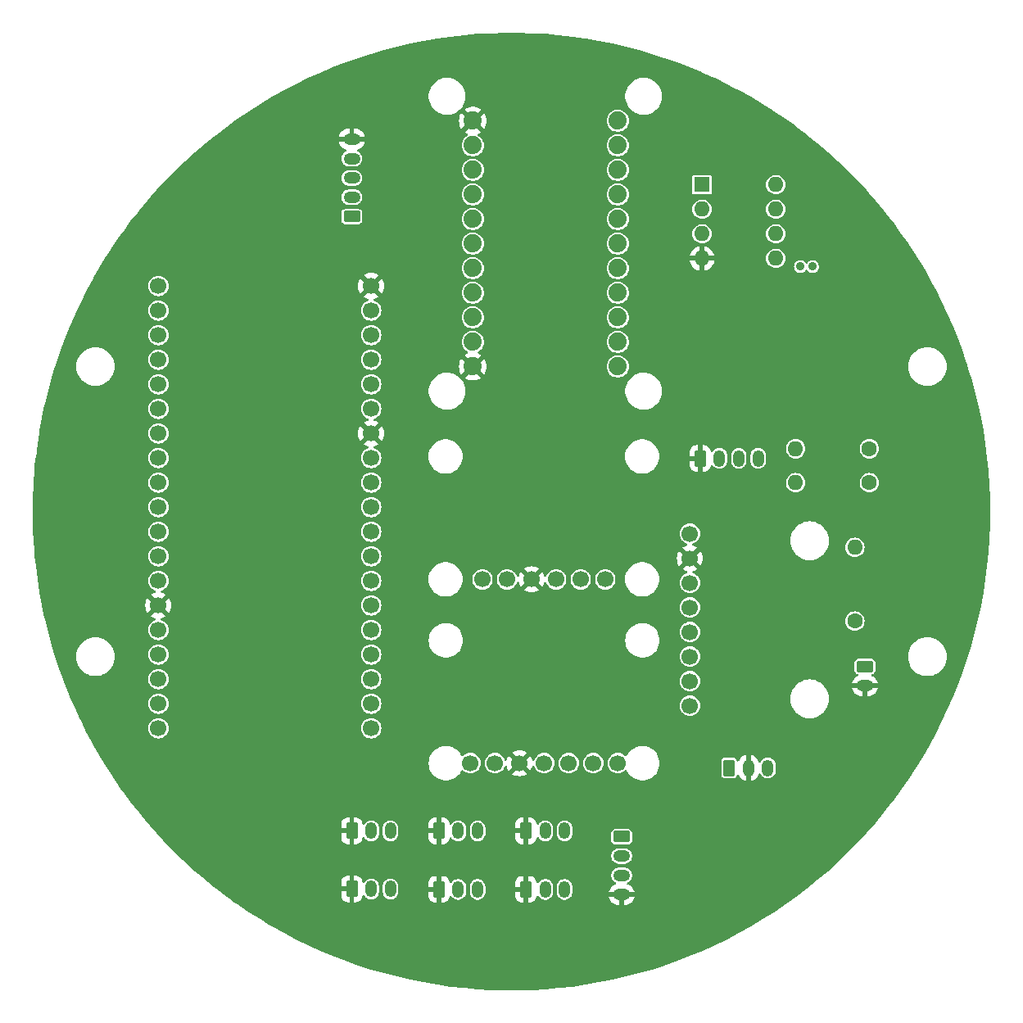
<source format=gbr>
%TF.GenerationSoftware,KiCad,Pcbnew,8.0.5*%
%TF.CreationDate,2025-03-06T00:48:24-05:00*%
%TF.ProjectId,CanSat_Sensor_Board,43616e53-6174-45f5-9365-6e736f725f42,rev?*%
%TF.SameCoordinates,Original*%
%TF.FileFunction,Copper,L3,Inr*%
%TF.FilePolarity,Positive*%
%FSLAX46Y46*%
G04 Gerber Fmt 4.6, Leading zero omitted, Abs format (unit mm)*
G04 Created by KiCad (PCBNEW 8.0.5) date 2025-03-06 00:48:24*
%MOMM*%
%LPD*%
G01*
G04 APERTURE LIST*
G04 Aperture macros list*
%AMRoundRect*
0 Rectangle with rounded corners*
0 $1 Rounding radius*
0 $2 $3 $4 $5 $6 $7 $8 $9 X,Y pos of 4 corners*
0 Add a 4 corners polygon primitive as box body*
4,1,4,$2,$3,$4,$5,$6,$7,$8,$9,$2,$3,0*
0 Add four circle primitives for the rounded corners*
1,1,$1+$1,$2,$3*
1,1,$1+$1,$4,$5*
1,1,$1+$1,$6,$7*
1,1,$1+$1,$8,$9*
0 Add four rect primitives between the rounded corners*
20,1,$1+$1,$2,$3,$4,$5,0*
20,1,$1+$1,$4,$5,$6,$7,0*
20,1,$1+$1,$6,$7,$8,$9,0*
20,1,$1+$1,$8,$9,$2,$3,0*%
G04 Aperture macros list end*
%TA.AperFunction,ComponentPad*%
%ADD10C,1.600000*%
%TD*%
%TA.AperFunction,ComponentPad*%
%ADD11O,1.600000X1.600000*%
%TD*%
%TA.AperFunction,ComponentPad*%
%ADD12RoundRect,0.250000X-0.350000X-0.625000X0.350000X-0.625000X0.350000X0.625000X-0.350000X0.625000X0*%
%TD*%
%TA.AperFunction,ComponentPad*%
%ADD13O,1.200000X1.750000*%
%TD*%
%TA.AperFunction,ComponentPad*%
%ADD14C,1.879600*%
%TD*%
%TA.AperFunction,ComponentPad*%
%ADD15C,0.910000*%
%TD*%
%TA.AperFunction,ComponentPad*%
%ADD16C,1.700000*%
%TD*%
%TA.AperFunction,ComponentPad*%
%ADD17RoundRect,0.250000X0.625000X-0.350000X0.625000X0.350000X-0.625000X0.350000X-0.625000X-0.350000X0*%
%TD*%
%TA.AperFunction,ComponentPad*%
%ADD18O,1.750000X1.200000*%
%TD*%
%TA.AperFunction,ComponentPad*%
%ADD19RoundRect,0.250000X-0.625000X0.350000X-0.625000X-0.350000X0.625000X-0.350000X0.625000X0.350000X0*%
%TD*%
%TA.AperFunction,ComponentPad*%
%ADD20R,1.600000X1.600000*%
%TD*%
G04 APERTURE END LIST*
D10*
%TO.N,+5V*%
%TO.C,2.2k\u03A9R1*%
X187000000Y-97000000D03*
D11*
%TO.N,Net-(DS1307+1-SDA)*%
X179380000Y-97000000D03*
%TD*%
D12*
%TO.N,GND*%
%TO.C,CPL1*%
X133500000Y-139000000D03*
D13*
%TO.N,+7.4V*%
X135500000Y-139000000D03*
%TO.N,Net-(CPL1-Pin_3)*%
X137500000Y-139000000D03*
%TD*%
D14*
%TO.N,GND*%
%TO.C,XBeeProSB3*%
X146014000Y-85000000D03*
%TO.N,unconnected-(XBeeProSB3-DTR-PadJP5_2)*%
X146014000Y-82460000D03*
%TO.N,unconnected-(XBeeProSB3-RES1-PadJP5_3)*%
X146014000Y-79920000D03*
%TO.N,unconnected-(XBeeProSB3-DIO11-PadJP5_4)*%
X146014000Y-77380000D03*
%TO.N,unconnected-(XBeeProSB3-RSSI-PadJP5_5)*%
X146014000Y-74840000D03*
%TO.N,unconnected-(XBeeProSB3-RESET-PadJP5_6)*%
X146014000Y-72300000D03*
%TO.N,unconnected-(XBeeProSB3-DIO12-PadJP5_7)*%
X146014000Y-69760000D03*
%TO.N,Net-(ESP32-IO17)*%
X146014000Y-67220000D03*
%TO.N,Net-(ESP32-IO16)*%
X146014000Y-64680000D03*
%TO.N,+3.3V*%
X146014000Y-62140000D03*
%TO.N,GND*%
X146014000Y-59600000D03*
%TO.N,unconnected-(XBeeProSB3-DIO0-PadJP6_1)*%
X161000000Y-59600000D03*
%TO.N,unconnected-(XBeeProSB3-DIO1-PadJP6_2)*%
X161000000Y-62140000D03*
%TO.N,unconnected-(XBeeProSB3-DIO2-PadJP6_3)*%
X161000000Y-64680000D03*
%TO.N,unconnected-(XBeeProSB3-DIO3-PadJP6_4)*%
X161000000Y-67220000D03*
%TO.N,unconnected-(XBeeProSB3-RTS-PadJP6_5)*%
X161000000Y-69760000D03*
%TO.N,unconnected-(XBeeProSB3-DIO5-PadJP6_6)*%
X161000000Y-72300000D03*
%TO.N,unconnected-(XBeeProSB3-RES2-PadJP6_7)*%
X161000000Y-74840000D03*
%TO.N,unconnected-(XBeeProSB3-DIO9-PadJP6_8)*%
X161000000Y-77380000D03*
%TO.N,unconnected-(XBeeProSB3-CTS-PadJP6_9)*%
X161000000Y-79920000D03*
%TO.N,unconnected-(XBeeProSB3-DIO4-PadJP6_10)*%
X161000000Y-82460000D03*
%TO.N,unconnected-(XBeeProSB3-5V-PadJP6_11)*%
X161000000Y-85000000D03*
%TD*%
D15*
%TO.N,Net-(DS1307+1-X1)*%
%TO.C,32.768KHzY1*%
X181135000Y-74672500D03*
%TO.N,Net-(DS1307+1-X2)*%
X179865000Y-74672500D03*
%TD*%
D16*
%TO.N,+3.3V*%
%TO.C,Temp&Pressure1*%
X145760000Y-126000000D03*
%TO.N,unconnected-(Temp&Pressure1-Pin_2-Pad2)*%
X148300000Y-126000000D03*
%TO.N,GND*%
X150840000Y-126000000D03*
%TO.N,Net-(DS1307+1-SCL)*%
X153380000Y-126000000D03*
%TO.N,unconnected-(Temp&Pressure1-Pin_5-Pad5)*%
X155920000Y-126000000D03*
%TO.N,Net-(DS1307+1-SDA)*%
X158460000Y-126000000D03*
%TO.N,unconnected-(Temp&Pressure1-Pin_7-Pad7)*%
X161000000Y-126000000D03*
%TD*%
D12*
%TO.N,GND*%
%TO.C,Camera1*%
X133500000Y-133000000D03*
D13*
%TO.N,+7.4V*%
X135500000Y-133000000D03*
%TO.N,Net-(Camera1-Pin_3)*%
X137500000Y-133000000D03*
%TD*%
D12*
%TO.N,GND*%
%TO.C,GPS1*%
X169500000Y-94500000D03*
D13*
%TO.N,Net-(ESP32-RXD0)*%
X171500000Y-94500000D03*
%TO.N,Net-(ESP32-TXD0)*%
X173500000Y-94500000D03*
%TO.N,+3.3V*%
X175500000Y-94500000D03*
%TD*%
D12*
%TO.N,GND*%
%TO.C,CPL3*%
X151500000Y-139050000D03*
D13*
%TO.N,+7.4V*%
X153500000Y-139050000D03*
%TO.N,Net-(CPL3-Pin_3)*%
X155500000Y-139050000D03*
%TD*%
D17*
%TO.N,+7.4V*%
%TO.C,Cameras1&2*%
X133500000Y-69500000D03*
D18*
%TO.N,Net-(Cameras1&2-Pin_2)*%
X133500000Y-67500000D03*
%TO.N,Net-(Cameras1&2-Pin_3)*%
X133500000Y-65500000D03*
%TO.N,Net-(Cameras1&2-Pin_4)*%
X133500000Y-63500000D03*
%TO.N,GND*%
X133500000Y-61500000D03*
%TD*%
D10*
%TO.N,+5V*%
%TO.C,2.2k\u03A9R2*%
X187000000Y-93500000D03*
D11*
%TO.N,Net-(DS1307+1-SCL)*%
X179380000Y-93500000D03*
%TD*%
D12*
%TO.N,GND*%
%TO.C,CPL2*%
X142500000Y-139050000D03*
D13*
%TO.N,+7.4V*%
X144500000Y-139050000D03*
%TO.N,Net-(CPL2-Pin_3)*%
X146500000Y-139050000D03*
%TD*%
D10*
%TO.N,Net-(PowerIndicator1-Pin_1)*%
%TO.C,100\u03A9R1*%
X185500000Y-111310000D03*
D11*
%TO.N,+3.3V*%
X185500000Y-103690000D03*
%TD*%
D12*
%TO.N,Net-(ESP32-IO23)*%
%TO.C,HallEffectSensor1*%
X172500000Y-126500000D03*
D13*
%TO.N,GND*%
X174500000Y-126500000D03*
%TO.N,+3.3V*%
X176500000Y-126500000D03*
%TD*%
D12*
%TO.N,GND*%
%TO.C,Fin1*%
X142500000Y-133000000D03*
D13*
%TO.N,+7.4V*%
X144500000Y-133000000D03*
%TO.N,Net-(ESP32-IO15)*%
X146500000Y-133000000D03*
%TD*%
D19*
%TO.N,Net-(PowerIndicator1-Pin_1)*%
%TO.C,PowerIndicator1*%
X186550000Y-116000000D03*
D18*
%TO.N,GND*%
X186550000Y-118000000D03*
%TD*%
D19*
%TO.N,+3.3V*%
%TO.C,Power1*%
X161400000Y-133600000D03*
D18*
%TO.N,+5V*%
X161400000Y-135600000D03*
%TO.N,+7.4V*%
X161400000Y-137600000D03*
%TO.N,GND*%
X161400000Y-139600000D03*
%TD*%
D20*
%TO.N,Net-(DS1307+1-X1)*%
%TO.C,DS1307+1*%
X169700000Y-66200000D03*
D11*
%TO.N,Net-(DS1307+1-X2)*%
X169700000Y-68740000D03*
%TO.N,Net-(DS1307+1-VBAT)*%
X169700000Y-71280000D03*
%TO.N,GND*%
X169700000Y-73820000D03*
%TO.N,Net-(DS1307+1-SDA)*%
X177320000Y-73820000D03*
%TO.N,Net-(DS1307+1-SCL)*%
X177320000Y-71280000D03*
%TO.N,unconnected-(DS1307+1-SQW{slash}OUT-Pad7)*%
X177320000Y-68740000D03*
%TO.N,+5V*%
X177320000Y-66200000D03*
%TD*%
D12*
%TO.N,GND*%
%TO.C,Fin2*%
X151500000Y-133000000D03*
D13*
%TO.N,+7.4V*%
X153500000Y-133000000D03*
%TO.N,Net-(ESP32-IO4)*%
X155500000Y-133000000D03*
%TD*%
D16*
%TO.N,unconnected-(ESP32-3V3-PadJ2-1)*%
%TO.C,ESP32*%
X113500000Y-76670000D03*
%TO.N,unconnected-(ESP32-EN-PadJ2-2)*%
X113500000Y-79210000D03*
%TO.N,unconnected-(ESP32-SENSOR_VP-PadJ2-3)*%
X113500000Y-81750000D03*
%TO.N,unconnected-(ESP32-SENSOR_VN-PadJ2-4)*%
X113500000Y-84290000D03*
%TO.N,unconnected-(ESP32-IO34-PadJ2-5)*%
X113500000Y-86830000D03*
%TO.N,Net-(Cameras1&2-Pin_4)*%
X113500000Y-89370000D03*
%TO.N,Net-(Cameras1&2-Pin_2)*%
X113500000Y-91910000D03*
%TO.N,Net-(Cameras1&2-Pin_3)*%
X113500000Y-94450000D03*
%TO.N,unconnected-(ESP32-IO25-PadJ2-9)*%
X113500000Y-96990000D03*
%TO.N,unconnected-(ESP32-IO26-PadJ2-10)*%
X113500000Y-99530000D03*
%TO.N,Net-(Camera1-Pin_3)*%
X113500000Y-102070000D03*
%TO.N,Net-(CPL1-Pin_3)*%
X113500000Y-104610000D03*
%TO.N,Net-(CPL2-Pin_3)*%
X113500000Y-107150000D03*
%TO.N,GND*%
X113500000Y-109690000D03*
%TO.N,Net-(CPL3-Pin_3)*%
X113500000Y-112230000D03*
%TO.N,unconnected-(ESP32-SD2-PadJ2-16)*%
X113500000Y-114770000D03*
%TO.N,unconnected-(ESP32-SD3-PadJ2-17)*%
X113500000Y-117310000D03*
%TO.N,unconnected-(ESP32-CMD-PadJ2-18)*%
X113500000Y-119850000D03*
%TO.N,+7.4V*%
X113500000Y-122390000D03*
%TO.N,GND*%
X135500000Y-76670000D03*
%TO.N,Net-(ESP32-IO23)*%
X135500000Y-79210000D03*
%TO.N,Net-(DS1307+1-SCL)*%
X135500000Y-81750000D03*
%TO.N,Net-(ESP32-TXD0)*%
X135500000Y-84290000D03*
%TO.N,Net-(ESP32-RXD0)*%
X135500000Y-86830000D03*
%TO.N,Net-(DS1307+1-SDA)*%
X135500000Y-89370000D03*
%TO.N,GND*%
X135500000Y-91910000D03*
%TO.N,unconnected-(ESP32-IO19-PadJ3-8)*%
X135500000Y-94450000D03*
%TO.N,unconnected-(ESP32-IO18-PadJ3-9)*%
X135500000Y-96990000D03*
%TO.N,unconnected-(ESP32-IO5-PadJ3-10)*%
X135500000Y-99530000D03*
%TO.N,Net-(ESP32-IO17)*%
X135500000Y-102070000D03*
%TO.N,Net-(ESP32-IO16)*%
X135500000Y-104610000D03*
%TO.N,Net-(ESP32-IO4)*%
X135500000Y-107150000D03*
%TO.N,unconnected-(ESP32-IO0-PadJ3-14)*%
X135500000Y-109690000D03*
%TO.N,unconnected-(ESP32-IO2-PadJ3-15)*%
X135500000Y-112230000D03*
%TO.N,Net-(ESP32-IO15)*%
X135500000Y-114770000D03*
%TO.N,unconnected-(ESP32-SD1-PadJ3-17)*%
X135500000Y-117310000D03*
%TO.N,unconnected-(ESP32-SD0-PadJ3-18)*%
X135500000Y-119850000D03*
%TO.N,unconnected-(ESP32-CLK-PadJ3-19)*%
X135500000Y-122390000D03*
%TD*%
%TO.N,+3.3V*%
%TO.C,Magnetometer1*%
X147000000Y-107000000D03*
%TO.N,unconnected-(Magnetometer1-Pin_2-Pad2)*%
X149540000Y-107000000D03*
%TO.N,GND*%
X152080000Y-107000000D03*
%TO.N,Net-(DS1307+1-SCL)*%
X154620000Y-107000000D03*
%TO.N,Net-(DS1307+1-SDA)*%
X157160000Y-107000000D03*
%TO.N,unconnected-(Magnetometer1-Pin_6-Pad6)*%
X159700000Y-107000000D03*
%TD*%
%TO.N,unconnected-(IMU1-Pin_8-Pad8)*%
%TO.C,IMU1*%
X168445000Y-120065000D03*
%TO.N,unconnected-(IMU1-Pin_7-Pad7)*%
X168445000Y-117525000D03*
%TO.N,unconnected-(IMU1-Pin_6-Pad6)*%
X168445000Y-114985000D03*
%TO.N,unconnected-(IMU1-Pin_5-Pad5)*%
X168445000Y-112445000D03*
%TO.N,Net-(DS1307+1-SDA)*%
X168445000Y-109905000D03*
%TO.N,Net-(DS1307+1-SCL)*%
X168445000Y-107365000D03*
%TO.N,GND*%
X168445000Y-104825000D03*
%TO.N,+3.3V*%
X168445000Y-102285000D03*
%TD*%
%TA.AperFunction,Conductor*%
%TO.N,GND*%
G36*
X150702226Y-50505506D02*
G01*
X152099094Y-50545052D01*
X152102544Y-50545198D01*
X153497767Y-50624260D01*
X153501207Y-50624503D01*
X154799262Y-50734984D01*
X154893616Y-50743015D01*
X154897111Y-50743362D01*
X156285626Y-50901231D01*
X156289021Y-50901666D01*
X157600668Y-51088531D01*
X157672493Y-51098764D01*
X157675963Y-51099308D01*
X159053323Y-51335480D01*
X159056677Y-51336105D01*
X160426816Y-51611162D01*
X160430181Y-51611887D01*
X161791992Y-51925610D01*
X161795353Y-51926434D01*
X163147730Y-52278565D01*
X163151022Y-52279472D01*
X164307811Y-52615905D01*
X164492913Y-52669740D01*
X164496268Y-52670768D01*
X165826479Y-53098821D01*
X165829805Y-53099943D01*
X167147424Y-53565487D01*
X167150670Y-53566686D01*
X168454594Y-54069334D01*
X168457819Y-54070630D01*
X169721324Y-54599236D01*
X169746962Y-54609962D01*
X169750180Y-54611362D01*
X170960587Y-55158501D01*
X171023526Y-55186951D01*
X171026700Y-55188439D01*
X172283292Y-55799853D01*
X172286398Y-55801419D01*
X173082773Y-56217180D01*
X173525181Y-56448147D01*
X173528268Y-56449815D01*
X174748245Y-57131335D01*
X174751252Y-57133071D01*
X175951466Y-57848849D01*
X175954384Y-57850645D01*
X177094156Y-58574872D01*
X177133883Y-58600115D01*
X177136812Y-58602035D01*
X178294615Y-59384574D01*
X178297433Y-59386537D01*
X179302355Y-60108000D01*
X179432616Y-60201518D01*
X179435434Y-60203602D01*
X180531542Y-61038532D01*
X180547093Y-61050377D01*
X180549843Y-61052535D01*
X181637094Y-61930427D01*
X181639759Y-61932641D01*
X182642871Y-62790609D01*
X182701712Y-62840936D01*
X182704339Y-62843247D01*
X183600626Y-63654872D01*
X183740205Y-63781267D01*
X183742772Y-63783659D01*
X184751656Y-64750596D01*
X184754113Y-64753018D01*
X185720814Y-65733497D01*
X185735227Y-65748115D01*
X185737656Y-65750649D01*
X186690216Y-66773112D01*
X186692571Y-66775713D01*
X187003339Y-67128814D01*
X187603903Y-67811188D01*
X187615801Y-67824706D01*
X187618075Y-67827365D01*
X188464759Y-68846124D01*
X188511261Y-68902076D01*
X188513456Y-68904795D01*
X189321239Y-69934699D01*
X189375853Y-70004331D01*
X189377980Y-70007122D01*
X190208958Y-71130678D01*
X190211004Y-71133529D01*
X191009817Y-72280099D01*
X191011782Y-72283007D01*
X191294078Y-72713690D01*
X191770342Y-73440300D01*
X191777813Y-73451697D01*
X191779687Y-73454645D01*
X191883882Y-73623868D01*
X192512389Y-74644630D01*
X192514186Y-74647644D01*
X192864084Y-75253684D01*
X193152869Y-75753875D01*
X193212879Y-75857814D01*
X193214581Y-75860860D01*
X193524561Y-76434673D01*
X193878776Y-77090372D01*
X193880400Y-77093483D01*
X194509519Y-78341266D01*
X194511054Y-78344421D01*
X195104603Y-79609493D01*
X195106049Y-79612691D01*
X195663581Y-80894100D01*
X195664935Y-80897338D01*
X196185949Y-82193931D01*
X196187212Y-82197205D01*
X196671355Y-83508105D01*
X196672524Y-83511414D01*
X196984204Y-84434954D01*
X197109090Y-84805007D01*
X197119366Y-84835454D01*
X197120436Y-84838782D01*
X197406080Y-85771506D01*
X197529634Y-86174952D01*
X197530614Y-86178322D01*
X197901833Y-87525528D01*
X197902717Y-87528924D01*
X198235658Y-88886079D01*
X198236446Y-88889499D01*
X198530851Y-90255541D01*
X198531542Y-90258982D01*
X198787173Y-91632816D01*
X198787766Y-91636274D01*
X199004417Y-93016793D01*
X199004912Y-93020268D01*
X199182409Y-94406372D01*
X199182805Y-94409859D01*
X199321001Y-95800387D01*
X199321299Y-95803883D01*
X199420096Y-97197832D01*
X199420294Y-97201336D01*
X199479600Y-98597443D01*
X199479700Y-98600951D01*
X199499475Y-99998245D01*
X199499475Y-100001755D01*
X199479700Y-101399048D01*
X199479600Y-101402556D01*
X199420294Y-102798663D01*
X199420096Y-102802167D01*
X199321299Y-104196116D01*
X199321001Y-104199612D01*
X199182805Y-105590140D01*
X199182409Y-105593627D01*
X199004912Y-106979731D01*
X199004417Y-106983206D01*
X198787766Y-108363725D01*
X198787173Y-108367183D01*
X198531542Y-109741017D01*
X198530851Y-109744458D01*
X198236446Y-111110500D01*
X198235658Y-111113920D01*
X197902717Y-112471075D01*
X197901833Y-112474471D01*
X197530614Y-113821677D01*
X197529634Y-113825047D01*
X197120441Y-115161204D01*
X197119366Y-115164545D01*
X196672524Y-116488585D01*
X196671355Y-116491894D01*
X196187212Y-117802794D01*
X196185949Y-117806068D01*
X195664935Y-119102661D01*
X195663581Y-119105899D01*
X195106049Y-120387308D01*
X195104603Y-120390506D01*
X194511054Y-121655578D01*
X194509519Y-121658733D01*
X193880400Y-122906516D01*
X193878776Y-122909627D01*
X193214591Y-124139121D01*
X193212879Y-124142185D01*
X192514186Y-125352355D01*
X192512389Y-125355369D01*
X191779696Y-126545340D01*
X191777813Y-126548302D01*
X191011782Y-127716992D01*
X191009817Y-127719900D01*
X190211004Y-128866470D01*
X190208958Y-128869321D01*
X189377980Y-129992877D01*
X189375853Y-129995668D01*
X188513466Y-131095192D01*
X188511261Y-131097923D01*
X187618082Y-132172626D01*
X187615801Y-132175293D01*
X186692571Y-133224286D01*
X186690216Y-133226887D01*
X185737656Y-134249350D01*
X185735227Y-134251884D01*
X184754134Y-135246960D01*
X184751635Y-135249424D01*
X183742772Y-136216340D01*
X183740205Y-136218732D01*
X182704347Y-137156745D01*
X182701712Y-137159063D01*
X181639776Y-138067343D01*
X181637077Y-138069586D01*
X180549854Y-138947456D01*
X180547093Y-138949622D01*
X179435438Y-139796394D01*
X179432616Y-139798481D01*
X178297464Y-140613440D01*
X178294585Y-140615446D01*
X177136818Y-141397960D01*
X177133883Y-141399884D01*
X175954419Y-142149332D01*
X175951430Y-142151172D01*
X174751268Y-142866918D01*
X174748229Y-142868673D01*
X173528268Y-143550184D01*
X173525181Y-143551852D01*
X172286412Y-144198573D01*
X172283278Y-144200153D01*
X171026703Y-144811558D01*
X171023526Y-144813048D01*
X169750180Y-145388637D01*
X169746962Y-145390037D01*
X168457835Y-145929362D01*
X168454578Y-145930671D01*
X167150693Y-146433304D01*
X167147401Y-146434520D01*
X165829804Y-146900056D01*
X165826479Y-146901178D01*
X164496268Y-147329231D01*
X164492913Y-147330259D01*
X163151067Y-147720514D01*
X163147683Y-147721446D01*
X161795376Y-148073559D01*
X161791968Y-148074395D01*
X160430214Y-148388105D01*
X160426783Y-148388844D01*
X159056725Y-148663885D01*
X159053275Y-148664527D01*
X157675960Y-148900691D01*
X157672493Y-148901235D01*
X156289064Y-149098327D01*
X156285583Y-149098773D01*
X154897108Y-149256637D01*
X154893616Y-149256984D01*
X153501238Y-149375493D01*
X153497737Y-149375741D01*
X152102572Y-149454799D01*
X152099066Y-149454948D01*
X150702226Y-149494494D01*
X150698717Y-149494544D01*
X149301283Y-149494544D01*
X149297774Y-149494494D01*
X147900933Y-149454948D01*
X147897427Y-149454799D01*
X146502262Y-149375741D01*
X146498761Y-149375493D01*
X145106383Y-149256984D01*
X145102891Y-149256637D01*
X143714416Y-149098773D01*
X143710935Y-149098327D01*
X142327506Y-148901235D01*
X142324039Y-148900691D01*
X140946724Y-148664527D01*
X140943274Y-148663885D01*
X139573216Y-148388844D01*
X139569785Y-148388105D01*
X138208031Y-148074395D01*
X138204623Y-148073559D01*
X136852316Y-147721446D01*
X136848932Y-147720514D01*
X135507086Y-147330259D01*
X135503731Y-147329231D01*
X134173520Y-146901178D01*
X134170195Y-146900056D01*
X132852598Y-146434520D01*
X132849306Y-146433304D01*
X131545421Y-145930671D01*
X131542164Y-145929362D01*
X130253037Y-145390037D01*
X130249819Y-145388637D01*
X128976473Y-144813048D01*
X128973296Y-144811558D01*
X127716721Y-144200153D01*
X127713587Y-144198573D01*
X126474818Y-143551852D01*
X126471731Y-143550184D01*
X125251770Y-142868673D01*
X125248731Y-142866918D01*
X124933524Y-142678936D01*
X124048553Y-142151162D01*
X124045596Y-142149342D01*
X122866116Y-141399884D01*
X122863181Y-141397960D01*
X121705414Y-140615446D01*
X121702535Y-140613440D01*
X121370410Y-140374998D01*
X120813255Y-139975000D01*
X120567383Y-139798481D01*
X120564561Y-139796394D01*
X119452906Y-138949622D01*
X119450145Y-138947456D01*
X119230054Y-138769745D01*
X118679263Y-138325013D01*
X132400000Y-138325013D01*
X132400000Y-138750000D01*
X133219670Y-138750000D01*
X133199925Y-138769745D01*
X133150556Y-138855255D01*
X133125000Y-138950630D01*
X133125000Y-139049370D01*
X133150556Y-139144745D01*
X133199925Y-139230255D01*
X133219670Y-139250000D01*
X132400001Y-139250000D01*
X132400001Y-139674986D01*
X132410494Y-139777697D01*
X132465641Y-139944119D01*
X132465643Y-139944124D01*
X132557684Y-140093345D01*
X132681654Y-140217315D01*
X132830875Y-140309356D01*
X132830880Y-140309358D01*
X132997302Y-140364505D01*
X132997309Y-140364506D01*
X133100019Y-140374999D01*
X133249999Y-140374999D01*
X133250000Y-140374998D01*
X133250000Y-139280330D01*
X133269745Y-139300075D01*
X133355255Y-139349444D01*
X133450630Y-139375000D01*
X133549370Y-139375000D01*
X133644745Y-139349444D01*
X133730255Y-139300075D01*
X133750000Y-139280330D01*
X133750000Y-140374999D01*
X133899972Y-140374999D01*
X133899986Y-140374998D01*
X134002697Y-140364505D01*
X134169119Y-140309358D01*
X134169124Y-140309356D01*
X134318345Y-140217315D01*
X134442315Y-140093345D01*
X134534356Y-139944124D01*
X134534358Y-139944119D01*
X134589505Y-139777697D01*
X134589506Y-139777689D01*
X134592100Y-139752305D01*
X134618496Y-139687613D01*
X134675676Y-139647462D01*
X134745487Y-139644598D01*
X134805764Y-139679932D01*
X134818560Y-139696016D01*
X134878210Y-139785288D01*
X134878213Y-139785292D01*
X134989707Y-139896786D01*
X134989711Y-139896789D01*
X135120814Y-139984390D01*
X135120827Y-139984397D01*
X135266498Y-140044735D01*
X135266503Y-140044737D01*
X135421153Y-140075499D01*
X135421156Y-140075500D01*
X135421158Y-140075500D01*
X135578844Y-140075500D01*
X135578845Y-140075499D01*
X135733497Y-140044737D01*
X135879179Y-139984394D01*
X136010289Y-139896789D01*
X136121789Y-139785289D01*
X136209394Y-139654179D01*
X136269737Y-139508497D01*
X136300500Y-139353842D01*
X136300500Y-138646158D01*
X136300500Y-138646155D01*
X136300499Y-138646153D01*
X136699500Y-138646153D01*
X136699500Y-139353846D01*
X136730261Y-139508489D01*
X136730264Y-139508501D01*
X136790602Y-139654172D01*
X136790609Y-139654185D01*
X136878210Y-139785288D01*
X136878213Y-139785292D01*
X136989707Y-139896786D01*
X136989711Y-139896789D01*
X137120814Y-139984390D01*
X137120827Y-139984397D01*
X137266498Y-140044735D01*
X137266503Y-140044737D01*
X137421153Y-140075499D01*
X137421156Y-140075500D01*
X137421158Y-140075500D01*
X137578844Y-140075500D01*
X137578845Y-140075499D01*
X137733497Y-140044737D01*
X137879179Y-139984394D01*
X138010289Y-139896789D01*
X138121789Y-139785289D01*
X138209394Y-139654179D01*
X138269737Y-139508497D01*
X138300500Y-139353842D01*
X138300500Y-138646158D01*
X138300500Y-138646155D01*
X138300499Y-138646153D01*
X138279684Y-138541510D01*
X138269737Y-138491503D01*
X138246349Y-138435039D01*
X138221486Y-138375013D01*
X141400000Y-138375013D01*
X141400000Y-138800000D01*
X142219670Y-138800000D01*
X142199925Y-138819745D01*
X142150556Y-138905255D01*
X142125000Y-139000630D01*
X142125000Y-139099370D01*
X142150556Y-139194745D01*
X142199925Y-139280255D01*
X142219670Y-139300000D01*
X141400001Y-139300000D01*
X141400001Y-139724986D01*
X141410494Y-139827697D01*
X141465641Y-139994119D01*
X141465643Y-139994124D01*
X141557684Y-140143345D01*
X141681654Y-140267315D01*
X141830875Y-140359356D01*
X141830880Y-140359358D01*
X141997302Y-140414505D01*
X141997309Y-140414506D01*
X142100019Y-140424999D01*
X142249999Y-140424999D01*
X142250000Y-140424998D01*
X142250000Y-139330330D01*
X142269745Y-139350075D01*
X142355255Y-139399444D01*
X142450630Y-139425000D01*
X142549370Y-139425000D01*
X142644745Y-139399444D01*
X142730255Y-139350075D01*
X142750000Y-139330330D01*
X142750000Y-140424999D01*
X142899972Y-140424999D01*
X142899986Y-140424998D01*
X143002697Y-140414505D01*
X143169119Y-140359358D01*
X143169124Y-140359356D01*
X143318345Y-140267315D01*
X143442315Y-140143345D01*
X143534356Y-139994124D01*
X143534358Y-139994119D01*
X143589505Y-139827697D01*
X143589506Y-139827689D01*
X143592100Y-139802305D01*
X143618496Y-139737613D01*
X143675676Y-139697462D01*
X143745487Y-139694598D01*
X143805764Y-139729932D01*
X143818560Y-139746016D01*
X143878210Y-139835288D01*
X143878213Y-139835292D01*
X143989707Y-139946786D01*
X143989711Y-139946789D01*
X144120814Y-140034390D01*
X144120827Y-140034397D01*
X144220060Y-140075500D01*
X144266503Y-140094737D01*
X144421153Y-140125499D01*
X144421156Y-140125500D01*
X144421158Y-140125500D01*
X144578844Y-140125500D01*
X144578845Y-140125499D01*
X144733497Y-140094737D01*
X144879179Y-140034394D01*
X145010289Y-139946789D01*
X145121789Y-139835289D01*
X145209394Y-139704179D01*
X145269737Y-139558497D01*
X145300500Y-139403842D01*
X145300500Y-138696158D01*
X145300500Y-138696155D01*
X145300499Y-138696153D01*
X145699500Y-138696153D01*
X145699500Y-139403846D01*
X145730261Y-139558489D01*
X145730264Y-139558501D01*
X145790602Y-139704172D01*
X145790609Y-139704185D01*
X145878210Y-139835288D01*
X145878213Y-139835292D01*
X145989707Y-139946786D01*
X145989711Y-139946789D01*
X146120814Y-140034390D01*
X146120827Y-140034397D01*
X146220060Y-140075500D01*
X146266503Y-140094737D01*
X146421153Y-140125499D01*
X146421156Y-140125500D01*
X146421158Y-140125500D01*
X146578844Y-140125500D01*
X146578845Y-140125499D01*
X146733497Y-140094737D01*
X146879179Y-140034394D01*
X147010289Y-139946789D01*
X147121789Y-139835289D01*
X147209394Y-139704179D01*
X147269737Y-139558497D01*
X147300500Y-139403842D01*
X147300500Y-138696158D01*
X147300500Y-138696155D01*
X147300499Y-138696153D01*
X147296291Y-138675000D01*
X147269737Y-138541503D01*
X147269735Y-138541498D01*
X147209397Y-138395827D01*
X147209390Y-138395814D01*
X147195491Y-138375013D01*
X150400000Y-138375013D01*
X150400000Y-138800000D01*
X151219670Y-138800000D01*
X151199925Y-138819745D01*
X151150556Y-138905255D01*
X151125000Y-139000630D01*
X151125000Y-139099370D01*
X151150556Y-139194745D01*
X151199925Y-139280255D01*
X151219670Y-139300000D01*
X150400001Y-139300000D01*
X150400001Y-139724986D01*
X150410494Y-139827697D01*
X150465641Y-139994119D01*
X150465643Y-139994124D01*
X150557684Y-140143345D01*
X150681654Y-140267315D01*
X150830875Y-140359356D01*
X150830880Y-140359358D01*
X150997302Y-140414505D01*
X150997309Y-140414506D01*
X151100019Y-140424999D01*
X151249999Y-140424999D01*
X151250000Y-140424998D01*
X151250000Y-139330330D01*
X151269745Y-139350075D01*
X151355255Y-139399444D01*
X151450630Y-139425000D01*
X151549370Y-139425000D01*
X151644745Y-139399444D01*
X151730255Y-139350075D01*
X151750000Y-139330330D01*
X151750000Y-140424999D01*
X151899972Y-140424999D01*
X151899986Y-140424998D01*
X152002697Y-140414505D01*
X152169119Y-140359358D01*
X152169124Y-140359356D01*
X152318345Y-140267315D01*
X152442315Y-140143345D01*
X152534356Y-139994124D01*
X152534358Y-139994119D01*
X152589505Y-139827697D01*
X152589506Y-139827689D01*
X152592100Y-139802305D01*
X152618496Y-139737613D01*
X152675676Y-139697462D01*
X152745487Y-139694598D01*
X152805764Y-139729932D01*
X152818560Y-139746016D01*
X152878210Y-139835288D01*
X152878213Y-139835292D01*
X152989707Y-139946786D01*
X152989711Y-139946789D01*
X153120814Y-140034390D01*
X153120827Y-140034397D01*
X153220060Y-140075500D01*
X153266503Y-140094737D01*
X153421153Y-140125499D01*
X153421156Y-140125500D01*
X153421158Y-140125500D01*
X153578844Y-140125500D01*
X153578845Y-140125499D01*
X153733497Y-140094737D01*
X153879179Y-140034394D01*
X154010289Y-139946789D01*
X154121789Y-139835289D01*
X154209394Y-139704179D01*
X154269737Y-139558497D01*
X154300500Y-139403842D01*
X154300500Y-138696158D01*
X154300500Y-138696155D01*
X154300499Y-138696153D01*
X154699500Y-138696153D01*
X154699500Y-139403846D01*
X154730261Y-139558489D01*
X154730264Y-139558501D01*
X154790602Y-139704172D01*
X154790609Y-139704185D01*
X154878210Y-139835288D01*
X154878213Y-139835292D01*
X154989707Y-139946786D01*
X154989711Y-139946789D01*
X155120814Y-140034390D01*
X155120827Y-140034397D01*
X155220060Y-140075500D01*
X155266503Y-140094737D01*
X155421153Y-140125499D01*
X155421156Y-140125500D01*
X155421158Y-140125500D01*
X155578844Y-140125500D01*
X155578845Y-140125499D01*
X155733497Y-140094737D01*
X155879179Y-140034394D01*
X156010289Y-139946789D01*
X156121789Y-139835289D01*
X156209394Y-139704179D01*
X156269737Y-139558497D01*
X156300500Y-139403842D01*
X156300500Y-139349999D01*
X160050884Y-139349999D01*
X160050885Y-139350000D01*
X161119670Y-139350000D01*
X161099925Y-139369745D01*
X161050556Y-139455255D01*
X161025000Y-139550630D01*
X161025000Y-139649370D01*
X161050556Y-139744745D01*
X161099925Y-139830255D01*
X161119670Y-139850000D01*
X160050885Y-139850000D01*
X160052085Y-139857584D01*
X160105591Y-140022255D01*
X160184195Y-140176524D01*
X160285967Y-140316602D01*
X160408397Y-140439032D01*
X160548475Y-140540804D01*
X160702742Y-140619408D01*
X160867415Y-140672914D01*
X161038429Y-140700000D01*
X161150000Y-140700000D01*
X161150000Y-139880330D01*
X161169745Y-139900075D01*
X161255255Y-139949444D01*
X161350630Y-139975000D01*
X161449370Y-139975000D01*
X161544745Y-139949444D01*
X161630255Y-139900075D01*
X161650000Y-139880330D01*
X161650000Y-140700000D01*
X161761571Y-140700000D01*
X161932584Y-140672914D01*
X162097257Y-140619408D01*
X162251524Y-140540804D01*
X162391602Y-140439032D01*
X162514032Y-140316602D01*
X162615804Y-140176524D01*
X162694408Y-140022255D01*
X162747914Y-139857584D01*
X162749115Y-139850000D01*
X161680330Y-139850000D01*
X161700075Y-139830255D01*
X161749444Y-139744745D01*
X161775000Y-139649370D01*
X161775000Y-139550630D01*
X161749444Y-139455255D01*
X161700075Y-139369745D01*
X161680330Y-139350000D01*
X162749115Y-139350000D01*
X162749115Y-139349999D01*
X162747914Y-139342415D01*
X162694408Y-139177744D01*
X162615804Y-139023475D01*
X162514032Y-138883397D01*
X162391602Y-138760967D01*
X162251524Y-138659195D01*
X162097255Y-138580591D01*
X162025869Y-138557396D01*
X161968193Y-138517958D01*
X161940995Y-138453600D01*
X161952910Y-138384753D01*
X162000154Y-138333278D01*
X162016735Y-138324904D01*
X162054173Y-138309397D01*
X162054176Y-138309395D01*
X162054179Y-138309394D01*
X162185289Y-138221789D01*
X162296789Y-138110289D01*
X162384394Y-137979179D01*
X162444737Y-137833497D01*
X162475500Y-137678842D01*
X162475500Y-137521158D01*
X162475500Y-137521155D01*
X162475499Y-137521153D01*
X162444738Y-137366510D01*
X162444737Y-137366503D01*
X162444735Y-137366498D01*
X162384397Y-137220827D01*
X162384390Y-137220814D01*
X162296789Y-137089711D01*
X162296786Y-137089707D01*
X162185292Y-136978213D01*
X162185288Y-136978210D01*
X162054185Y-136890609D01*
X162054172Y-136890602D01*
X161908501Y-136830264D01*
X161908489Y-136830261D01*
X161753845Y-136799500D01*
X161753842Y-136799500D01*
X161046158Y-136799500D01*
X161046155Y-136799500D01*
X160891510Y-136830261D01*
X160891498Y-136830264D01*
X160745827Y-136890602D01*
X160745814Y-136890609D01*
X160614711Y-136978210D01*
X160614707Y-136978213D01*
X160503213Y-137089707D01*
X160503210Y-137089711D01*
X160415609Y-137220814D01*
X160415602Y-137220827D01*
X160355264Y-137366498D01*
X160355261Y-137366510D01*
X160324500Y-137521153D01*
X160324500Y-137678846D01*
X160355261Y-137833489D01*
X160355264Y-137833501D01*
X160415602Y-137979172D01*
X160415609Y-137979185D01*
X160503210Y-138110288D01*
X160503213Y-138110292D01*
X160614707Y-138221786D01*
X160614711Y-138221789D01*
X160745814Y-138309390D01*
X160745823Y-138309395D01*
X160783265Y-138324904D01*
X160837668Y-138368745D01*
X160859733Y-138435039D01*
X160842454Y-138502738D01*
X160791317Y-138550349D01*
X160774131Y-138557396D01*
X160702742Y-138580591D01*
X160548475Y-138659195D01*
X160408397Y-138760967D01*
X160285967Y-138883397D01*
X160184195Y-139023475D01*
X160105591Y-139177744D01*
X160052085Y-139342415D01*
X160050884Y-139349999D01*
X156300500Y-139349999D01*
X156300500Y-138696158D01*
X156300500Y-138696155D01*
X156300499Y-138696153D01*
X156296291Y-138675000D01*
X156269737Y-138541503D01*
X156269735Y-138541498D01*
X156209397Y-138395827D01*
X156209390Y-138395814D01*
X156121789Y-138264711D01*
X156121786Y-138264707D01*
X156010292Y-138153213D01*
X156010288Y-138153210D01*
X155879185Y-138065609D01*
X155879172Y-138065602D01*
X155733501Y-138005264D01*
X155733489Y-138005261D01*
X155578845Y-137974500D01*
X155578842Y-137974500D01*
X155421158Y-137974500D01*
X155421155Y-137974500D01*
X155266510Y-138005261D01*
X155266498Y-138005264D01*
X155120827Y-138065602D01*
X155120814Y-138065609D01*
X154989711Y-138153210D01*
X154989707Y-138153213D01*
X154878213Y-138264707D01*
X154878210Y-138264711D01*
X154790609Y-138395814D01*
X154790602Y-138395827D01*
X154730264Y-138541498D01*
X154730261Y-138541510D01*
X154699500Y-138696153D01*
X154300499Y-138696153D01*
X154296291Y-138675000D01*
X154269737Y-138541503D01*
X154269735Y-138541498D01*
X154209397Y-138395827D01*
X154209390Y-138395814D01*
X154121789Y-138264711D01*
X154121786Y-138264707D01*
X154010292Y-138153213D01*
X154010288Y-138153210D01*
X153879185Y-138065609D01*
X153879172Y-138065602D01*
X153733501Y-138005264D01*
X153733489Y-138005261D01*
X153578845Y-137974500D01*
X153578842Y-137974500D01*
X153421158Y-137974500D01*
X153421155Y-137974500D01*
X153266510Y-138005261D01*
X153266498Y-138005264D01*
X153120827Y-138065602D01*
X153120814Y-138065609D01*
X152989711Y-138153210D01*
X152989707Y-138153213D01*
X152878213Y-138264707D01*
X152818559Y-138353985D01*
X152764946Y-138398789D01*
X152695621Y-138407496D01*
X152632594Y-138377341D01*
X152595875Y-138317897D01*
X152592099Y-138297691D01*
X152589506Y-138272303D01*
X152534358Y-138105880D01*
X152534356Y-138105875D01*
X152442315Y-137956654D01*
X152318345Y-137832684D01*
X152169124Y-137740643D01*
X152169119Y-137740641D01*
X152002697Y-137685494D01*
X152002690Y-137685493D01*
X151899986Y-137675000D01*
X151750000Y-137675000D01*
X151750000Y-138769670D01*
X151730255Y-138749925D01*
X151644745Y-138700556D01*
X151549370Y-138675000D01*
X151450630Y-138675000D01*
X151355255Y-138700556D01*
X151269745Y-138749925D01*
X151250000Y-138769670D01*
X151250000Y-137675000D01*
X151100027Y-137675000D01*
X151100012Y-137675001D01*
X150997302Y-137685494D01*
X150830880Y-137740641D01*
X150830875Y-137740643D01*
X150681654Y-137832684D01*
X150557684Y-137956654D01*
X150465643Y-138105875D01*
X150465641Y-138105880D01*
X150410494Y-138272302D01*
X150410493Y-138272309D01*
X150400000Y-138375013D01*
X147195491Y-138375013D01*
X147121789Y-138264711D01*
X147121786Y-138264707D01*
X147010292Y-138153213D01*
X147010288Y-138153210D01*
X146879185Y-138065609D01*
X146879172Y-138065602D01*
X146733501Y-138005264D01*
X146733489Y-138005261D01*
X146578845Y-137974500D01*
X146578842Y-137974500D01*
X146421158Y-137974500D01*
X146421155Y-137974500D01*
X146266510Y-138005261D01*
X146266498Y-138005264D01*
X146120827Y-138065602D01*
X146120814Y-138065609D01*
X145989711Y-138153210D01*
X145989707Y-138153213D01*
X145878213Y-138264707D01*
X145878210Y-138264711D01*
X145790609Y-138395814D01*
X145790602Y-138395827D01*
X145730264Y-138541498D01*
X145730261Y-138541510D01*
X145699500Y-138696153D01*
X145300499Y-138696153D01*
X145296291Y-138675000D01*
X145269737Y-138541503D01*
X145269735Y-138541498D01*
X145209397Y-138395827D01*
X145209390Y-138395814D01*
X145121789Y-138264711D01*
X145121786Y-138264707D01*
X145010292Y-138153213D01*
X145010288Y-138153210D01*
X144879185Y-138065609D01*
X144879172Y-138065602D01*
X144733501Y-138005264D01*
X144733489Y-138005261D01*
X144578845Y-137974500D01*
X144578842Y-137974500D01*
X144421158Y-137974500D01*
X144421155Y-137974500D01*
X144266510Y-138005261D01*
X144266498Y-138005264D01*
X144120827Y-138065602D01*
X144120814Y-138065609D01*
X143989711Y-138153210D01*
X143989707Y-138153213D01*
X143878213Y-138264707D01*
X143818559Y-138353985D01*
X143764946Y-138398789D01*
X143695621Y-138407496D01*
X143632594Y-138377341D01*
X143595875Y-138317897D01*
X143592099Y-138297691D01*
X143589506Y-138272303D01*
X143534358Y-138105880D01*
X143534356Y-138105875D01*
X143442315Y-137956654D01*
X143318345Y-137832684D01*
X143169124Y-137740643D01*
X143169119Y-137740641D01*
X143002697Y-137685494D01*
X143002690Y-137685493D01*
X142899986Y-137675000D01*
X142750000Y-137675000D01*
X142750000Y-138769670D01*
X142730255Y-138749925D01*
X142644745Y-138700556D01*
X142549370Y-138675000D01*
X142450630Y-138675000D01*
X142355255Y-138700556D01*
X142269745Y-138749925D01*
X142250000Y-138769670D01*
X142250000Y-137675000D01*
X142100027Y-137675000D01*
X142100012Y-137675001D01*
X141997302Y-137685494D01*
X141830880Y-137740641D01*
X141830875Y-137740643D01*
X141681654Y-137832684D01*
X141557684Y-137956654D01*
X141465643Y-138105875D01*
X141465641Y-138105880D01*
X141410494Y-138272302D01*
X141410493Y-138272309D01*
X141400000Y-138375013D01*
X138221486Y-138375013D01*
X138209397Y-138345827D01*
X138209390Y-138345814D01*
X138121789Y-138214711D01*
X138121786Y-138214707D01*
X138010292Y-138103213D01*
X138010288Y-138103210D01*
X137879185Y-138015609D01*
X137879172Y-138015602D01*
X137733501Y-137955264D01*
X137733489Y-137955261D01*
X137578845Y-137924500D01*
X137578842Y-137924500D01*
X137421158Y-137924500D01*
X137421155Y-137924500D01*
X137266510Y-137955261D01*
X137266498Y-137955264D01*
X137120827Y-138015602D01*
X137120814Y-138015609D01*
X136989711Y-138103210D01*
X136989707Y-138103213D01*
X136878213Y-138214707D01*
X136878210Y-138214711D01*
X136790609Y-138345814D01*
X136790602Y-138345827D01*
X136730264Y-138491498D01*
X136730261Y-138491510D01*
X136699500Y-138646153D01*
X136300499Y-138646153D01*
X136279684Y-138541510D01*
X136269737Y-138491503D01*
X136246349Y-138435039D01*
X136209397Y-138345827D01*
X136209390Y-138345814D01*
X136121789Y-138214711D01*
X136121786Y-138214707D01*
X136010292Y-138103213D01*
X136010288Y-138103210D01*
X135879185Y-138015609D01*
X135879172Y-138015602D01*
X135733501Y-137955264D01*
X135733489Y-137955261D01*
X135578845Y-137924500D01*
X135578842Y-137924500D01*
X135421158Y-137924500D01*
X135421155Y-137924500D01*
X135266510Y-137955261D01*
X135266498Y-137955264D01*
X135120827Y-138015602D01*
X135120814Y-138015609D01*
X134989711Y-138103210D01*
X134989707Y-138103213D01*
X134878213Y-138214707D01*
X134818559Y-138303985D01*
X134764946Y-138348789D01*
X134695621Y-138357496D01*
X134632594Y-138327341D01*
X134595875Y-138267897D01*
X134592099Y-138247691D01*
X134589506Y-138222303D01*
X134534358Y-138055880D01*
X134534356Y-138055875D01*
X134442315Y-137906654D01*
X134318345Y-137782684D01*
X134169124Y-137690643D01*
X134169119Y-137690641D01*
X134002697Y-137635494D01*
X134002690Y-137635493D01*
X133899986Y-137625000D01*
X133750000Y-137625000D01*
X133750000Y-138719670D01*
X133730255Y-138699925D01*
X133644745Y-138650556D01*
X133549370Y-138625000D01*
X133450630Y-138625000D01*
X133355255Y-138650556D01*
X133269745Y-138699925D01*
X133250000Y-138719670D01*
X133250000Y-137625000D01*
X133100027Y-137625000D01*
X133100012Y-137625001D01*
X132997302Y-137635494D01*
X132830880Y-137690641D01*
X132830875Y-137690643D01*
X132681654Y-137782684D01*
X132557684Y-137906654D01*
X132465643Y-138055875D01*
X132465641Y-138055880D01*
X132410494Y-138222302D01*
X132410493Y-138222309D01*
X132400000Y-138325013D01*
X118679263Y-138325013D01*
X118362912Y-138069578D01*
X118360223Y-138067343D01*
X118358187Y-138065602D01*
X117298284Y-137159060D01*
X117295652Y-137156745D01*
X116935115Y-136830264D01*
X116259794Y-136218732D01*
X116257227Y-136216340D01*
X116009784Y-135979185D01*
X115531881Y-135521153D01*
X160324500Y-135521153D01*
X160324500Y-135678846D01*
X160355261Y-135833489D01*
X160355264Y-135833501D01*
X160415602Y-135979172D01*
X160415609Y-135979185D01*
X160503210Y-136110288D01*
X160503213Y-136110292D01*
X160614707Y-136221786D01*
X160614711Y-136221789D01*
X160745814Y-136309390D01*
X160745827Y-136309397D01*
X160891498Y-136369735D01*
X160891503Y-136369737D01*
X161046153Y-136400499D01*
X161046156Y-136400500D01*
X161046158Y-136400500D01*
X161753844Y-136400500D01*
X161753845Y-136400499D01*
X161908497Y-136369737D01*
X162054179Y-136309394D01*
X162185289Y-136221789D01*
X162296789Y-136110289D01*
X162384394Y-135979179D01*
X162444737Y-135833497D01*
X162475500Y-135678842D01*
X162475500Y-135521158D01*
X162475500Y-135521155D01*
X162475499Y-135521153D01*
X162444738Y-135366510D01*
X162444737Y-135366503D01*
X162395221Y-135246960D01*
X162384397Y-135220827D01*
X162384390Y-135220814D01*
X162296789Y-135089711D01*
X162296786Y-135089707D01*
X162185292Y-134978213D01*
X162185288Y-134978210D01*
X162054185Y-134890609D01*
X162054172Y-134890602D01*
X161908501Y-134830264D01*
X161908489Y-134830261D01*
X161753845Y-134799500D01*
X161753842Y-134799500D01*
X161046158Y-134799500D01*
X161046155Y-134799500D01*
X160891510Y-134830261D01*
X160891498Y-134830264D01*
X160745827Y-134890602D01*
X160745814Y-134890609D01*
X160614711Y-134978210D01*
X160614707Y-134978213D01*
X160503213Y-135089707D01*
X160503210Y-135089711D01*
X160415609Y-135220814D01*
X160415602Y-135220827D01*
X160355264Y-135366498D01*
X160355261Y-135366510D01*
X160324500Y-135521153D01*
X115531881Y-135521153D01*
X115248343Y-135249404D01*
X115245886Y-135246980D01*
X114264759Y-134251871D01*
X114262343Y-134249350D01*
X114015501Y-133984394D01*
X113331316Y-133250000D01*
X113309783Y-133226887D01*
X113307428Y-133224286D01*
X112662498Y-132491503D01*
X112515968Y-132325013D01*
X132400000Y-132325013D01*
X132400000Y-132750000D01*
X133219670Y-132750000D01*
X133199925Y-132769745D01*
X133150556Y-132855255D01*
X133125000Y-132950630D01*
X133125000Y-133049370D01*
X133150556Y-133144745D01*
X133199925Y-133230255D01*
X133219670Y-133250000D01*
X132400001Y-133250000D01*
X132400001Y-133674986D01*
X132410494Y-133777697D01*
X132465641Y-133944119D01*
X132465643Y-133944124D01*
X132557684Y-134093345D01*
X132681654Y-134217315D01*
X132830875Y-134309356D01*
X132830880Y-134309358D01*
X132997302Y-134364505D01*
X132997309Y-134364506D01*
X133100019Y-134374999D01*
X133249999Y-134374999D01*
X133250000Y-134374998D01*
X133250000Y-133280330D01*
X133269745Y-133300075D01*
X133355255Y-133349444D01*
X133450630Y-133375000D01*
X133549370Y-133375000D01*
X133644745Y-133349444D01*
X133730255Y-133300075D01*
X133750000Y-133280330D01*
X133750000Y-134374999D01*
X133899972Y-134374999D01*
X133899986Y-134374998D01*
X134002697Y-134364505D01*
X134169119Y-134309358D01*
X134169124Y-134309356D01*
X134318345Y-134217315D01*
X134442315Y-134093345D01*
X134534356Y-133944124D01*
X134534358Y-133944119D01*
X134589505Y-133777697D01*
X134589506Y-133777689D01*
X134592100Y-133752305D01*
X134618496Y-133687613D01*
X134675676Y-133647462D01*
X134745487Y-133644598D01*
X134805764Y-133679932D01*
X134818560Y-133696016D01*
X134878210Y-133785288D01*
X134878213Y-133785292D01*
X134989707Y-133896786D01*
X134989711Y-133896789D01*
X135120814Y-133984390D01*
X135120827Y-133984397D01*
X135266498Y-134044735D01*
X135266503Y-134044737D01*
X135421153Y-134075499D01*
X135421156Y-134075500D01*
X135421158Y-134075500D01*
X135578844Y-134075500D01*
X135578845Y-134075499D01*
X135733497Y-134044737D01*
X135879179Y-133984394D01*
X136010289Y-133896789D01*
X136121789Y-133785289D01*
X136209394Y-133654179D01*
X136269737Y-133508497D01*
X136300500Y-133353842D01*
X136300500Y-132646158D01*
X136300500Y-132646155D01*
X136300499Y-132646153D01*
X136699500Y-132646153D01*
X136699500Y-133353846D01*
X136730261Y-133508489D01*
X136730264Y-133508501D01*
X136790602Y-133654172D01*
X136790609Y-133654185D01*
X136878210Y-133785288D01*
X136878213Y-133785292D01*
X136989707Y-133896786D01*
X136989711Y-133896789D01*
X137120814Y-133984390D01*
X137120827Y-133984397D01*
X137266498Y-134044735D01*
X137266503Y-134044737D01*
X137421153Y-134075499D01*
X137421156Y-134075500D01*
X137421158Y-134075500D01*
X137578844Y-134075500D01*
X137578845Y-134075499D01*
X137733497Y-134044737D01*
X137879179Y-133984394D01*
X138010289Y-133896789D01*
X138121789Y-133785289D01*
X138209394Y-133654179D01*
X138269737Y-133508497D01*
X138300500Y-133353842D01*
X138300500Y-132646158D01*
X138300500Y-132646155D01*
X138300499Y-132646153D01*
X138296291Y-132625000D01*
X138269737Y-132491503D01*
X138214230Y-132357496D01*
X138209397Y-132345827D01*
X138209390Y-132345814D01*
X138195491Y-132325013D01*
X141400000Y-132325013D01*
X141400000Y-132750000D01*
X142219670Y-132750000D01*
X142199925Y-132769745D01*
X142150556Y-132855255D01*
X142125000Y-132950630D01*
X142125000Y-133049370D01*
X142150556Y-133144745D01*
X142199925Y-133230255D01*
X142219670Y-133250000D01*
X141400001Y-133250000D01*
X141400001Y-133674986D01*
X141410494Y-133777697D01*
X141465641Y-133944119D01*
X141465643Y-133944124D01*
X141557684Y-134093345D01*
X141681654Y-134217315D01*
X141830875Y-134309356D01*
X141830880Y-134309358D01*
X141997302Y-134364505D01*
X141997309Y-134364506D01*
X142100019Y-134374999D01*
X142249999Y-134374999D01*
X142250000Y-134374998D01*
X142250000Y-133280330D01*
X142269745Y-133300075D01*
X142355255Y-133349444D01*
X142450630Y-133375000D01*
X142549370Y-133375000D01*
X142644745Y-133349444D01*
X142730255Y-133300075D01*
X142750000Y-133280330D01*
X142750000Y-134374999D01*
X142899972Y-134374999D01*
X142899986Y-134374998D01*
X143002697Y-134364505D01*
X143169119Y-134309358D01*
X143169124Y-134309356D01*
X143318345Y-134217315D01*
X143442315Y-134093345D01*
X143534356Y-133944124D01*
X143534358Y-133944119D01*
X143589505Y-133777697D01*
X143589506Y-133777689D01*
X143592100Y-133752305D01*
X143618496Y-133687613D01*
X143675676Y-133647462D01*
X143745487Y-133644598D01*
X143805764Y-133679932D01*
X143818560Y-133696016D01*
X143878210Y-133785288D01*
X143878213Y-133785292D01*
X143989707Y-133896786D01*
X143989711Y-133896789D01*
X144120814Y-133984390D01*
X144120827Y-133984397D01*
X144266498Y-134044735D01*
X144266503Y-134044737D01*
X144421153Y-134075499D01*
X144421156Y-134075500D01*
X144421158Y-134075500D01*
X144578844Y-134075500D01*
X144578845Y-134075499D01*
X144733497Y-134044737D01*
X144879179Y-133984394D01*
X145010289Y-133896789D01*
X145121789Y-133785289D01*
X145209394Y-133654179D01*
X145269737Y-133508497D01*
X145300500Y-133353842D01*
X145300500Y-132646158D01*
X145300500Y-132646155D01*
X145300499Y-132646153D01*
X145699500Y-132646153D01*
X145699500Y-133353846D01*
X145730261Y-133508489D01*
X145730264Y-133508501D01*
X145790602Y-133654172D01*
X145790609Y-133654185D01*
X145878210Y-133785288D01*
X145878213Y-133785292D01*
X145989707Y-133896786D01*
X145989711Y-133896789D01*
X146120814Y-133984390D01*
X146120827Y-133984397D01*
X146266498Y-134044735D01*
X146266503Y-134044737D01*
X146421153Y-134075499D01*
X146421156Y-134075500D01*
X146421158Y-134075500D01*
X146578844Y-134075500D01*
X146578845Y-134075499D01*
X146733497Y-134044737D01*
X146879179Y-133984394D01*
X147010289Y-133896789D01*
X147121789Y-133785289D01*
X147209394Y-133654179D01*
X147269737Y-133508497D01*
X147300500Y-133353842D01*
X147300500Y-132646158D01*
X147300500Y-132646155D01*
X147300499Y-132646153D01*
X147296291Y-132625000D01*
X147269737Y-132491503D01*
X147214230Y-132357496D01*
X147209397Y-132345827D01*
X147209390Y-132345814D01*
X147195491Y-132325013D01*
X150400000Y-132325013D01*
X150400000Y-132750000D01*
X151219670Y-132750000D01*
X151199925Y-132769745D01*
X151150556Y-132855255D01*
X151125000Y-132950630D01*
X151125000Y-133049370D01*
X151150556Y-133144745D01*
X151199925Y-133230255D01*
X151219670Y-133250000D01*
X150400001Y-133250000D01*
X150400001Y-133674986D01*
X150410494Y-133777697D01*
X150465641Y-133944119D01*
X150465643Y-133944124D01*
X150557684Y-134093345D01*
X150681654Y-134217315D01*
X150830875Y-134309356D01*
X150830880Y-134309358D01*
X150997302Y-134364505D01*
X150997309Y-134364506D01*
X151100019Y-134374999D01*
X151249999Y-134374999D01*
X151250000Y-134374998D01*
X151250000Y-133280330D01*
X151269745Y-133300075D01*
X151355255Y-133349444D01*
X151450630Y-133375000D01*
X151549370Y-133375000D01*
X151644745Y-133349444D01*
X151730255Y-133300075D01*
X151750000Y-133280330D01*
X151750000Y-134374999D01*
X151899972Y-134374999D01*
X151899986Y-134374998D01*
X152002697Y-134364505D01*
X152169119Y-134309358D01*
X152169124Y-134309356D01*
X152318345Y-134217315D01*
X152442315Y-134093345D01*
X152534356Y-133944124D01*
X152534358Y-133944119D01*
X152589505Y-133777697D01*
X152589506Y-133777689D01*
X152592100Y-133752305D01*
X152618496Y-133687613D01*
X152675676Y-133647462D01*
X152745487Y-133644598D01*
X152805764Y-133679932D01*
X152818560Y-133696016D01*
X152878210Y-133785288D01*
X152878213Y-133785292D01*
X152989707Y-133896786D01*
X152989711Y-133896789D01*
X153120814Y-133984390D01*
X153120827Y-133984397D01*
X153266498Y-134044735D01*
X153266503Y-134044737D01*
X153421153Y-134075499D01*
X153421156Y-134075500D01*
X153421158Y-134075500D01*
X153578844Y-134075500D01*
X153578845Y-134075499D01*
X153733497Y-134044737D01*
X153879179Y-133984394D01*
X154010289Y-133896789D01*
X154121789Y-133785289D01*
X154209394Y-133654179D01*
X154269737Y-133508497D01*
X154300500Y-133353842D01*
X154300500Y-132646158D01*
X154300500Y-132646155D01*
X154300499Y-132646153D01*
X154699500Y-132646153D01*
X154699500Y-133353846D01*
X154730261Y-133508489D01*
X154730264Y-133508501D01*
X154790602Y-133654172D01*
X154790609Y-133654185D01*
X154878210Y-133785288D01*
X154878213Y-133785292D01*
X154989707Y-133896786D01*
X154989711Y-133896789D01*
X155120814Y-133984390D01*
X155120827Y-133984397D01*
X155266498Y-134044735D01*
X155266503Y-134044737D01*
X155421153Y-134075499D01*
X155421156Y-134075500D01*
X155421158Y-134075500D01*
X155578844Y-134075500D01*
X155578845Y-134075499D01*
X155733497Y-134044737D01*
X155879179Y-133984394D01*
X156010289Y-133896789D01*
X156121789Y-133785289D01*
X156209394Y-133654179D01*
X156269737Y-133508497D01*
X156300500Y-133353842D01*
X156300500Y-133195730D01*
X160324500Y-133195730D01*
X160324500Y-134004269D01*
X160327353Y-134034699D01*
X160327353Y-134034701D01*
X160372206Y-134162880D01*
X160372207Y-134162882D01*
X160452850Y-134272150D01*
X160562118Y-134352793D01*
X160595589Y-134364505D01*
X160690299Y-134397646D01*
X160720730Y-134400500D01*
X160720734Y-134400500D01*
X162079270Y-134400500D01*
X162109699Y-134397646D01*
X162109701Y-134397646D01*
X162174421Y-134374999D01*
X162237882Y-134352793D01*
X162347150Y-134272150D01*
X162427793Y-134162882D01*
X162458370Y-134075499D01*
X162472646Y-134034701D01*
X162472646Y-134034699D01*
X162475500Y-134004269D01*
X162475500Y-133195730D01*
X162472646Y-133165300D01*
X162472646Y-133165298D01*
X162427793Y-133037119D01*
X162427792Y-133037117D01*
X162347150Y-132927850D01*
X162237882Y-132847207D01*
X162237880Y-132847206D01*
X162109700Y-132802353D01*
X162079270Y-132799500D01*
X162079266Y-132799500D01*
X160720734Y-132799500D01*
X160720730Y-132799500D01*
X160690300Y-132802353D01*
X160690298Y-132802353D01*
X160562119Y-132847206D01*
X160562117Y-132847207D01*
X160452850Y-132927850D01*
X160372207Y-133037117D01*
X160372206Y-133037119D01*
X160327353Y-133165298D01*
X160327353Y-133165300D01*
X160324500Y-133195730D01*
X156300500Y-133195730D01*
X156300500Y-132646158D01*
X156300500Y-132646155D01*
X156300499Y-132646153D01*
X156296291Y-132625000D01*
X156269737Y-132491503D01*
X156214230Y-132357496D01*
X156209397Y-132345827D01*
X156209390Y-132345814D01*
X156121789Y-132214711D01*
X156121786Y-132214707D01*
X156010292Y-132103213D01*
X156010288Y-132103210D01*
X155879185Y-132015609D01*
X155879172Y-132015602D01*
X155733501Y-131955264D01*
X155733489Y-131955261D01*
X155578845Y-131924500D01*
X155578842Y-131924500D01*
X155421158Y-131924500D01*
X155421155Y-131924500D01*
X155266510Y-131955261D01*
X155266498Y-131955264D01*
X155120827Y-132015602D01*
X155120814Y-132015609D01*
X154989711Y-132103210D01*
X154989707Y-132103213D01*
X154878213Y-132214707D01*
X154878210Y-132214711D01*
X154790609Y-132345814D01*
X154790602Y-132345827D01*
X154730264Y-132491498D01*
X154730261Y-132491510D01*
X154699500Y-132646153D01*
X154300499Y-132646153D01*
X154296291Y-132625000D01*
X154269737Y-132491503D01*
X154214230Y-132357496D01*
X154209397Y-132345827D01*
X154209390Y-132345814D01*
X154121789Y-132214711D01*
X154121786Y-132214707D01*
X154010292Y-132103213D01*
X154010288Y-132103210D01*
X153879185Y-132015609D01*
X153879172Y-132015602D01*
X153733501Y-131955264D01*
X153733489Y-131955261D01*
X153578845Y-131924500D01*
X153578842Y-131924500D01*
X153421158Y-131924500D01*
X153421155Y-131924500D01*
X153266510Y-131955261D01*
X153266498Y-131955264D01*
X153120827Y-132015602D01*
X153120814Y-132015609D01*
X152989711Y-132103210D01*
X152989707Y-132103213D01*
X152878213Y-132214707D01*
X152818559Y-132303985D01*
X152764946Y-132348789D01*
X152695621Y-132357496D01*
X152632594Y-132327341D01*
X152595875Y-132267897D01*
X152592099Y-132247691D01*
X152589506Y-132222303D01*
X152534358Y-132055880D01*
X152534356Y-132055875D01*
X152442315Y-131906654D01*
X152318345Y-131782684D01*
X152169124Y-131690643D01*
X152169119Y-131690641D01*
X152002697Y-131635494D01*
X152002690Y-131635493D01*
X151899986Y-131625000D01*
X151750000Y-131625000D01*
X151750000Y-132719670D01*
X151730255Y-132699925D01*
X151644745Y-132650556D01*
X151549370Y-132625000D01*
X151450630Y-132625000D01*
X151355255Y-132650556D01*
X151269745Y-132699925D01*
X151250000Y-132719670D01*
X151250000Y-131625000D01*
X151100027Y-131625000D01*
X151100012Y-131625001D01*
X150997302Y-131635494D01*
X150830880Y-131690641D01*
X150830875Y-131690643D01*
X150681654Y-131782684D01*
X150557684Y-131906654D01*
X150465643Y-132055875D01*
X150465641Y-132055880D01*
X150410494Y-132222302D01*
X150410493Y-132222309D01*
X150400000Y-132325013D01*
X147195491Y-132325013D01*
X147121789Y-132214711D01*
X147121786Y-132214707D01*
X147010292Y-132103213D01*
X147010288Y-132103210D01*
X146879185Y-132015609D01*
X146879172Y-132015602D01*
X146733501Y-131955264D01*
X146733489Y-131955261D01*
X146578845Y-131924500D01*
X146578842Y-131924500D01*
X146421158Y-131924500D01*
X146421155Y-131924500D01*
X146266510Y-131955261D01*
X146266498Y-131955264D01*
X146120827Y-132015602D01*
X146120814Y-132015609D01*
X145989711Y-132103210D01*
X145989707Y-132103213D01*
X145878213Y-132214707D01*
X145878210Y-132214711D01*
X145790609Y-132345814D01*
X145790602Y-132345827D01*
X145730264Y-132491498D01*
X145730261Y-132491510D01*
X145699500Y-132646153D01*
X145300499Y-132646153D01*
X145296291Y-132625000D01*
X145269737Y-132491503D01*
X145214230Y-132357496D01*
X145209397Y-132345827D01*
X145209390Y-132345814D01*
X145121789Y-132214711D01*
X145121786Y-132214707D01*
X145010292Y-132103213D01*
X145010288Y-132103210D01*
X144879185Y-132015609D01*
X144879172Y-132015602D01*
X144733501Y-131955264D01*
X144733489Y-131955261D01*
X144578845Y-131924500D01*
X144578842Y-131924500D01*
X144421158Y-131924500D01*
X144421155Y-131924500D01*
X144266510Y-131955261D01*
X144266498Y-131955264D01*
X144120827Y-132015602D01*
X144120814Y-132015609D01*
X143989711Y-132103210D01*
X143989707Y-132103213D01*
X143878213Y-132214707D01*
X143818559Y-132303985D01*
X143764946Y-132348789D01*
X143695621Y-132357496D01*
X143632594Y-132327341D01*
X143595875Y-132267897D01*
X143592099Y-132247691D01*
X143589506Y-132222303D01*
X143534358Y-132055880D01*
X143534356Y-132055875D01*
X143442315Y-131906654D01*
X143318345Y-131782684D01*
X143169124Y-131690643D01*
X143169119Y-131690641D01*
X143002697Y-131635494D01*
X143002690Y-131635493D01*
X142899986Y-131625000D01*
X142750000Y-131625000D01*
X142750000Y-132719670D01*
X142730255Y-132699925D01*
X142644745Y-132650556D01*
X142549370Y-132625000D01*
X142450630Y-132625000D01*
X142355255Y-132650556D01*
X142269745Y-132699925D01*
X142250000Y-132719670D01*
X142250000Y-131625000D01*
X142100027Y-131625000D01*
X142100012Y-131625001D01*
X141997302Y-131635494D01*
X141830880Y-131690641D01*
X141830875Y-131690643D01*
X141681654Y-131782684D01*
X141557684Y-131906654D01*
X141465643Y-132055875D01*
X141465641Y-132055880D01*
X141410494Y-132222302D01*
X141410493Y-132222309D01*
X141400000Y-132325013D01*
X138195491Y-132325013D01*
X138121789Y-132214711D01*
X138121786Y-132214707D01*
X138010292Y-132103213D01*
X138010288Y-132103210D01*
X137879185Y-132015609D01*
X137879172Y-132015602D01*
X137733501Y-131955264D01*
X137733489Y-131955261D01*
X137578845Y-131924500D01*
X137578842Y-131924500D01*
X137421158Y-131924500D01*
X137421155Y-131924500D01*
X137266510Y-131955261D01*
X137266498Y-131955264D01*
X137120827Y-132015602D01*
X137120814Y-132015609D01*
X136989711Y-132103210D01*
X136989707Y-132103213D01*
X136878213Y-132214707D01*
X136878210Y-132214711D01*
X136790609Y-132345814D01*
X136790602Y-132345827D01*
X136730264Y-132491498D01*
X136730261Y-132491510D01*
X136699500Y-132646153D01*
X136300499Y-132646153D01*
X136296291Y-132625000D01*
X136269737Y-132491503D01*
X136214230Y-132357496D01*
X136209397Y-132345827D01*
X136209390Y-132345814D01*
X136121789Y-132214711D01*
X136121786Y-132214707D01*
X136010292Y-132103213D01*
X136010288Y-132103210D01*
X135879185Y-132015609D01*
X135879172Y-132015602D01*
X135733501Y-131955264D01*
X135733489Y-131955261D01*
X135578845Y-131924500D01*
X135578842Y-131924500D01*
X135421158Y-131924500D01*
X135421155Y-131924500D01*
X135266510Y-131955261D01*
X135266498Y-131955264D01*
X135120827Y-132015602D01*
X135120814Y-132015609D01*
X134989711Y-132103210D01*
X134989707Y-132103213D01*
X134878213Y-132214707D01*
X134818559Y-132303985D01*
X134764946Y-132348789D01*
X134695621Y-132357496D01*
X134632594Y-132327341D01*
X134595875Y-132267897D01*
X134592099Y-132247691D01*
X134589506Y-132222303D01*
X134534358Y-132055880D01*
X134534356Y-132055875D01*
X134442315Y-131906654D01*
X134318345Y-131782684D01*
X134169124Y-131690643D01*
X134169119Y-131690641D01*
X134002697Y-131635494D01*
X134002690Y-131635493D01*
X133899986Y-131625000D01*
X133750000Y-131625000D01*
X133750000Y-132719670D01*
X133730255Y-132699925D01*
X133644745Y-132650556D01*
X133549370Y-132625000D01*
X133450630Y-132625000D01*
X133355255Y-132650556D01*
X133269745Y-132699925D01*
X133250000Y-132719670D01*
X133250000Y-131625000D01*
X133100027Y-131625000D01*
X133100012Y-131625001D01*
X132997302Y-131635494D01*
X132830880Y-131690641D01*
X132830875Y-131690643D01*
X132681654Y-131782684D01*
X132557684Y-131906654D01*
X132465643Y-132055875D01*
X132465641Y-132055880D01*
X132410494Y-132222302D01*
X132410493Y-132222309D01*
X132400000Y-132325013D01*
X112515968Y-132325013D01*
X112384186Y-132175279D01*
X112381917Y-132172626D01*
X111488721Y-131097902D01*
X111486533Y-131095192D01*
X110624146Y-129995668D01*
X110622019Y-129992877D01*
X109791041Y-128869321D01*
X109788995Y-128866470D01*
X108990182Y-127719900D01*
X108988217Y-127716992D01*
X108737552Y-127334567D01*
X108222165Y-126548269D01*
X108220323Y-126545372D01*
X107884521Y-125999995D01*
X141444535Y-125999995D01*
X141444535Y-126000004D01*
X141464363Y-126264609D01*
X141464364Y-126264614D01*
X141523410Y-126523313D01*
X141523412Y-126523322D01*
X141523414Y-126523327D01*
X141620361Y-126770345D01*
X141753042Y-127000155D01*
X141918492Y-127207623D01*
X142113016Y-127388114D01*
X142332268Y-127537598D01*
X142571350Y-127652734D01*
X142824922Y-127730950D01*
X142824923Y-127730950D01*
X142824926Y-127730951D01*
X143087311Y-127770499D01*
X143087316Y-127770499D01*
X143087319Y-127770500D01*
X143087320Y-127770500D01*
X143352680Y-127770500D01*
X143352681Y-127770500D01*
X143352688Y-127770499D01*
X143615073Y-127730951D01*
X143615074Y-127730950D01*
X143615078Y-127730950D01*
X143868650Y-127652734D01*
X144107733Y-127537598D01*
X144326984Y-127388114D01*
X144521508Y-127207623D01*
X144686958Y-127000155D01*
X144818592Y-126772157D01*
X144869157Y-126723945D01*
X144937764Y-126710721D01*
X145002628Y-126736689D01*
X145013466Y-126746308D01*
X145013589Y-126746409D01*
X145013590Y-126746410D01*
X145173550Y-126877685D01*
X145356046Y-126975232D01*
X145554066Y-127035300D01*
X145554065Y-127035300D01*
X145572529Y-127037118D01*
X145760000Y-127055583D01*
X145965934Y-127035300D01*
X146163954Y-126975232D01*
X146346450Y-126877685D01*
X146506410Y-126746410D01*
X146637685Y-126586450D01*
X146735232Y-126403954D01*
X146795300Y-126205934D01*
X146815583Y-126000000D01*
X147244417Y-126000000D01*
X147264699Y-126205932D01*
X147286867Y-126279010D01*
X147324768Y-126403954D01*
X147422315Y-126586450D01*
X147434764Y-126601619D01*
X147553589Y-126746410D01*
X147618981Y-126800075D01*
X147713550Y-126877685D01*
X147896046Y-126975232D01*
X148094066Y-127035300D01*
X148094065Y-127035300D01*
X148112529Y-127037118D01*
X148300000Y-127055583D01*
X148505934Y-127035300D01*
X148703954Y-126975232D01*
X148886450Y-126877685D01*
X149046410Y-126746410D01*
X149177685Y-126586450D01*
X149275232Y-126403954D01*
X149295406Y-126337446D01*
X149333702Y-126279010D01*
X149397514Y-126250553D01*
X149466581Y-126261112D01*
X149518975Y-126307336D01*
X149533841Y-126341349D01*
X149566567Y-126463486D01*
X149566570Y-126463492D01*
X149666400Y-126677579D01*
X149666402Y-126677583D01*
X149725072Y-126761373D01*
X149725073Y-126761373D01*
X150357037Y-126129409D01*
X150374075Y-126192993D01*
X150439901Y-126307007D01*
X150532993Y-126400099D01*
X150647007Y-126465925D01*
X150710590Y-126482962D01*
X150078625Y-127114925D01*
X150162421Y-127173599D01*
X150376507Y-127273429D01*
X150376516Y-127273433D01*
X150604673Y-127334567D01*
X150604684Y-127334569D01*
X150839998Y-127355157D01*
X150840002Y-127355157D01*
X151075315Y-127334569D01*
X151075326Y-127334567D01*
X151303483Y-127273433D01*
X151303492Y-127273429D01*
X151517578Y-127173600D01*
X151517582Y-127173598D01*
X151601373Y-127114926D01*
X151601373Y-127114925D01*
X150969409Y-126482962D01*
X151032993Y-126465925D01*
X151147007Y-126400099D01*
X151240099Y-126307007D01*
X151305925Y-126192993D01*
X151322962Y-126129410D01*
X151954925Y-126761373D01*
X151954926Y-126761373D01*
X152013598Y-126677582D01*
X152013600Y-126677578D01*
X152113429Y-126463492D01*
X152113433Y-126463483D01*
X152146158Y-126341350D01*
X152182522Y-126281690D01*
X152245369Y-126251160D01*
X152314745Y-126259454D01*
X152368623Y-126303939D01*
X152384593Y-126337447D01*
X152404768Y-126403954D01*
X152502315Y-126586450D01*
X152514764Y-126601619D01*
X152633589Y-126746410D01*
X152698981Y-126800075D01*
X152793550Y-126877685D01*
X152976046Y-126975232D01*
X153174066Y-127035300D01*
X153174065Y-127035300D01*
X153192529Y-127037118D01*
X153380000Y-127055583D01*
X153585934Y-127035300D01*
X153783954Y-126975232D01*
X153966450Y-126877685D01*
X154126410Y-126746410D01*
X154257685Y-126586450D01*
X154355232Y-126403954D01*
X154415300Y-126205934D01*
X154435583Y-126000000D01*
X154864417Y-126000000D01*
X154884699Y-126205932D01*
X154906867Y-126279010D01*
X154944768Y-126403954D01*
X155042315Y-126586450D01*
X155054764Y-126601619D01*
X155173589Y-126746410D01*
X155238981Y-126800075D01*
X155333550Y-126877685D01*
X155516046Y-126975232D01*
X155714066Y-127035300D01*
X155714065Y-127035300D01*
X155732529Y-127037118D01*
X155920000Y-127055583D01*
X156125934Y-127035300D01*
X156323954Y-126975232D01*
X156506450Y-126877685D01*
X156666410Y-126746410D01*
X156797685Y-126586450D01*
X156895232Y-126403954D01*
X156955300Y-126205934D01*
X156975583Y-126000000D01*
X157404417Y-126000000D01*
X157424699Y-126205932D01*
X157446867Y-126279010D01*
X157484768Y-126403954D01*
X157582315Y-126586450D01*
X157594764Y-126601619D01*
X157713589Y-126746410D01*
X157778981Y-126800075D01*
X157873550Y-126877685D01*
X158056046Y-126975232D01*
X158254066Y-127035300D01*
X158254065Y-127035300D01*
X158272529Y-127037118D01*
X158460000Y-127055583D01*
X158665934Y-127035300D01*
X158863954Y-126975232D01*
X159046450Y-126877685D01*
X159206410Y-126746410D01*
X159337685Y-126586450D01*
X159435232Y-126403954D01*
X159495300Y-126205934D01*
X159515583Y-126000000D01*
X159944417Y-126000000D01*
X159964699Y-126205932D01*
X159986867Y-126279010D01*
X160024768Y-126403954D01*
X160122315Y-126586450D01*
X160134764Y-126601619D01*
X160253589Y-126746410D01*
X160318981Y-126800075D01*
X160413550Y-126877685D01*
X160596046Y-126975232D01*
X160794066Y-127035300D01*
X160794065Y-127035300D01*
X160812529Y-127037118D01*
X161000000Y-127055583D01*
X161205934Y-127035300D01*
X161403954Y-126975232D01*
X161586450Y-126877685D01*
X161718275Y-126769500D01*
X161751120Y-126742545D01*
X161751874Y-126743463D01*
X161807634Y-126713000D01*
X161877327Y-126717968D01*
X161933271Y-126759826D01*
X161941408Y-126772160D01*
X162002332Y-126877682D01*
X162073042Y-127000155D01*
X162238492Y-127207623D01*
X162433016Y-127388114D01*
X162652268Y-127537598D01*
X162891350Y-127652734D01*
X163144922Y-127730950D01*
X163144923Y-127730950D01*
X163144926Y-127730951D01*
X163407311Y-127770499D01*
X163407316Y-127770499D01*
X163407319Y-127770500D01*
X163407320Y-127770500D01*
X163672680Y-127770500D01*
X163672681Y-127770500D01*
X163672688Y-127770499D01*
X163935073Y-127730951D01*
X163935074Y-127730950D01*
X163935078Y-127730950D01*
X164188650Y-127652734D01*
X164427733Y-127537598D01*
X164646984Y-127388114D01*
X164841508Y-127207623D01*
X165006958Y-127000155D01*
X165139639Y-126770345D01*
X165236586Y-126523327D01*
X165295635Y-126264619D01*
X165301003Y-126192993D01*
X165315465Y-126000004D01*
X165315465Y-125999995D01*
X165302031Y-125820730D01*
X171699500Y-125820730D01*
X171699500Y-127179269D01*
X171702353Y-127209699D01*
X171702353Y-127209701D01*
X171747206Y-127337880D01*
X171747207Y-127337882D01*
X171827850Y-127447150D01*
X171937118Y-127527793D01*
X171965148Y-127537601D01*
X172065299Y-127572646D01*
X172095730Y-127575500D01*
X172095734Y-127575500D01*
X172904270Y-127575500D01*
X172934699Y-127572646D01*
X172934701Y-127572646D01*
X172998790Y-127550219D01*
X173062882Y-127527793D01*
X173172150Y-127447150D01*
X173252793Y-127337882D01*
X173278895Y-127263285D01*
X173319615Y-127206513D01*
X173384567Y-127180765D01*
X173453129Y-127194221D01*
X173503532Y-127242608D01*
X173506419Y-127247947D01*
X173559194Y-127351521D01*
X173660967Y-127491602D01*
X173783397Y-127614032D01*
X173923475Y-127715804D01*
X174077744Y-127794408D01*
X174242415Y-127847914D01*
X174242414Y-127847914D01*
X174249999Y-127849115D01*
X174250000Y-127849114D01*
X174250000Y-126780330D01*
X174269745Y-126800075D01*
X174355255Y-126849444D01*
X174450630Y-126875000D01*
X174549370Y-126875000D01*
X174644745Y-126849444D01*
X174730255Y-126800075D01*
X174750000Y-126780330D01*
X174750000Y-127849115D01*
X174757584Y-127847914D01*
X174922255Y-127794408D01*
X175076524Y-127715804D01*
X175216602Y-127614032D01*
X175339032Y-127491602D01*
X175440804Y-127351524D01*
X175519409Y-127197253D01*
X175542603Y-127125870D01*
X175582040Y-127068194D01*
X175646398Y-127040995D01*
X175715244Y-127052909D01*
X175766721Y-127100153D01*
X175775095Y-127116733D01*
X175790603Y-127154172D01*
X175790606Y-127154178D01*
X175790609Y-127154185D01*
X175878210Y-127285288D01*
X175878213Y-127285292D01*
X175989707Y-127396786D01*
X175989711Y-127396789D01*
X176120814Y-127484390D01*
X176120827Y-127484397D01*
X176249275Y-127537601D01*
X176266503Y-127544737D01*
X176406810Y-127572646D01*
X176421153Y-127575499D01*
X176421156Y-127575500D01*
X176421158Y-127575500D01*
X176578844Y-127575500D01*
X176578845Y-127575499D01*
X176733497Y-127544737D01*
X176879179Y-127484394D01*
X177010289Y-127396789D01*
X177121789Y-127285289D01*
X177209394Y-127154179D01*
X177269737Y-127008497D01*
X177300500Y-126853842D01*
X177300500Y-126146158D01*
X177300500Y-126146155D01*
X177300499Y-126146153D01*
X177269738Y-125991510D01*
X177269737Y-125991503D01*
X177221120Y-125874130D01*
X177209397Y-125845827D01*
X177209390Y-125845814D01*
X177121789Y-125714711D01*
X177121786Y-125714707D01*
X177010292Y-125603213D01*
X177010288Y-125603210D01*
X176879185Y-125515609D01*
X176879172Y-125515602D01*
X176733501Y-125455264D01*
X176733489Y-125455261D01*
X176578845Y-125424500D01*
X176578842Y-125424500D01*
X176421158Y-125424500D01*
X176421155Y-125424500D01*
X176266510Y-125455261D01*
X176266498Y-125455264D01*
X176120827Y-125515602D01*
X176120814Y-125515609D01*
X175989711Y-125603210D01*
X175989707Y-125603213D01*
X175878213Y-125714707D01*
X175878210Y-125714711D01*
X175790609Y-125845814D01*
X175790603Y-125845826D01*
X175775094Y-125883267D01*
X175731252Y-125937670D01*
X175664957Y-125959733D01*
X175597258Y-125942453D01*
X175549649Y-125891314D01*
X175542603Y-125874130D01*
X175519408Y-125802744D01*
X175440804Y-125648475D01*
X175339032Y-125508397D01*
X175216602Y-125385967D01*
X175076524Y-125284195D01*
X174922257Y-125205591D01*
X174757589Y-125152087D01*
X174757581Y-125152085D01*
X174750000Y-125150884D01*
X174750000Y-126219670D01*
X174730255Y-126199925D01*
X174644745Y-126150556D01*
X174549370Y-126125000D01*
X174450630Y-126125000D01*
X174355255Y-126150556D01*
X174269745Y-126199925D01*
X174250000Y-126219670D01*
X174250000Y-125150884D01*
X174249999Y-125150884D01*
X174242418Y-125152085D01*
X174242410Y-125152087D01*
X174077742Y-125205591D01*
X173923475Y-125284195D01*
X173783397Y-125385967D01*
X173660967Y-125508397D01*
X173559194Y-125648478D01*
X173506419Y-125752052D01*
X173458444Y-125802848D01*
X173390623Y-125819642D01*
X173324488Y-125797104D01*
X173281038Y-125742388D01*
X173278908Y-125736751D01*
X173252793Y-125662118D01*
X173172150Y-125552850D01*
X173062882Y-125472207D01*
X173062880Y-125472206D01*
X172934700Y-125427353D01*
X172904270Y-125424500D01*
X172904266Y-125424500D01*
X172095734Y-125424500D01*
X172095730Y-125424500D01*
X172065300Y-125427353D01*
X172065298Y-125427353D01*
X171937119Y-125472206D01*
X171937117Y-125472207D01*
X171827850Y-125552850D01*
X171747207Y-125662117D01*
X171747206Y-125662119D01*
X171702353Y-125790298D01*
X171702353Y-125790300D01*
X171699500Y-125820730D01*
X165302031Y-125820730D01*
X165295636Y-125735390D01*
X165295635Y-125735385D01*
X165295635Y-125735381D01*
X165236586Y-125476673D01*
X165139639Y-125229655D01*
X165006958Y-124999845D01*
X164841508Y-124792377D01*
X164646984Y-124611886D01*
X164427733Y-124462402D01*
X164427732Y-124462401D01*
X164427725Y-124462397D01*
X164188655Y-124347268D01*
X164188636Y-124347261D01*
X163935083Y-124269051D01*
X163935073Y-124269048D01*
X163672688Y-124229500D01*
X163672681Y-124229500D01*
X163407319Y-124229500D01*
X163407311Y-124229500D01*
X163144926Y-124269048D01*
X163144916Y-124269051D01*
X162891363Y-124347261D01*
X162891344Y-124347268D01*
X162652276Y-124462397D01*
X162652274Y-124462398D01*
X162433015Y-124611886D01*
X162238494Y-124792375D01*
X162238492Y-124792377D01*
X162073042Y-124999845D01*
X161941409Y-125227839D01*
X161890842Y-125276055D01*
X161822235Y-125289277D01*
X161757370Y-125263309D01*
X161746535Y-125253692D01*
X161647343Y-125172288D01*
X161586450Y-125122315D01*
X161403954Y-125024768D01*
X161205934Y-124964700D01*
X161205932Y-124964699D01*
X161205934Y-124964699D01*
X161000000Y-124944417D01*
X160794067Y-124964699D01*
X160596043Y-125024769D01*
X160485898Y-125083643D01*
X160413550Y-125122315D01*
X160413548Y-125122316D01*
X160413547Y-125122317D01*
X160253589Y-125253589D01*
X160128740Y-125405721D01*
X160122315Y-125413550D01*
X160090962Y-125472207D01*
X160024769Y-125596043D01*
X159964699Y-125794067D01*
X159944417Y-126000000D01*
X159515583Y-126000000D01*
X159495300Y-125794066D01*
X159435232Y-125596046D01*
X159337685Y-125413550D01*
X159285702Y-125350209D01*
X159206410Y-125253589D01*
X159088677Y-125156969D01*
X159046450Y-125122315D01*
X158863954Y-125024768D01*
X158665934Y-124964700D01*
X158665932Y-124964699D01*
X158665934Y-124964699D01*
X158460000Y-124944417D01*
X158254067Y-124964699D01*
X158056043Y-125024769D01*
X157945898Y-125083643D01*
X157873550Y-125122315D01*
X157873548Y-125122316D01*
X157873547Y-125122317D01*
X157713589Y-125253589D01*
X157588740Y-125405721D01*
X157582315Y-125413550D01*
X157550962Y-125472207D01*
X157484769Y-125596043D01*
X157424699Y-125794067D01*
X157404417Y-126000000D01*
X156975583Y-126000000D01*
X156955300Y-125794066D01*
X156895232Y-125596046D01*
X156797685Y-125413550D01*
X156745702Y-125350209D01*
X156666410Y-125253589D01*
X156548677Y-125156969D01*
X156506450Y-125122315D01*
X156323954Y-125024768D01*
X156125934Y-124964700D01*
X156125932Y-124964699D01*
X156125934Y-124964699D01*
X155920000Y-124944417D01*
X155714067Y-124964699D01*
X155516043Y-125024769D01*
X155405898Y-125083643D01*
X155333550Y-125122315D01*
X155333548Y-125122316D01*
X155333547Y-125122317D01*
X155173589Y-125253589D01*
X155048740Y-125405721D01*
X155042315Y-125413550D01*
X155010962Y-125472207D01*
X154944769Y-125596043D01*
X154884699Y-125794067D01*
X154864417Y-126000000D01*
X154435583Y-126000000D01*
X154415300Y-125794066D01*
X154355232Y-125596046D01*
X154257685Y-125413550D01*
X154205702Y-125350209D01*
X154126410Y-125253589D01*
X154008677Y-125156969D01*
X153966450Y-125122315D01*
X153783954Y-125024768D01*
X153585934Y-124964700D01*
X153585932Y-124964699D01*
X153585934Y-124964699D01*
X153380000Y-124944417D01*
X153174067Y-124964699D01*
X152976043Y-125024769D01*
X152865898Y-125083643D01*
X152793550Y-125122315D01*
X152793548Y-125122316D01*
X152793547Y-125122317D01*
X152633589Y-125253589D01*
X152502317Y-125413547D01*
X152404767Y-125596046D01*
X152384593Y-125662552D01*
X152346296Y-125720990D01*
X152282483Y-125749447D01*
X152213416Y-125738886D01*
X152161023Y-125692661D01*
X152146158Y-125658649D01*
X152113433Y-125536516D01*
X152113429Y-125536507D01*
X152013600Y-125322423D01*
X152013599Y-125322421D01*
X151954925Y-125238626D01*
X151954925Y-125238625D01*
X151322962Y-125870589D01*
X151305925Y-125807007D01*
X151240099Y-125692993D01*
X151147007Y-125599901D01*
X151032993Y-125534075D01*
X150969410Y-125517037D01*
X151601373Y-124885073D01*
X151601373Y-124885072D01*
X151517583Y-124826402D01*
X151517579Y-124826400D01*
X151303492Y-124726570D01*
X151303483Y-124726566D01*
X151075326Y-124665432D01*
X151075315Y-124665430D01*
X150840002Y-124644843D01*
X150839998Y-124644843D01*
X150604684Y-124665430D01*
X150604673Y-124665432D01*
X150376516Y-124726566D01*
X150376507Y-124726570D01*
X150162419Y-124826401D01*
X150078625Y-124885072D01*
X150710590Y-125517037D01*
X150647007Y-125534075D01*
X150532993Y-125599901D01*
X150439901Y-125692993D01*
X150374075Y-125807007D01*
X150357037Y-125870590D01*
X149725072Y-125238625D01*
X149666401Y-125322419D01*
X149566570Y-125536507D01*
X149566567Y-125536514D01*
X149533841Y-125658650D01*
X149497476Y-125718310D01*
X149434629Y-125748839D01*
X149365253Y-125740544D01*
X149311375Y-125696059D01*
X149295406Y-125662552D01*
X149275232Y-125596046D01*
X149177685Y-125413550D01*
X149125702Y-125350209D01*
X149046410Y-125253589D01*
X148928677Y-125156969D01*
X148886450Y-125122315D01*
X148703954Y-125024768D01*
X148505934Y-124964700D01*
X148505932Y-124964699D01*
X148505934Y-124964699D01*
X148300000Y-124944417D01*
X148094067Y-124964699D01*
X147896043Y-125024769D01*
X147785898Y-125083643D01*
X147713550Y-125122315D01*
X147713548Y-125122316D01*
X147713547Y-125122317D01*
X147553589Y-125253589D01*
X147428740Y-125405721D01*
X147422315Y-125413550D01*
X147390962Y-125472207D01*
X147324769Y-125596043D01*
X147264699Y-125794067D01*
X147244417Y-126000000D01*
X146815583Y-126000000D01*
X146795300Y-125794066D01*
X146735232Y-125596046D01*
X146637685Y-125413550D01*
X146585702Y-125350209D01*
X146506410Y-125253589D01*
X146388677Y-125156969D01*
X146346450Y-125122315D01*
X146163954Y-125024768D01*
X145965934Y-124964700D01*
X145965932Y-124964699D01*
X145965934Y-124964699D01*
X145760000Y-124944417D01*
X145554067Y-124964699D01*
X145356043Y-125024769D01*
X145245898Y-125083643D01*
X145173550Y-125122315D01*
X145173548Y-125122316D01*
X145173547Y-125122317D01*
X145008880Y-125257455D01*
X145008131Y-125256542D01*
X144952321Y-125287008D01*
X144882630Y-125282016D01*
X144826701Y-125240138D01*
X144818594Y-125227845D01*
X144686958Y-124999845D01*
X144521508Y-124792377D01*
X144326984Y-124611886D01*
X144107733Y-124462402D01*
X144107732Y-124462401D01*
X144107725Y-124462397D01*
X143868655Y-124347268D01*
X143868636Y-124347261D01*
X143615083Y-124269051D01*
X143615073Y-124269048D01*
X143352688Y-124229500D01*
X143352681Y-124229500D01*
X143087319Y-124229500D01*
X143087311Y-124229500D01*
X142824926Y-124269048D01*
X142824916Y-124269051D01*
X142571363Y-124347261D01*
X142571344Y-124347268D01*
X142332276Y-124462397D01*
X142332274Y-124462398D01*
X142113015Y-124611886D01*
X141918494Y-124792375D01*
X141918492Y-124792377D01*
X141753042Y-124999845D01*
X141620361Y-125229654D01*
X141523416Y-125476667D01*
X141523410Y-125476686D01*
X141464364Y-125735385D01*
X141464363Y-125735390D01*
X141444535Y-125999995D01*
X107884521Y-125999995D01*
X107523433Y-125413550D01*
X107487610Y-125355369D01*
X107485813Y-125352355D01*
X107370187Y-125152085D01*
X106787096Y-124142143D01*
X106785431Y-124139162D01*
X106121211Y-122909605D01*
X106119599Y-122906516D01*
X106062847Y-122793956D01*
X105859177Y-122390000D01*
X112444417Y-122390000D01*
X112464699Y-122595932D01*
X112464700Y-122595934D01*
X112524768Y-122793954D01*
X112622315Y-122976450D01*
X112622317Y-122976452D01*
X112753589Y-123136410D01*
X112850209Y-123215702D01*
X112913550Y-123267685D01*
X113096046Y-123365232D01*
X113294066Y-123425300D01*
X113294065Y-123425300D01*
X113312529Y-123427118D01*
X113500000Y-123445583D01*
X113705934Y-123425300D01*
X113903954Y-123365232D01*
X114086450Y-123267685D01*
X114246410Y-123136410D01*
X114377685Y-122976450D01*
X114475232Y-122793954D01*
X114535300Y-122595934D01*
X114555583Y-122390000D01*
X134444417Y-122390000D01*
X134464699Y-122595932D01*
X134464700Y-122595934D01*
X134524768Y-122793954D01*
X134622315Y-122976450D01*
X134622317Y-122976452D01*
X134753589Y-123136410D01*
X134850209Y-123215702D01*
X134913550Y-123267685D01*
X135096046Y-123365232D01*
X135294066Y-123425300D01*
X135294065Y-123425300D01*
X135312529Y-123427118D01*
X135500000Y-123445583D01*
X135705934Y-123425300D01*
X135903954Y-123365232D01*
X136086450Y-123267685D01*
X136246410Y-123136410D01*
X136377685Y-122976450D01*
X136475232Y-122793954D01*
X136535300Y-122595934D01*
X136555583Y-122390000D01*
X136535300Y-122184066D01*
X136475232Y-121986046D01*
X136377685Y-121803550D01*
X136325702Y-121740209D01*
X136246410Y-121643589D01*
X136086452Y-121512317D01*
X136086453Y-121512317D01*
X136086450Y-121512315D01*
X135903954Y-121414768D01*
X135705934Y-121354700D01*
X135705932Y-121354699D01*
X135705934Y-121354699D01*
X135500000Y-121334417D01*
X135294067Y-121354699D01*
X135096043Y-121414769D01*
X134985898Y-121473643D01*
X134913550Y-121512315D01*
X134913548Y-121512316D01*
X134913547Y-121512317D01*
X134753589Y-121643589D01*
X134622317Y-121803547D01*
X134524769Y-121986043D01*
X134464699Y-122184067D01*
X134444417Y-122390000D01*
X114555583Y-122390000D01*
X114535300Y-122184066D01*
X114475232Y-121986046D01*
X114377685Y-121803550D01*
X114325702Y-121740209D01*
X114246410Y-121643589D01*
X114086452Y-121512317D01*
X114086453Y-121512317D01*
X114086450Y-121512315D01*
X113903954Y-121414768D01*
X113705934Y-121354700D01*
X113705932Y-121354699D01*
X113705934Y-121354699D01*
X113500000Y-121334417D01*
X113294067Y-121354699D01*
X113096043Y-121414769D01*
X112985898Y-121473643D01*
X112913550Y-121512315D01*
X112913548Y-121512316D01*
X112913547Y-121512317D01*
X112753589Y-121643589D01*
X112622317Y-121803547D01*
X112524769Y-121986043D01*
X112464699Y-122184067D01*
X112444417Y-122390000D01*
X105859177Y-122390000D01*
X105490478Y-121658730D01*
X105488945Y-121655578D01*
X105483320Y-121643590D01*
X105338262Y-121334417D01*
X104895396Y-120390506D01*
X104893950Y-120387308D01*
X104660171Y-119850000D01*
X112444417Y-119850000D01*
X112464699Y-120055932D01*
X112464700Y-120055934D01*
X112524768Y-120253954D01*
X112622315Y-120436450D01*
X112622317Y-120436452D01*
X112753589Y-120596410D01*
X112820657Y-120651450D01*
X112913550Y-120727685D01*
X113096046Y-120825232D01*
X113294066Y-120885300D01*
X113294065Y-120885300D01*
X113312529Y-120887118D01*
X113500000Y-120905583D01*
X113705934Y-120885300D01*
X113903954Y-120825232D01*
X114086450Y-120727685D01*
X114246410Y-120596410D01*
X114377685Y-120436450D01*
X114475232Y-120253954D01*
X114535300Y-120055934D01*
X114555583Y-119850000D01*
X134444417Y-119850000D01*
X134464699Y-120055932D01*
X134464700Y-120055934D01*
X134524768Y-120253954D01*
X134622315Y-120436450D01*
X134622317Y-120436452D01*
X134753589Y-120596410D01*
X134820657Y-120651450D01*
X134913550Y-120727685D01*
X135096046Y-120825232D01*
X135294066Y-120885300D01*
X135294065Y-120885300D01*
X135312529Y-120887118D01*
X135500000Y-120905583D01*
X135705934Y-120885300D01*
X135903954Y-120825232D01*
X136086450Y-120727685D01*
X136246410Y-120596410D01*
X136377685Y-120436450D01*
X136475232Y-120253954D01*
X136532550Y-120065000D01*
X167389417Y-120065000D01*
X167409699Y-120270932D01*
X167427707Y-120330295D01*
X167469768Y-120468954D01*
X167567315Y-120651450D01*
X167577118Y-120663395D01*
X167698589Y-120811410D01*
X167788626Y-120885300D01*
X167858550Y-120942685D01*
X168041046Y-121040232D01*
X168239066Y-121100300D01*
X168239065Y-121100300D01*
X168257529Y-121102118D01*
X168445000Y-121120583D01*
X168650934Y-121100300D01*
X168848954Y-121040232D01*
X169031450Y-120942685D01*
X169191410Y-120811410D01*
X169322685Y-120651450D01*
X169420232Y-120468954D01*
X169480300Y-120270934D01*
X169500583Y-120065000D01*
X169480300Y-119859066D01*
X169420232Y-119661046D01*
X169322685Y-119478550D01*
X169270702Y-119415209D01*
X169217186Y-119349998D01*
X178819390Y-119349998D01*
X178819390Y-119350001D01*
X178839804Y-119635433D01*
X178900628Y-119915037D01*
X179000635Y-120183166D01*
X179137770Y-120434309D01*
X179137775Y-120434317D01*
X179309254Y-120663387D01*
X179309270Y-120663405D01*
X179511594Y-120865729D01*
X179511612Y-120865745D01*
X179740682Y-121037224D01*
X179740690Y-121037229D01*
X179991833Y-121174364D01*
X179991832Y-121174364D01*
X179991836Y-121174365D01*
X179991839Y-121174367D01*
X180259954Y-121274369D01*
X180259960Y-121274370D01*
X180259962Y-121274371D01*
X180539566Y-121335195D01*
X180539568Y-121335195D01*
X180539572Y-121335196D01*
X180793220Y-121353337D01*
X180824999Y-121355610D01*
X180825000Y-121355610D01*
X180825001Y-121355610D01*
X180853595Y-121353564D01*
X181110428Y-121335196D01*
X181390046Y-121274369D01*
X181658161Y-121174367D01*
X181909315Y-121037226D01*
X182138395Y-120865739D01*
X182340739Y-120663395D01*
X182512226Y-120434315D01*
X182649367Y-120183161D01*
X182749369Y-119915046D01*
X182751491Y-119905292D01*
X182810195Y-119635433D01*
X182810195Y-119635432D01*
X182810196Y-119635428D01*
X182830610Y-119350000D01*
X182828363Y-119318589D01*
X182818975Y-119187317D01*
X182810196Y-119064572D01*
X182790127Y-118972317D01*
X182749371Y-118784962D01*
X182749370Y-118784960D01*
X182749369Y-118784954D01*
X182649367Y-118516839D01*
X182587032Y-118402682D01*
X182512229Y-118265690D01*
X182512224Y-118265682D01*
X182340745Y-118036612D01*
X182340729Y-118036594D01*
X182138405Y-117834270D01*
X182138387Y-117834254D01*
X182025835Y-117749999D01*
X185200884Y-117749999D01*
X185200885Y-117750000D01*
X186269670Y-117750000D01*
X186249925Y-117769745D01*
X186200556Y-117855255D01*
X186175000Y-117950630D01*
X186175000Y-118049370D01*
X186200556Y-118144745D01*
X186249925Y-118230255D01*
X186269670Y-118250000D01*
X185200885Y-118250000D01*
X185202085Y-118257584D01*
X185255591Y-118422255D01*
X185334195Y-118576524D01*
X185435967Y-118716602D01*
X185558397Y-118839032D01*
X185698475Y-118940804D01*
X185852742Y-119019408D01*
X186017415Y-119072914D01*
X186188429Y-119100000D01*
X186300000Y-119100000D01*
X186300000Y-118280330D01*
X186319745Y-118300075D01*
X186405255Y-118349444D01*
X186500630Y-118375000D01*
X186599370Y-118375000D01*
X186694745Y-118349444D01*
X186780255Y-118300075D01*
X186800000Y-118280330D01*
X186800000Y-119100000D01*
X186911571Y-119100000D01*
X187082584Y-119072914D01*
X187247257Y-119019408D01*
X187401524Y-118940804D01*
X187541602Y-118839032D01*
X187664032Y-118716602D01*
X187765804Y-118576524D01*
X187844408Y-118422255D01*
X187897914Y-118257584D01*
X187899115Y-118250000D01*
X186830330Y-118250000D01*
X186850075Y-118230255D01*
X186899444Y-118144745D01*
X186925000Y-118049370D01*
X186925000Y-117950630D01*
X186899444Y-117855255D01*
X186850075Y-117769745D01*
X186830330Y-117750000D01*
X187899115Y-117750000D01*
X187899115Y-117749999D01*
X187897914Y-117742415D01*
X187844408Y-117577744D01*
X187765804Y-117423475D01*
X187664032Y-117283397D01*
X187541602Y-117160967D01*
X187401521Y-117059194D01*
X187297947Y-117006419D01*
X187247152Y-116958445D01*
X187230357Y-116890624D01*
X187252895Y-116824489D01*
X187307610Y-116781038D01*
X187313248Y-116778908D01*
X187387882Y-116752793D01*
X187497150Y-116672150D01*
X187577793Y-116562882D01*
X187610498Y-116469417D01*
X187622646Y-116434701D01*
X187622646Y-116434699D01*
X187625500Y-116404269D01*
X187625500Y-115595730D01*
X187622646Y-115565300D01*
X187622646Y-115565298D01*
X187577793Y-115437119D01*
X187577792Y-115437117D01*
X187497150Y-115327850D01*
X187387882Y-115247207D01*
X187387880Y-115247206D01*
X187259700Y-115202353D01*
X187229270Y-115199500D01*
X187229266Y-115199500D01*
X185870734Y-115199500D01*
X185870730Y-115199500D01*
X185840300Y-115202353D01*
X185840298Y-115202353D01*
X185712119Y-115247206D01*
X185712117Y-115247207D01*
X185602850Y-115327850D01*
X185522207Y-115437117D01*
X185522206Y-115437119D01*
X185477353Y-115565298D01*
X185477353Y-115565300D01*
X185474500Y-115595730D01*
X185474500Y-116404269D01*
X185477353Y-116434699D01*
X185477353Y-116434701D01*
X185522206Y-116562880D01*
X185522207Y-116562882D01*
X185602850Y-116672150D01*
X185712118Y-116752793D01*
X185786714Y-116778895D01*
X185843487Y-116819615D01*
X185869234Y-116884568D01*
X185855778Y-116953130D01*
X185807390Y-117003532D01*
X185802052Y-117006419D01*
X185698478Y-117059194D01*
X185558397Y-117160967D01*
X185435967Y-117283397D01*
X185334195Y-117423475D01*
X185255591Y-117577744D01*
X185202085Y-117742415D01*
X185200884Y-117749999D01*
X182025835Y-117749999D01*
X181909317Y-117662775D01*
X181909309Y-117662770D01*
X181658166Y-117525635D01*
X181658167Y-117525635D01*
X181550915Y-117485632D01*
X181390046Y-117425631D01*
X181390043Y-117425630D01*
X181390037Y-117425628D01*
X181110433Y-117364804D01*
X180825001Y-117344390D01*
X180824999Y-117344390D01*
X180539566Y-117364804D01*
X180259962Y-117425628D01*
X179991833Y-117525635D01*
X179740690Y-117662770D01*
X179740682Y-117662775D01*
X179511612Y-117834254D01*
X179511594Y-117834270D01*
X179309270Y-118036594D01*
X179309254Y-118036612D01*
X179137775Y-118265682D01*
X179137770Y-118265690D01*
X179000635Y-118516833D01*
X178900628Y-118784962D01*
X178839804Y-119064566D01*
X178819390Y-119349998D01*
X169217186Y-119349998D01*
X169191410Y-119318589D01*
X169031452Y-119187317D01*
X169031453Y-119187317D01*
X169031450Y-119187315D01*
X168848954Y-119089768D01*
X168650934Y-119029700D01*
X168650932Y-119029699D01*
X168650934Y-119029699D01*
X168445000Y-119009417D01*
X168239067Y-119029699D01*
X168041043Y-119089769D01*
X167930898Y-119148643D01*
X167858550Y-119187315D01*
X167858548Y-119187316D01*
X167858547Y-119187317D01*
X167698589Y-119318589D01*
X167567317Y-119478547D01*
X167469769Y-119661043D01*
X167409699Y-119859067D01*
X167389417Y-120065000D01*
X136532550Y-120065000D01*
X136535300Y-120055934D01*
X136555583Y-119850000D01*
X136535300Y-119644066D01*
X136475232Y-119446046D01*
X136377685Y-119263550D01*
X136288607Y-119155007D01*
X136246410Y-119103589D01*
X136086452Y-118972317D01*
X136086453Y-118972317D01*
X136086450Y-118972315D01*
X135903954Y-118874768D01*
X135705934Y-118814700D01*
X135705932Y-118814699D01*
X135705934Y-118814699D01*
X135500000Y-118794417D01*
X135294067Y-118814699D01*
X135096043Y-118874769D01*
X134985898Y-118933643D01*
X134913550Y-118972315D01*
X134913548Y-118972316D01*
X134913547Y-118972317D01*
X134753589Y-119103589D01*
X134622317Y-119263547D01*
X134524769Y-119446043D01*
X134464699Y-119644067D01*
X134444417Y-119850000D01*
X114555583Y-119850000D01*
X114535300Y-119644066D01*
X114475232Y-119446046D01*
X114377685Y-119263550D01*
X114288607Y-119155007D01*
X114246410Y-119103589D01*
X114086452Y-118972317D01*
X114086453Y-118972317D01*
X114086450Y-118972315D01*
X113903954Y-118874768D01*
X113705934Y-118814700D01*
X113705932Y-118814699D01*
X113705934Y-118814699D01*
X113500000Y-118794417D01*
X113294067Y-118814699D01*
X113096043Y-118874769D01*
X112985898Y-118933643D01*
X112913550Y-118972315D01*
X112913548Y-118972316D01*
X112913547Y-118972317D01*
X112753589Y-119103589D01*
X112622317Y-119263547D01*
X112524769Y-119446043D01*
X112464699Y-119644067D01*
X112444417Y-119850000D01*
X104660171Y-119850000D01*
X104432881Y-119327605D01*
X104336409Y-119105877D01*
X104335064Y-119102661D01*
X104329884Y-119089769D01*
X103814039Y-117806040D01*
X103812787Y-117802794D01*
X103800581Y-117769745D01*
X103630787Y-117310000D01*
X112444417Y-117310000D01*
X112464699Y-117515932D01*
X112494734Y-117614944D01*
X112524768Y-117713954D01*
X112622315Y-117896450D01*
X112622317Y-117896452D01*
X112753589Y-118056410D01*
X112820657Y-118111450D01*
X112913550Y-118187685D01*
X113096046Y-118285232D01*
X113294066Y-118345300D01*
X113294065Y-118345300D01*
X113312529Y-118347118D01*
X113500000Y-118365583D01*
X113705934Y-118345300D01*
X113903954Y-118285232D01*
X114086450Y-118187685D01*
X114246410Y-118056410D01*
X114377685Y-117896450D01*
X114475232Y-117713954D01*
X114535300Y-117515934D01*
X114555583Y-117310000D01*
X134444417Y-117310000D01*
X134464699Y-117515932D01*
X134494734Y-117614944D01*
X134524768Y-117713954D01*
X134622315Y-117896450D01*
X134622317Y-117896452D01*
X134753589Y-118056410D01*
X134820657Y-118111450D01*
X134913550Y-118187685D01*
X135096046Y-118285232D01*
X135294066Y-118345300D01*
X135294065Y-118345300D01*
X135312529Y-118347118D01*
X135500000Y-118365583D01*
X135705934Y-118345300D01*
X135903954Y-118285232D01*
X136086450Y-118187685D01*
X136246410Y-118056410D01*
X136377685Y-117896450D01*
X136475232Y-117713954D01*
X136532550Y-117525000D01*
X167389417Y-117525000D01*
X167409699Y-117730932D01*
X167421473Y-117769745D01*
X167469768Y-117928954D01*
X167567315Y-118111450D01*
X167567317Y-118111452D01*
X167698589Y-118271410D01*
X167788626Y-118345300D01*
X167858550Y-118402685D01*
X168041046Y-118500232D01*
X168239066Y-118560300D01*
X168239065Y-118560300D01*
X168257529Y-118562118D01*
X168445000Y-118580583D01*
X168650934Y-118560300D01*
X168848954Y-118500232D01*
X169031450Y-118402685D01*
X169191410Y-118271410D01*
X169322685Y-118111450D01*
X169420232Y-117928954D01*
X169480300Y-117730934D01*
X169500583Y-117525000D01*
X169480300Y-117319066D01*
X169420232Y-117121046D01*
X169322685Y-116938550D01*
X169270702Y-116875209D01*
X169191410Y-116778589D01*
X169031452Y-116647317D01*
X169031453Y-116647317D01*
X169031450Y-116647315D01*
X168848954Y-116549768D01*
X168650934Y-116489700D01*
X168650932Y-116489699D01*
X168650934Y-116489699D01*
X168445000Y-116469417D01*
X168239067Y-116489699D01*
X168041043Y-116549769D01*
X167930898Y-116608643D01*
X167858550Y-116647315D01*
X167858548Y-116647316D01*
X167858547Y-116647317D01*
X167698589Y-116778589D01*
X167567317Y-116938547D01*
X167469769Y-117121043D01*
X167409699Y-117319067D01*
X167389417Y-117525000D01*
X136532550Y-117525000D01*
X136535300Y-117515934D01*
X136555583Y-117310000D01*
X136535300Y-117104066D01*
X136475232Y-116906046D01*
X136377685Y-116723550D01*
X136315121Y-116647315D01*
X136246410Y-116563589D01*
X136086452Y-116432317D01*
X136086453Y-116432317D01*
X136086450Y-116432315D01*
X135903954Y-116334768D01*
X135705934Y-116274700D01*
X135705932Y-116274699D01*
X135705934Y-116274699D01*
X135500000Y-116254417D01*
X135294067Y-116274699D01*
X135096043Y-116334769D01*
X134985898Y-116393643D01*
X134913550Y-116432315D01*
X134913548Y-116432316D01*
X134913547Y-116432317D01*
X134753589Y-116563589D01*
X134622317Y-116723547D01*
X134524769Y-116906043D01*
X134464699Y-117104067D01*
X134444417Y-117310000D01*
X114555583Y-117310000D01*
X114535300Y-117104066D01*
X114475232Y-116906046D01*
X114377685Y-116723550D01*
X114315121Y-116647315D01*
X114246410Y-116563589D01*
X114086452Y-116432317D01*
X114086453Y-116432317D01*
X114086450Y-116432315D01*
X113903954Y-116334768D01*
X113705934Y-116274700D01*
X113705932Y-116274699D01*
X113705934Y-116274699D01*
X113500000Y-116254417D01*
X113294067Y-116274699D01*
X113096043Y-116334769D01*
X112985898Y-116393643D01*
X112913550Y-116432315D01*
X112913548Y-116432316D01*
X112913547Y-116432317D01*
X112753589Y-116563589D01*
X112622317Y-116723547D01*
X112524769Y-116906043D01*
X112464699Y-117104067D01*
X112444417Y-117310000D01*
X103630787Y-117310000D01*
X103328642Y-116491890D01*
X103327475Y-116488585D01*
X103309289Y-116434699D01*
X102880614Y-115164488D01*
X102879576Y-115161261D01*
X102830190Y-114999998D01*
X104994390Y-114999998D01*
X104994390Y-115000001D01*
X105014804Y-115285433D01*
X105075628Y-115565037D01*
X105075630Y-115565043D01*
X105075631Y-115565046D01*
X105172806Y-115825582D01*
X105175635Y-115833166D01*
X105312770Y-116084309D01*
X105312775Y-116084317D01*
X105484254Y-116313387D01*
X105484270Y-116313405D01*
X105686594Y-116515729D01*
X105686612Y-116515745D01*
X105915682Y-116687224D01*
X105915690Y-116687229D01*
X106166833Y-116824364D01*
X106166832Y-116824364D01*
X106166836Y-116824365D01*
X106166839Y-116824367D01*
X106434954Y-116924369D01*
X106434960Y-116924370D01*
X106434962Y-116924371D01*
X106714566Y-116985195D01*
X106714568Y-116985195D01*
X106714572Y-116985196D01*
X106968220Y-117003337D01*
X106999999Y-117005610D01*
X107000000Y-117005610D01*
X107000001Y-117005610D01*
X107029055Y-117003532D01*
X107285428Y-116985196D01*
X107432834Y-116953130D01*
X107565037Y-116924371D01*
X107565037Y-116924370D01*
X107565046Y-116924369D01*
X107833161Y-116824367D01*
X108084315Y-116687226D01*
X108313395Y-116515739D01*
X108515739Y-116313395D01*
X108687226Y-116084315D01*
X108824367Y-115833161D01*
X108924369Y-115565046D01*
X108985196Y-115285428D01*
X109005610Y-115000000D01*
X108989160Y-114770000D01*
X112444417Y-114770000D01*
X112464699Y-114975932D01*
X112481388Y-115030948D01*
X112524768Y-115173954D01*
X112622315Y-115356450D01*
X112622317Y-115356452D01*
X112753589Y-115516410D01*
X112813163Y-115565300D01*
X112913550Y-115647685D01*
X113096046Y-115745232D01*
X113294066Y-115805300D01*
X113294065Y-115805300D01*
X113312529Y-115807118D01*
X113500000Y-115825583D01*
X113705934Y-115805300D01*
X113903954Y-115745232D01*
X114086450Y-115647685D01*
X114246410Y-115516410D01*
X114377685Y-115356450D01*
X114475232Y-115173954D01*
X114535300Y-114975934D01*
X114555583Y-114770000D01*
X134444417Y-114770000D01*
X134464699Y-114975932D01*
X134481388Y-115030948D01*
X134524768Y-115173954D01*
X134622315Y-115356450D01*
X134622317Y-115356452D01*
X134753589Y-115516410D01*
X134813163Y-115565300D01*
X134913550Y-115647685D01*
X135096046Y-115745232D01*
X135294066Y-115805300D01*
X135294065Y-115805300D01*
X135312529Y-115807118D01*
X135500000Y-115825583D01*
X135705934Y-115805300D01*
X135903954Y-115745232D01*
X136086450Y-115647685D01*
X136246410Y-115516410D01*
X136377685Y-115356450D01*
X136475232Y-115173954D01*
X136535300Y-114975934D01*
X136555583Y-114770000D01*
X136535300Y-114564066D01*
X136475232Y-114366046D01*
X136377685Y-114183550D01*
X136315121Y-114107315D01*
X136246410Y-114023589D01*
X136114933Y-113915690D01*
X136086450Y-113892315D01*
X135903954Y-113794768D01*
X135705934Y-113734700D01*
X135705932Y-113734699D01*
X135705934Y-113734699D01*
X135500000Y-113714417D01*
X135294067Y-113734699D01*
X135096043Y-113794769D01*
X135042530Y-113823373D01*
X134913550Y-113892315D01*
X134913548Y-113892316D01*
X134913547Y-113892317D01*
X134753589Y-114023589D01*
X134622317Y-114183547D01*
X134524769Y-114366043D01*
X134464699Y-114564067D01*
X134444417Y-114770000D01*
X114555583Y-114770000D01*
X114535300Y-114564066D01*
X114475232Y-114366046D01*
X114377685Y-114183550D01*
X114315121Y-114107315D01*
X114246410Y-114023589D01*
X114114933Y-113915690D01*
X114086450Y-113892315D01*
X113903954Y-113794768D01*
X113705934Y-113734700D01*
X113705932Y-113734699D01*
X113705934Y-113734699D01*
X113500000Y-113714417D01*
X113294067Y-113734699D01*
X113096043Y-113794769D01*
X113042530Y-113823373D01*
X112913550Y-113892315D01*
X112913548Y-113892316D01*
X112913547Y-113892317D01*
X112753589Y-114023589D01*
X112622317Y-114183547D01*
X112524769Y-114366043D01*
X112464699Y-114564067D01*
X112444417Y-114770000D01*
X108989160Y-114770000D01*
X108985196Y-114714572D01*
X108979440Y-114688114D01*
X108924371Y-114434962D01*
X108924370Y-114434960D01*
X108924369Y-114434954D01*
X108824367Y-114166839D01*
X108791865Y-114107317D01*
X108687229Y-113915690D01*
X108687224Y-113915682D01*
X108515745Y-113686612D01*
X108515729Y-113686594D01*
X108313405Y-113484270D01*
X108313387Y-113484254D01*
X108084317Y-113312775D01*
X108084309Y-113312770D01*
X108060913Y-113299995D01*
X141444535Y-113299995D01*
X141444535Y-113300004D01*
X141464363Y-113564609D01*
X141464364Y-113564614D01*
X141523410Y-113823313D01*
X141523412Y-113823322D01*
X141523414Y-113823327D01*
X141620361Y-114070345D01*
X141753042Y-114300155D01*
X141918492Y-114507623D01*
X142113016Y-114688114D01*
X142332268Y-114837598D01*
X142571350Y-114952734D01*
X142824922Y-115030950D01*
X142824923Y-115030950D01*
X142824926Y-115030951D01*
X143087311Y-115070499D01*
X143087316Y-115070499D01*
X143087319Y-115070500D01*
X143087320Y-115070500D01*
X143352680Y-115070500D01*
X143352681Y-115070500D01*
X143352688Y-115070499D01*
X143615073Y-115030951D01*
X143615074Y-115030950D01*
X143615078Y-115030950D01*
X143868650Y-114952734D01*
X144107733Y-114837598D01*
X144326984Y-114688114D01*
X144521508Y-114507623D01*
X144686958Y-114300155D01*
X144819639Y-114070345D01*
X144916586Y-113823327D01*
X144975635Y-113564619D01*
X144981657Y-113484261D01*
X144995465Y-113300004D01*
X144995465Y-113299995D01*
X161764535Y-113299995D01*
X161764535Y-113300004D01*
X161784363Y-113564609D01*
X161784364Y-113564614D01*
X161843410Y-113823313D01*
X161843412Y-113823322D01*
X161843414Y-113823327D01*
X161940361Y-114070345D01*
X162073042Y-114300155D01*
X162238492Y-114507623D01*
X162433016Y-114688114D01*
X162652268Y-114837598D01*
X162891350Y-114952734D01*
X163144922Y-115030950D01*
X163144923Y-115030950D01*
X163144926Y-115030951D01*
X163407311Y-115070499D01*
X163407316Y-115070499D01*
X163407319Y-115070500D01*
X163407320Y-115070500D01*
X163672680Y-115070500D01*
X163672681Y-115070500D01*
X163672688Y-115070499D01*
X163935073Y-115030951D01*
X163935074Y-115030950D01*
X163935078Y-115030950D01*
X164084045Y-114985000D01*
X167389417Y-114985000D01*
X167409699Y-115190932D01*
X167409700Y-115190934D01*
X167469768Y-115388954D01*
X167567315Y-115571450D01*
X167567317Y-115571452D01*
X167698589Y-115731410D01*
X167788626Y-115805300D01*
X167858550Y-115862685D01*
X168041046Y-115960232D01*
X168239066Y-116020300D01*
X168239065Y-116020300D01*
X168257529Y-116022118D01*
X168445000Y-116040583D01*
X168650934Y-116020300D01*
X168848954Y-115960232D01*
X169031450Y-115862685D01*
X169191410Y-115731410D01*
X169322685Y-115571450D01*
X169420232Y-115388954D01*
X169480300Y-115190934D01*
X169499106Y-114999998D01*
X190994390Y-114999998D01*
X190994390Y-115000001D01*
X191014804Y-115285433D01*
X191075628Y-115565037D01*
X191075630Y-115565043D01*
X191075631Y-115565046D01*
X191172806Y-115825582D01*
X191175635Y-115833166D01*
X191312770Y-116084309D01*
X191312775Y-116084317D01*
X191484254Y-116313387D01*
X191484270Y-116313405D01*
X191686594Y-116515729D01*
X191686612Y-116515745D01*
X191915682Y-116687224D01*
X191915690Y-116687229D01*
X192166833Y-116824364D01*
X192166832Y-116824364D01*
X192166836Y-116824365D01*
X192166839Y-116824367D01*
X192434954Y-116924369D01*
X192434960Y-116924370D01*
X192434962Y-116924371D01*
X192714566Y-116985195D01*
X192714568Y-116985195D01*
X192714572Y-116985196D01*
X192968220Y-117003337D01*
X192999999Y-117005610D01*
X193000000Y-117005610D01*
X193000001Y-117005610D01*
X193029055Y-117003532D01*
X193285428Y-116985196D01*
X193432834Y-116953130D01*
X193565037Y-116924371D01*
X193565037Y-116924370D01*
X193565046Y-116924369D01*
X193833161Y-116824367D01*
X194084315Y-116687226D01*
X194313395Y-116515739D01*
X194515739Y-116313395D01*
X194687226Y-116084315D01*
X194824367Y-115833161D01*
X194924369Y-115565046D01*
X194985196Y-115285428D01*
X195005610Y-115000000D01*
X194985196Y-114714572D01*
X194979440Y-114688114D01*
X194924371Y-114434962D01*
X194924370Y-114434960D01*
X194924369Y-114434954D01*
X194824367Y-114166839D01*
X194791865Y-114107317D01*
X194687229Y-113915690D01*
X194687224Y-113915682D01*
X194515745Y-113686612D01*
X194515729Y-113686594D01*
X194313405Y-113484270D01*
X194313387Y-113484254D01*
X194084317Y-113312775D01*
X194084309Y-113312770D01*
X193833166Y-113175635D01*
X193833167Y-113175635D01*
X193707517Y-113128770D01*
X193565046Y-113075631D01*
X193565043Y-113075630D01*
X193565037Y-113075628D01*
X193285433Y-113014804D01*
X193000001Y-112994390D01*
X192999999Y-112994390D01*
X192714566Y-113014804D01*
X192434962Y-113075628D01*
X192166833Y-113175635D01*
X191915690Y-113312770D01*
X191915682Y-113312775D01*
X191686612Y-113484254D01*
X191686594Y-113484270D01*
X191484270Y-113686594D01*
X191484254Y-113686612D01*
X191312775Y-113915682D01*
X191312770Y-113915690D01*
X191175635Y-114166833D01*
X191075628Y-114434962D01*
X191014804Y-114714566D01*
X190994390Y-114999998D01*
X169499106Y-114999998D01*
X169500583Y-114985000D01*
X169480300Y-114779066D01*
X169420232Y-114581046D01*
X169322685Y-114398550D01*
X169236266Y-114293247D01*
X169191410Y-114238589D01*
X169031452Y-114107317D01*
X169031453Y-114107317D01*
X169031450Y-114107315D01*
X168848954Y-114009768D01*
X168650934Y-113949700D01*
X168650932Y-113949699D01*
X168650934Y-113949699D01*
X168445000Y-113929417D01*
X168239067Y-113949699D01*
X168041043Y-114009769D01*
X167930898Y-114068643D01*
X167858550Y-114107315D01*
X167858548Y-114107316D01*
X167858547Y-114107317D01*
X167698589Y-114238589D01*
X167567317Y-114398547D01*
X167567315Y-114398550D01*
X167547852Y-114434962D01*
X167469769Y-114581043D01*
X167409699Y-114779067D01*
X167389417Y-114985000D01*
X164084045Y-114985000D01*
X164188650Y-114952734D01*
X164427733Y-114837598D01*
X164646984Y-114688114D01*
X164841508Y-114507623D01*
X165006958Y-114300155D01*
X165139639Y-114070345D01*
X165236586Y-113823327D01*
X165295635Y-113564619D01*
X165301657Y-113484261D01*
X165315465Y-113300004D01*
X165315465Y-113299995D01*
X165295636Y-113035390D01*
X165295635Y-113035385D01*
X165295635Y-113035381D01*
X165236586Y-112776673D01*
X165139639Y-112529655D01*
X165090763Y-112445000D01*
X167389417Y-112445000D01*
X167409699Y-112650932D01*
X167409700Y-112650934D01*
X167469768Y-112848954D01*
X167567315Y-113031450D01*
X167601969Y-113073677D01*
X167698589Y-113191410D01*
X167788626Y-113265300D01*
X167858550Y-113322685D01*
X168041046Y-113420232D01*
X168239066Y-113480300D01*
X168239065Y-113480300D01*
X168257529Y-113482118D01*
X168445000Y-113500583D01*
X168650934Y-113480300D01*
X168848954Y-113420232D01*
X169031450Y-113322685D01*
X169191410Y-113191410D01*
X169322685Y-113031450D01*
X169420232Y-112848954D01*
X169480300Y-112650934D01*
X169500583Y-112445000D01*
X169480300Y-112239066D01*
X169420232Y-112041046D01*
X169322685Y-111858550D01*
X169270702Y-111795209D01*
X169191410Y-111698589D01*
X169033564Y-111569050D01*
X169031450Y-111567315D01*
X168848954Y-111469768D01*
X168650934Y-111409700D01*
X168650932Y-111409699D01*
X168650934Y-111409699D01*
X168445000Y-111389417D01*
X168239067Y-111409699D01*
X168041043Y-111469769D01*
X167973020Y-111506129D01*
X167858550Y-111567315D01*
X167858548Y-111567316D01*
X167858547Y-111567317D01*
X167698589Y-111698589D01*
X167567317Y-111858547D01*
X167567315Y-111858550D01*
X167561976Y-111868539D01*
X167469769Y-112041043D01*
X167409699Y-112239067D01*
X167389417Y-112445000D01*
X165090763Y-112445000D01*
X165006958Y-112299845D01*
X164841508Y-112092377D01*
X164646984Y-111911886D01*
X164521076Y-111826043D01*
X164427736Y-111762404D01*
X164427725Y-111762397D01*
X164188655Y-111647268D01*
X164188636Y-111647261D01*
X163935083Y-111569051D01*
X163935073Y-111569048D01*
X163672688Y-111529500D01*
X163672681Y-111529500D01*
X163407319Y-111529500D01*
X163407311Y-111529500D01*
X163144926Y-111569048D01*
X163144916Y-111569051D01*
X162891363Y-111647261D01*
X162891344Y-111647268D01*
X162652276Y-111762397D01*
X162652274Y-111762398D01*
X162433015Y-111911886D01*
X162238494Y-112092375D01*
X162238492Y-112092377D01*
X162073042Y-112299845D01*
X161940361Y-112529654D01*
X161843416Y-112776667D01*
X161843410Y-112776686D01*
X161784364Y-113035385D01*
X161784363Y-113035390D01*
X161764535Y-113299995D01*
X144995465Y-113299995D01*
X144975636Y-113035390D01*
X144975635Y-113035385D01*
X144975635Y-113035381D01*
X144916586Y-112776673D01*
X144819639Y-112529655D01*
X144686958Y-112299845D01*
X144521508Y-112092377D01*
X144326984Y-111911886D01*
X144201076Y-111826043D01*
X144107736Y-111762404D01*
X144107725Y-111762397D01*
X143868655Y-111647268D01*
X143868636Y-111647261D01*
X143615083Y-111569051D01*
X143615073Y-111569048D01*
X143352688Y-111529500D01*
X143352681Y-111529500D01*
X143087319Y-111529500D01*
X143087311Y-111529500D01*
X142824926Y-111569048D01*
X142824916Y-111569051D01*
X142571363Y-111647261D01*
X142571344Y-111647268D01*
X142332276Y-111762397D01*
X142332274Y-111762398D01*
X142113015Y-111911886D01*
X141918494Y-112092375D01*
X141918492Y-112092377D01*
X141753042Y-112299845D01*
X141620361Y-112529654D01*
X141523416Y-112776667D01*
X141523410Y-112776686D01*
X141464364Y-113035385D01*
X141464363Y-113035390D01*
X141444535Y-113299995D01*
X108060913Y-113299995D01*
X107833166Y-113175635D01*
X107833167Y-113175635D01*
X107707517Y-113128770D01*
X107565046Y-113075631D01*
X107565043Y-113075630D01*
X107565037Y-113075628D01*
X107285433Y-113014804D01*
X107000001Y-112994390D01*
X106999999Y-112994390D01*
X106714566Y-113014804D01*
X106434962Y-113075628D01*
X106166833Y-113175635D01*
X105915690Y-113312770D01*
X105915682Y-113312775D01*
X105686612Y-113484254D01*
X105686594Y-113484270D01*
X105484270Y-113686594D01*
X105484254Y-113686612D01*
X105312775Y-113915682D01*
X105312770Y-113915690D01*
X105175635Y-114166833D01*
X105075628Y-114434962D01*
X105014804Y-114714566D01*
X104994390Y-114999998D01*
X102830190Y-114999998D01*
X102470352Y-113825004D01*
X102469397Y-113821721D01*
X102098153Y-112474422D01*
X102097295Y-112471125D01*
X101764329Y-111113870D01*
X101763553Y-111110500D01*
X101726872Y-110940300D01*
X101469146Y-109744449D01*
X101468457Y-109741017D01*
X101460651Y-109699066D01*
X101458964Y-109689998D01*
X112144843Y-109689998D01*
X112144843Y-109690001D01*
X112165430Y-109925315D01*
X112165432Y-109925326D01*
X112226566Y-110153483D01*
X112226570Y-110153492D01*
X112326400Y-110367579D01*
X112326402Y-110367583D01*
X112385072Y-110451373D01*
X112385073Y-110451373D01*
X113017037Y-109819409D01*
X113034075Y-109882993D01*
X113099901Y-109997007D01*
X113192993Y-110090099D01*
X113307007Y-110155925D01*
X113370590Y-110172962D01*
X112738625Y-110804925D01*
X112822421Y-110863599D01*
X113036507Y-110963429D01*
X113036516Y-110963433D01*
X113158649Y-110996158D01*
X113218310Y-111032523D01*
X113248839Y-111095369D01*
X113240545Y-111164745D01*
X113196059Y-111218623D01*
X113162552Y-111234593D01*
X113096046Y-111254767D01*
X112992715Y-111310000D01*
X112913550Y-111352315D01*
X112913548Y-111352316D01*
X112913547Y-111352317D01*
X112753589Y-111483589D01*
X112622317Y-111643547D01*
X112622315Y-111643550D01*
X112620329Y-111647266D01*
X112524769Y-111826043D01*
X112464699Y-112024067D01*
X112444417Y-112230000D01*
X112464699Y-112435932D01*
X112464700Y-112435934D01*
X112524768Y-112633954D01*
X112622315Y-112816450D01*
X112622317Y-112816452D01*
X112753589Y-112976410D01*
X112825458Y-113035390D01*
X112913550Y-113107685D01*
X113096046Y-113205232D01*
X113294066Y-113265300D01*
X113294065Y-113265300D01*
X113312529Y-113267118D01*
X113500000Y-113285583D01*
X113705934Y-113265300D01*
X113903954Y-113205232D01*
X114086450Y-113107685D01*
X114246410Y-112976410D01*
X114377685Y-112816450D01*
X114475232Y-112633954D01*
X114535300Y-112435934D01*
X114555583Y-112230000D01*
X134444417Y-112230000D01*
X134464699Y-112435932D01*
X134464700Y-112435934D01*
X134524768Y-112633954D01*
X134622315Y-112816450D01*
X134622317Y-112816452D01*
X134753589Y-112976410D01*
X134825458Y-113035390D01*
X134913550Y-113107685D01*
X135096046Y-113205232D01*
X135294066Y-113265300D01*
X135294065Y-113265300D01*
X135312529Y-113267118D01*
X135500000Y-113285583D01*
X135705934Y-113265300D01*
X135903954Y-113205232D01*
X136086450Y-113107685D01*
X136246410Y-112976410D01*
X136377685Y-112816450D01*
X136475232Y-112633954D01*
X136535300Y-112435934D01*
X136555583Y-112230000D01*
X136535300Y-112024066D01*
X136475232Y-111826046D01*
X136377685Y-111643550D01*
X136315121Y-111567315D01*
X136246410Y-111483589D01*
X136086452Y-111352317D01*
X136086453Y-111352317D01*
X136086450Y-111352315D01*
X136007285Y-111310000D01*
X184494659Y-111310000D01*
X184513975Y-111506129D01*
X184571188Y-111694733D01*
X184664086Y-111868532D01*
X184664090Y-111868539D01*
X184789116Y-112020883D01*
X184941460Y-112145909D01*
X184941467Y-112145913D01*
X185115266Y-112238811D01*
X185115269Y-112238811D01*
X185115273Y-112238814D01*
X185303868Y-112296024D01*
X185500000Y-112315341D01*
X185696132Y-112296024D01*
X185884727Y-112238814D01*
X186058538Y-112145910D01*
X186210883Y-112020883D01*
X186335910Y-111868538D01*
X186428814Y-111694727D01*
X186486024Y-111506132D01*
X186505341Y-111310000D01*
X186486024Y-111113868D01*
X186428814Y-110925273D01*
X186428811Y-110925269D01*
X186428811Y-110925266D01*
X186335913Y-110751467D01*
X186335909Y-110751460D01*
X186210883Y-110599116D01*
X186058539Y-110474090D01*
X186058532Y-110474086D01*
X185884733Y-110381188D01*
X185884727Y-110381186D01*
X185696132Y-110323976D01*
X185696129Y-110323975D01*
X185500000Y-110304659D01*
X185303870Y-110323975D01*
X185115266Y-110381188D01*
X184941467Y-110474086D01*
X184941460Y-110474090D01*
X184789116Y-110599116D01*
X184664090Y-110751460D01*
X184664086Y-110751467D01*
X184571188Y-110925266D01*
X184513975Y-111113870D01*
X184494659Y-111310000D01*
X136007285Y-111310000D01*
X135903954Y-111254768D01*
X135705934Y-111194700D01*
X135705932Y-111194699D01*
X135705934Y-111194699D01*
X135500000Y-111174417D01*
X135294067Y-111194699D01*
X135149596Y-111238524D01*
X135096050Y-111254767D01*
X135096043Y-111254769D01*
X134992715Y-111310000D01*
X134913550Y-111352315D01*
X134913548Y-111352316D01*
X134913547Y-111352317D01*
X134753589Y-111483589D01*
X134622317Y-111643547D01*
X134622315Y-111643550D01*
X134620329Y-111647266D01*
X134524769Y-111826043D01*
X134464699Y-112024067D01*
X134444417Y-112230000D01*
X114555583Y-112230000D01*
X114535300Y-112024066D01*
X114475232Y-111826046D01*
X114377685Y-111643550D01*
X114315121Y-111567315D01*
X114246410Y-111483589D01*
X114086452Y-111352317D01*
X114086453Y-111352317D01*
X114086450Y-111352315D01*
X113903954Y-111254768D01*
X113837447Y-111234593D01*
X113779009Y-111196296D01*
X113750553Y-111132484D01*
X113761113Y-111063417D01*
X113807337Y-111011023D01*
X113841350Y-110996158D01*
X113963483Y-110963433D01*
X113963492Y-110963429D01*
X114177578Y-110863600D01*
X114177582Y-110863598D01*
X114261373Y-110804926D01*
X114261373Y-110804925D01*
X113629409Y-110172962D01*
X113692993Y-110155925D01*
X113807007Y-110090099D01*
X113900099Y-109997007D01*
X113965925Y-109882993D01*
X113982962Y-109819410D01*
X114614925Y-110451373D01*
X114614926Y-110451373D01*
X114673598Y-110367582D01*
X114673600Y-110367578D01*
X114773429Y-110153492D01*
X114773433Y-110153483D01*
X114834567Y-109925326D01*
X114834569Y-109925315D01*
X114855157Y-109690001D01*
X114855157Y-109690000D01*
X134444417Y-109690000D01*
X134464699Y-109895932D01*
X134473616Y-109925326D01*
X134524768Y-110093954D01*
X134622315Y-110276450D01*
X134648990Y-110308954D01*
X134753589Y-110436410D01*
X134799503Y-110474090D01*
X134913550Y-110567685D01*
X135096046Y-110665232D01*
X135294066Y-110725300D01*
X135294065Y-110725300D01*
X135312529Y-110727118D01*
X135500000Y-110745583D01*
X135705934Y-110725300D01*
X135903954Y-110665232D01*
X136086450Y-110567685D01*
X136246410Y-110436410D01*
X136377685Y-110276450D01*
X136475232Y-110093954D01*
X136532550Y-109905000D01*
X167389417Y-109905000D01*
X167409699Y-110110932D01*
X167433684Y-110190000D01*
X167469768Y-110308954D01*
X167567315Y-110491450D01*
X167567317Y-110491452D01*
X167698589Y-110651410D01*
X167788626Y-110725300D01*
X167858550Y-110782685D01*
X168041046Y-110880232D01*
X168239066Y-110940300D01*
X168239065Y-110940300D01*
X168257529Y-110942118D01*
X168445000Y-110960583D01*
X168650934Y-110940300D01*
X168848954Y-110880232D01*
X169031450Y-110782685D01*
X169191410Y-110651410D01*
X169322685Y-110491450D01*
X169420232Y-110308954D01*
X169480300Y-110110934D01*
X169500583Y-109905000D01*
X169480300Y-109699066D01*
X169420232Y-109501046D01*
X169322685Y-109318550D01*
X169245152Y-109224075D01*
X169191410Y-109158589D01*
X169031452Y-109027317D01*
X169031453Y-109027317D01*
X169031450Y-109027315D01*
X168848954Y-108929768D01*
X168650934Y-108869700D01*
X168650932Y-108869699D01*
X168650934Y-108869699D01*
X168445000Y-108849417D01*
X168239067Y-108869699D01*
X168041043Y-108929769D01*
X167930898Y-108988643D01*
X167858550Y-109027315D01*
X167858548Y-109027316D01*
X167858547Y-109027317D01*
X167698589Y-109158589D01*
X167567317Y-109318547D01*
X167469769Y-109501043D01*
X167409699Y-109699067D01*
X167389417Y-109905000D01*
X136532550Y-109905000D01*
X136535300Y-109895934D01*
X136555583Y-109690000D01*
X136535300Y-109484066D01*
X136475232Y-109286046D01*
X136377685Y-109103550D01*
X136315121Y-109027315D01*
X136246410Y-108943589D01*
X136086452Y-108812317D01*
X136086453Y-108812317D01*
X136086450Y-108812315D01*
X135903954Y-108714768D01*
X135705934Y-108654700D01*
X135705932Y-108654699D01*
X135705934Y-108654699D01*
X135500000Y-108634417D01*
X135294067Y-108654699D01*
X135096043Y-108714769D01*
X134991780Y-108770500D01*
X134913550Y-108812315D01*
X134913548Y-108812316D01*
X134913547Y-108812317D01*
X134753589Y-108943589D01*
X134622317Y-109103547D01*
X134524769Y-109286043D01*
X134464699Y-109484067D01*
X134444417Y-109690000D01*
X114855157Y-109690000D01*
X114855157Y-109689998D01*
X114834569Y-109454684D01*
X114834567Y-109454673D01*
X114773433Y-109226516D01*
X114773429Y-109226507D01*
X114673600Y-109012423D01*
X114673599Y-109012421D01*
X114614925Y-108928626D01*
X114614925Y-108928625D01*
X113982962Y-109560589D01*
X113965925Y-109497007D01*
X113900099Y-109382993D01*
X113807007Y-109289901D01*
X113692993Y-109224075D01*
X113629410Y-109207037D01*
X114261373Y-108575073D01*
X114261373Y-108575072D01*
X114177583Y-108516402D01*
X114177579Y-108516400D01*
X113963492Y-108416570D01*
X113963486Y-108416567D01*
X113841349Y-108383841D01*
X113781689Y-108347476D01*
X113751160Y-108284629D01*
X113759455Y-108215253D01*
X113803940Y-108161375D01*
X113837444Y-108145407D01*
X113903954Y-108125232D01*
X114086450Y-108027685D01*
X114246410Y-107896410D01*
X114377685Y-107736450D01*
X114475232Y-107553954D01*
X114535300Y-107355934D01*
X114555583Y-107150000D01*
X134444417Y-107150000D01*
X134464699Y-107355932D01*
X134479267Y-107403955D01*
X134524768Y-107553954D01*
X134622315Y-107736450D01*
X134622317Y-107736452D01*
X134753589Y-107896410D01*
X134820657Y-107951450D01*
X134913550Y-108027685D01*
X135096046Y-108125232D01*
X135294066Y-108185300D01*
X135294065Y-108185300D01*
X135312529Y-108187118D01*
X135500000Y-108205583D01*
X135705934Y-108185300D01*
X135903954Y-108125232D01*
X136086450Y-108027685D01*
X136246410Y-107896410D01*
X136377685Y-107736450D01*
X136475232Y-107553954D01*
X136535300Y-107355934D01*
X136555583Y-107150000D01*
X136540809Y-106999995D01*
X141414535Y-106999995D01*
X141414535Y-107000004D01*
X141434363Y-107264609D01*
X141434364Y-107264614D01*
X141493410Y-107523313D01*
X141493412Y-107523322D01*
X141493414Y-107523327D01*
X141590361Y-107770345D01*
X141723042Y-108000155D01*
X141888492Y-108207623D01*
X142083016Y-108388114D01*
X142302268Y-108537598D01*
X142302273Y-108537600D01*
X142302274Y-108537601D01*
X142302276Y-108537602D01*
X142438886Y-108603390D01*
X142541350Y-108652734D01*
X142794922Y-108730950D01*
X142794923Y-108730950D01*
X142794926Y-108730951D01*
X143057311Y-108770499D01*
X143057316Y-108770499D01*
X143057319Y-108770500D01*
X143057320Y-108770500D01*
X143322680Y-108770500D01*
X143322681Y-108770500D01*
X143322688Y-108770499D01*
X143585073Y-108730951D01*
X143585074Y-108730950D01*
X143585078Y-108730950D01*
X143838650Y-108652734D01*
X144077733Y-108537598D01*
X144296984Y-108388114D01*
X144491508Y-108207623D01*
X144656958Y-108000155D01*
X144789639Y-107770345D01*
X144886586Y-107523327D01*
X144945635Y-107264619D01*
X144951003Y-107192993D01*
X144965465Y-107000004D01*
X144965465Y-107000000D01*
X145944417Y-107000000D01*
X145964699Y-107205932D01*
X145982500Y-107264614D01*
X146024768Y-107403954D01*
X146122315Y-107586450D01*
X146122317Y-107586452D01*
X146253589Y-107746410D01*
X146350209Y-107825702D01*
X146413550Y-107877685D01*
X146596046Y-107975232D01*
X146794066Y-108035300D01*
X146794065Y-108035300D01*
X146812529Y-108037118D01*
X147000000Y-108055583D01*
X147205934Y-108035300D01*
X147403954Y-107975232D01*
X147586450Y-107877685D01*
X147746410Y-107746410D01*
X147877685Y-107586450D01*
X147975232Y-107403954D01*
X148035300Y-107205934D01*
X148055583Y-107000000D01*
X148484417Y-107000000D01*
X148504699Y-107205932D01*
X148522500Y-107264614D01*
X148564768Y-107403954D01*
X148662315Y-107586450D01*
X148662317Y-107586452D01*
X148793589Y-107746410D01*
X148890209Y-107825702D01*
X148953550Y-107877685D01*
X149136046Y-107975232D01*
X149334066Y-108035300D01*
X149334065Y-108035300D01*
X149352529Y-108037118D01*
X149540000Y-108055583D01*
X149745934Y-108035300D01*
X149943954Y-107975232D01*
X150126450Y-107877685D01*
X150286410Y-107746410D01*
X150417685Y-107586450D01*
X150515232Y-107403954D01*
X150535406Y-107337446D01*
X150573702Y-107279010D01*
X150637514Y-107250553D01*
X150706581Y-107261112D01*
X150758975Y-107307336D01*
X150773841Y-107341349D01*
X150806567Y-107463486D01*
X150806570Y-107463492D01*
X150906400Y-107677579D01*
X150906402Y-107677583D01*
X150965072Y-107761373D01*
X150965073Y-107761373D01*
X151597037Y-107129409D01*
X151614075Y-107192993D01*
X151679901Y-107307007D01*
X151772993Y-107400099D01*
X151887007Y-107465925D01*
X151950590Y-107482962D01*
X151318625Y-108114925D01*
X151402421Y-108173599D01*
X151616507Y-108273429D01*
X151616516Y-108273433D01*
X151844673Y-108334567D01*
X151844684Y-108334569D01*
X152079998Y-108355157D01*
X152080002Y-108355157D01*
X152315315Y-108334569D01*
X152315326Y-108334567D01*
X152543483Y-108273433D01*
X152543492Y-108273429D01*
X152757578Y-108173600D01*
X152757582Y-108173598D01*
X152841373Y-108114926D01*
X152841373Y-108114925D01*
X152209409Y-107482962D01*
X152272993Y-107465925D01*
X152387007Y-107400099D01*
X152480099Y-107307007D01*
X152545925Y-107192993D01*
X152562962Y-107129409D01*
X153194925Y-107761373D01*
X153194926Y-107761373D01*
X153253598Y-107677582D01*
X153253600Y-107677578D01*
X153353429Y-107463492D01*
X153353433Y-107463483D01*
X153386158Y-107341350D01*
X153422522Y-107281690D01*
X153485369Y-107251160D01*
X153554745Y-107259454D01*
X153608623Y-107303939D01*
X153624593Y-107337447D01*
X153644768Y-107403954D01*
X153742315Y-107586450D01*
X153742317Y-107586452D01*
X153873589Y-107746410D01*
X153970209Y-107825702D01*
X154033550Y-107877685D01*
X154216046Y-107975232D01*
X154414066Y-108035300D01*
X154414065Y-108035300D01*
X154432529Y-108037118D01*
X154620000Y-108055583D01*
X154825934Y-108035300D01*
X155023954Y-107975232D01*
X155206450Y-107877685D01*
X155366410Y-107746410D01*
X155497685Y-107586450D01*
X155595232Y-107403954D01*
X155655300Y-107205934D01*
X155675583Y-107000000D01*
X156104417Y-107000000D01*
X156124699Y-107205932D01*
X156142500Y-107264614D01*
X156184768Y-107403954D01*
X156282315Y-107586450D01*
X156282317Y-107586452D01*
X156413589Y-107746410D01*
X156510209Y-107825702D01*
X156573550Y-107877685D01*
X156756046Y-107975232D01*
X156954066Y-108035300D01*
X156954065Y-108035300D01*
X156972529Y-108037118D01*
X157160000Y-108055583D01*
X157365934Y-108035300D01*
X157563954Y-107975232D01*
X157746450Y-107877685D01*
X157906410Y-107746410D01*
X158037685Y-107586450D01*
X158135232Y-107403954D01*
X158195300Y-107205934D01*
X158215583Y-107000000D01*
X158644417Y-107000000D01*
X158664699Y-107205932D01*
X158682500Y-107264614D01*
X158724768Y-107403954D01*
X158822315Y-107586450D01*
X158822317Y-107586452D01*
X158953589Y-107746410D01*
X159050209Y-107825702D01*
X159113550Y-107877685D01*
X159296046Y-107975232D01*
X159494066Y-108035300D01*
X159494065Y-108035300D01*
X159512529Y-108037118D01*
X159700000Y-108055583D01*
X159905934Y-108035300D01*
X160103954Y-107975232D01*
X160286450Y-107877685D01*
X160446410Y-107746410D01*
X160577685Y-107586450D01*
X160675232Y-107403954D01*
X160735300Y-107205934D01*
X160755583Y-107000000D01*
X160755583Y-106999995D01*
X161734535Y-106999995D01*
X161734535Y-107000004D01*
X161754363Y-107264609D01*
X161754364Y-107264614D01*
X161813410Y-107523313D01*
X161813412Y-107523322D01*
X161813414Y-107523327D01*
X161910361Y-107770345D01*
X162043042Y-108000155D01*
X162208492Y-108207623D01*
X162403016Y-108388114D01*
X162622268Y-108537598D01*
X162622273Y-108537600D01*
X162622274Y-108537601D01*
X162622276Y-108537602D01*
X162758886Y-108603390D01*
X162861350Y-108652734D01*
X163114922Y-108730950D01*
X163114923Y-108730950D01*
X163114926Y-108730951D01*
X163377311Y-108770499D01*
X163377316Y-108770499D01*
X163377319Y-108770500D01*
X163377320Y-108770500D01*
X163642680Y-108770500D01*
X163642681Y-108770500D01*
X163642688Y-108770499D01*
X163905073Y-108730951D01*
X163905074Y-108730950D01*
X163905078Y-108730950D01*
X164158650Y-108652734D01*
X164397733Y-108537598D01*
X164616984Y-108388114D01*
X164811508Y-108207623D01*
X164976958Y-108000155D01*
X165109639Y-107770345D01*
X165206586Y-107523327D01*
X165265635Y-107264619D01*
X165271003Y-107192993D01*
X165285465Y-107000004D01*
X165285465Y-106999995D01*
X165265636Y-106735390D01*
X165265635Y-106735385D01*
X165265635Y-106735381D01*
X165206586Y-106476673D01*
X165109639Y-106229655D01*
X164976958Y-105999845D01*
X164811508Y-105792377D01*
X164616984Y-105611886D01*
X164590203Y-105593627D01*
X164397736Y-105462404D01*
X164397725Y-105462397D01*
X164158655Y-105347268D01*
X164158636Y-105347261D01*
X163905083Y-105269051D01*
X163905073Y-105269048D01*
X163642688Y-105229500D01*
X163642681Y-105229500D01*
X163377319Y-105229500D01*
X163377311Y-105229500D01*
X163114926Y-105269048D01*
X163114916Y-105269051D01*
X162861363Y-105347261D01*
X162861344Y-105347268D01*
X162622276Y-105462397D01*
X162622274Y-105462398D01*
X162403015Y-105611886D01*
X162208494Y-105792375D01*
X162208492Y-105792377D01*
X162043042Y-105999845D01*
X161910361Y-106229654D01*
X161813416Y-106476667D01*
X161813410Y-106476686D01*
X161754364Y-106735385D01*
X161754363Y-106735390D01*
X161734535Y-106999995D01*
X160755583Y-106999995D01*
X160735300Y-106794066D01*
X160675232Y-106596046D01*
X160577685Y-106413550D01*
X160510181Y-106331296D01*
X160446410Y-106253589D01*
X160286452Y-106122317D01*
X160286453Y-106122317D01*
X160286450Y-106122315D01*
X160103954Y-106024768D01*
X159905934Y-105964700D01*
X159905932Y-105964699D01*
X159905934Y-105964699D01*
X159700000Y-105944417D01*
X159494067Y-105964699D01*
X159296043Y-106024769D01*
X159185898Y-106083643D01*
X159113550Y-106122315D01*
X159113548Y-106122316D01*
X159113547Y-106122317D01*
X158953589Y-106253589D01*
X158822317Y-106413547D01*
X158724769Y-106596043D01*
X158664699Y-106794067D01*
X158644417Y-107000000D01*
X158215583Y-107000000D01*
X158195300Y-106794066D01*
X158135232Y-106596046D01*
X158037685Y-106413550D01*
X157970181Y-106331296D01*
X157906410Y-106253589D01*
X157746452Y-106122317D01*
X157746453Y-106122317D01*
X157746450Y-106122315D01*
X157563954Y-106024768D01*
X157365934Y-105964700D01*
X157365932Y-105964699D01*
X157365934Y-105964699D01*
X157160000Y-105944417D01*
X156954067Y-105964699D01*
X156756043Y-106024769D01*
X156645898Y-106083643D01*
X156573550Y-106122315D01*
X156573548Y-106122316D01*
X156573547Y-106122317D01*
X156413589Y-106253589D01*
X156282317Y-106413547D01*
X156184769Y-106596043D01*
X156124699Y-106794067D01*
X156104417Y-107000000D01*
X155675583Y-107000000D01*
X155655300Y-106794066D01*
X155595232Y-106596046D01*
X155497685Y-106413550D01*
X155430181Y-106331296D01*
X155366410Y-106253589D01*
X155206452Y-106122317D01*
X155206453Y-106122317D01*
X155206450Y-106122315D01*
X155023954Y-106024768D01*
X154825934Y-105964700D01*
X154825932Y-105964699D01*
X154825934Y-105964699D01*
X154620000Y-105944417D01*
X154414067Y-105964699D01*
X154216043Y-106024769D01*
X154105898Y-106083643D01*
X154033550Y-106122315D01*
X154033548Y-106122316D01*
X154033547Y-106122317D01*
X153873589Y-106253589D01*
X153742317Y-106413547D01*
X153644767Y-106596046D01*
X153624593Y-106662552D01*
X153586296Y-106720990D01*
X153522483Y-106749447D01*
X153453416Y-106738886D01*
X153401023Y-106692661D01*
X153386158Y-106658649D01*
X153353433Y-106536516D01*
X153353429Y-106536507D01*
X153253600Y-106322423D01*
X153253599Y-106322421D01*
X153194925Y-106238626D01*
X153194925Y-106238625D01*
X152562962Y-106870589D01*
X152545925Y-106807007D01*
X152480099Y-106692993D01*
X152387007Y-106599901D01*
X152272993Y-106534075D01*
X152209410Y-106517037D01*
X152841373Y-105885073D01*
X152841373Y-105885072D01*
X152757583Y-105826402D01*
X152757579Y-105826400D01*
X152543492Y-105726570D01*
X152543483Y-105726566D01*
X152315326Y-105665432D01*
X152315315Y-105665430D01*
X152080002Y-105644843D01*
X152079998Y-105644843D01*
X151844684Y-105665430D01*
X151844673Y-105665432D01*
X151616516Y-105726566D01*
X151616507Y-105726570D01*
X151402419Y-105826401D01*
X151318625Y-105885072D01*
X151950590Y-106517037D01*
X151887007Y-106534075D01*
X151772993Y-106599901D01*
X151679901Y-106692993D01*
X151614075Y-106807007D01*
X151597037Y-106870590D01*
X150965072Y-106238625D01*
X150906401Y-106322419D01*
X150806570Y-106536507D01*
X150806567Y-106536514D01*
X150773841Y-106658650D01*
X150737476Y-106718310D01*
X150674629Y-106748839D01*
X150605253Y-106740544D01*
X150551375Y-106696059D01*
X150535406Y-106662552D01*
X150515232Y-106596046D01*
X150417685Y-106413550D01*
X150350181Y-106331296D01*
X150286410Y-106253589D01*
X150126452Y-106122317D01*
X150126453Y-106122317D01*
X150126450Y-106122315D01*
X149943954Y-106024768D01*
X149745934Y-105964700D01*
X149745932Y-105964699D01*
X149745934Y-105964699D01*
X149540000Y-105944417D01*
X149334067Y-105964699D01*
X149136043Y-106024769D01*
X149025898Y-106083643D01*
X148953550Y-106122315D01*
X148953548Y-106122316D01*
X148953547Y-106122317D01*
X148793589Y-106253589D01*
X148662317Y-106413547D01*
X148564769Y-106596043D01*
X148504699Y-106794067D01*
X148484417Y-107000000D01*
X148055583Y-107000000D01*
X148035300Y-106794066D01*
X147975232Y-106596046D01*
X147877685Y-106413550D01*
X147810181Y-106331296D01*
X147746410Y-106253589D01*
X147586452Y-106122317D01*
X147586453Y-106122317D01*
X147586450Y-106122315D01*
X147403954Y-106024768D01*
X147205934Y-105964700D01*
X147205932Y-105964699D01*
X147205934Y-105964699D01*
X147000000Y-105944417D01*
X146794067Y-105964699D01*
X146596043Y-106024769D01*
X146485898Y-106083643D01*
X146413550Y-106122315D01*
X146413548Y-106122316D01*
X146413547Y-106122317D01*
X146253589Y-106253589D01*
X146122317Y-106413547D01*
X146024769Y-106596043D01*
X145964699Y-106794067D01*
X145944417Y-107000000D01*
X144965465Y-107000000D01*
X144965465Y-106999995D01*
X144945636Y-106735390D01*
X144945635Y-106735385D01*
X144945635Y-106735381D01*
X144886586Y-106476673D01*
X144789639Y-106229655D01*
X144656958Y-105999845D01*
X144491508Y-105792377D01*
X144296984Y-105611886D01*
X144270203Y-105593627D01*
X144077736Y-105462404D01*
X144077725Y-105462397D01*
X143838655Y-105347268D01*
X143838636Y-105347261D01*
X143585083Y-105269051D01*
X143585073Y-105269048D01*
X143322688Y-105229500D01*
X143322681Y-105229500D01*
X143057319Y-105229500D01*
X143057311Y-105229500D01*
X142794926Y-105269048D01*
X142794916Y-105269051D01*
X142541363Y-105347261D01*
X142541344Y-105347268D01*
X142302276Y-105462397D01*
X142302274Y-105462398D01*
X142083015Y-105611886D01*
X141888494Y-105792375D01*
X141888492Y-105792377D01*
X141723042Y-105999845D01*
X141590361Y-106229654D01*
X141493416Y-106476667D01*
X141493410Y-106476686D01*
X141434364Y-106735385D01*
X141434363Y-106735390D01*
X141414535Y-106999995D01*
X136540809Y-106999995D01*
X136535300Y-106944066D01*
X136475232Y-106746046D01*
X136377685Y-106563550D01*
X136306398Y-106476686D01*
X136246410Y-106403589D01*
X136086452Y-106272317D01*
X136086453Y-106272317D01*
X136086450Y-106272315D01*
X135903954Y-106174768D01*
X135705934Y-106114700D01*
X135705932Y-106114699D01*
X135705934Y-106114699D01*
X135500000Y-106094417D01*
X135294067Y-106114699D01*
X135096043Y-106174769D01*
X134992025Y-106230369D01*
X134913550Y-106272315D01*
X134913548Y-106272316D01*
X134913547Y-106272317D01*
X134753589Y-106403589D01*
X134622317Y-106563547D01*
X134622315Y-106563550D01*
X134602885Y-106599901D01*
X134524769Y-106746043D01*
X134464699Y-106944067D01*
X134444417Y-107150000D01*
X114555583Y-107150000D01*
X114535300Y-106944066D01*
X114475232Y-106746046D01*
X114377685Y-106563550D01*
X114306398Y-106476686D01*
X114246410Y-106403589D01*
X114086452Y-106272317D01*
X114086453Y-106272317D01*
X114086450Y-106272315D01*
X113903954Y-106174768D01*
X113705934Y-106114700D01*
X113705932Y-106114699D01*
X113705934Y-106114699D01*
X113500000Y-106094417D01*
X113294067Y-106114699D01*
X113096043Y-106174769D01*
X112992025Y-106230369D01*
X112913550Y-106272315D01*
X112913548Y-106272316D01*
X112913547Y-106272317D01*
X112753589Y-106403589D01*
X112622317Y-106563547D01*
X112622315Y-106563550D01*
X112602885Y-106599901D01*
X112524769Y-106746043D01*
X112464699Y-106944067D01*
X112444417Y-107150000D01*
X112464699Y-107355932D01*
X112479267Y-107403955D01*
X112524768Y-107553954D01*
X112622315Y-107736450D01*
X112622317Y-107736452D01*
X112753589Y-107896410D01*
X112820657Y-107951450D01*
X112913550Y-108027685D01*
X113096046Y-108125232D01*
X113162551Y-108145405D01*
X113220989Y-108183702D01*
X113249446Y-108247514D01*
X113238887Y-108316581D01*
X113192663Y-108368975D01*
X113158650Y-108383841D01*
X113036514Y-108416567D01*
X113036507Y-108416570D01*
X112822419Y-108516401D01*
X112738625Y-108575072D01*
X113370590Y-109207037D01*
X113307007Y-109224075D01*
X113192993Y-109289901D01*
X113099901Y-109382993D01*
X113034075Y-109497007D01*
X113017037Y-109560590D01*
X112385072Y-108928625D01*
X112326401Y-109012419D01*
X112226570Y-109226507D01*
X112226566Y-109226516D01*
X112165432Y-109454673D01*
X112165430Y-109454684D01*
X112144843Y-109689998D01*
X101458964Y-109689998D01*
X101212821Y-108367159D01*
X101212233Y-108363725D01*
X100995575Y-106983160D01*
X100995093Y-106979777D01*
X100817583Y-105593574D01*
X100817200Y-105590195D01*
X100719784Y-104610000D01*
X112444417Y-104610000D01*
X112464699Y-104815932D01*
X112467450Y-104825000D01*
X112524768Y-105013954D01*
X112622315Y-105196450D01*
X112649438Y-105229500D01*
X112753589Y-105356410D01*
X112850209Y-105435702D01*
X112913550Y-105487685D01*
X113096046Y-105585232D01*
X113294066Y-105645300D01*
X113294065Y-105645300D01*
X113312529Y-105647118D01*
X113500000Y-105665583D01*
X113705934Y-105645300D01*
X113903954Y-105585232D01*
X114086450Y-105487685D01*
X114246410Y-105356410D01*
X114377685Y-105196450D01*
X114475232Y-105013954D01*
X114535300Y-104815934D01*
X114555583Y-104610000D01*
X134444417Y-104610000D01*
X134464699Y-104815932D01*
X134467450Y-104825000D01*
X134524768Y-105013954D01*
X134622315Y-105196450D01*
X134649438Y-105229500D01*
X134753589Y-105356410D01*
X134850209Y-105435702D01*
X134913550Y-105487685D01*
X135096046Y-105585232D01*
X135294066Y-105645300D01*
X135294065Y-105645300D01*
X135312529Y-105647118D01*
X135500000Y-105665583D01*
X135705934Y-105645300D01*
X135903954Y-105585232D01*
X136086450Y-105487685D01*
X136246410Y-105356410D01*
X136377685Y-105196450D01*
X136475232Y-105013954D01*
X136532550Y-104824998D01*
X167089843Y-104824998D01*
X167089843Y-104825001D01*
X167110430Y-105060315D01*
X167110432Y-105060326D01*
X167171566Y-105288483D01*
X167171570Y-105288492D01*
X167271400Y-105502579D01*
X167271402Y-105502583D01*
X167330072Y-105586373D01*
X167330073Y-105586373D01*
X167962037Y-104954409D01*
X167979075Y-105017993D01*
X168044901Y-105132007D01*
X168137993Y-105225099D01*
X168252007Y-105290925D01*
X168315590Y-105307962D01*
X167683625Y-105939925D01*
X167767421Y-105998599D01*
X167981507Y-106098429D01*
X167981516Y-106098433D01*
X168103649Y-106131158D01*
X168163310Y-106167523D01*
X168193839Y-106230369D01*
X168185545Y-106299745D01*
X168141059Y-106353623D01*
X168107552Y-106369593D01*
X168041046Y-106389767D01*
X167910358Y-106459622D01*
X167858550Y-106487315D01*
X167858548Y-106487316D01*
X167858547Y-106487317D01*
X167698589Y-106618589D01*
X167567317Y-106778547D01*
X167567315Y-106778550D01*
X167540472Y-106828770D01*
X167469769Y-106961043D01*
X167409699Y-107159067D01*
X167389417Y-107365000D01*
X167409699Y-107570932D01*
X167414407Y-107586452D01*
X167467468Y-107761373D01*
X167469769Y-107768956D01*
X167476502Y-107781554D01*
X167567315Y-107951450D01*
X167567317Y-107951452D01*
X167698589Y-108111410D01*
X167788626Y-108185300D01*
X167858550Y-108242685D01*
X168041046Y-108340232D01*
X168239066Y-108400300D01*
X168239065Y-108400300D01*
X168257529Y-108402118D01*
X168445000Y-108420583D01*
X168650934Y-108400300D01*
X168848954Y-108340232D01*
X169031450Y-108242685D01*
X169191410Y-108111410D01*
X169322685Y-107951450D01*
X169420232Y-107768954D01*
X169480300Y-107570934D01*
X169500583Y-107365000D01*
X169480300Y-107159066D01*
X169420232Y-106961046D01*
X169322685Y-106778550D01*
X169230422Y-106666126D01*
X169191410Y-106618589D01*
X169031452Y-106487317D01*
X169031453Y-106487317D01*
X169031450Y-106487315D01*
X168848954Y-106389768D01*
X168782447Y-106369593D01*
X168724009Y-106331296D01*
X168695553Y-106267484D01*
X168706113Y-106198417D01*
X168752337Y-106146023D01*
X168786350Y-106131158D01*
X168908483Y-106098433D01*
X168908492Y-106098429D01*
X169122578Y-105998600D01*
X169122582Y-105998598D01*
X169206373Y-105939926D01*
X169206373Y-105939925D01*
X168574409Y-105307962D01*
X168637993Y-105290925D01*
X168752007Y-105225099D01*
X168845099Y-105132007D01*
X168910925Y-105017993D01*
X168927962Y-104954410D01*
X169559925Y-105586373D01*
X169559926Y-105586373D01*
X169618598Y-105502582D01*
X169618600Y-105502578D01*
X169718429Y-105288492D01*
X169718433Y-105288483D01*
X169779567Y-105060326D01*
X169779569Y-105060315D01*
X169800157Y-104825001D01*
X169800157Y-104824998D01*
X169779569Y-104589684D01*
X169779567Y-104589673D01*
X169718433Y-104361516D01*
X169718429Y-104361507D01*
X169618600Y-104147423D01*
X169618599Y-104147421D01*
X169559925Y-104063626D01*
X169559925Y-104063625D01*
X168927962Y-104695589D01*
X168910925Y-104632007D01*
X168845099Y-104517993D01*
X168752007Y-104424901D01*
X168637993Y-104359075D01*
X168574410Y-104342037D01*
X169206373Y-103710073D01*
X169206373Y-103710072D01*
X169122583Y-103651402D01*
X169122579Y-103651400D01*
X168908492Y-103551570D01*
X168908486Y-103551567D01*
X168786349Y-103518841D01*
X168726689Y-103482476D01*
X168696160Y-103419629D01*
X168704455Y-103350253D01*
X168748940Y-103296375D01*
X168782444Y-103280407D01*
X168848954Y-103260232D01*
X169031450Y-103162685D01*
X169191410Y-103031410D01*
X169217189Y-102999998D01*
X178819390Y-102999998D01*
X178819390Y-103000001D01*
X178839804Y-103285433D01*
X178900628Y-103565037D01*
X178900630Y-103565043D01*
X178900631Y-103565046D01*
X178963020Y-103732317D01*
X179000635Y-103833166D01*
X179137770Y-104084309D01*
X179137775Y-104084317D01*
X179309254Y-104313387D01*
X179309270Y-104313405D01*
X179511594Y-104515729D01*
X179511612Y-104515745D01*
X179740682Y-104687224D01*
X179740690Y-104687229D01*
X179991833Y-104824364D01*
X179991832Y-104824364D01*
X179991836Y-104824365D01*
X179991839Y-104824367D01*
X180259954Y-104924369D01*
X180259960Y-104924370D01*
X180259962Y-104924371D01*
X180539566Y-104985195D01*
X180539568Y-104985195D01*
X180539572Y-104985196D01*
X180793220Y-105003337D01*
X180824999Y-105005610D01*
X180825000Y-105005610D01*
X180825001Y-105005610D01*
X180853595Y-105003564D01*
X181110428Y-104985196D01*
X181390046Y-104924369D01*
X181658161Y-104824367D01*
X181909315Y-104687226D01*
X182138395Y-104515739D01*
X182340739Y-104313395D01*
X182512226Y-104084315D01*
X182649367Y-103833161D01*
X182702763Y-103690000D01*
X184494659Y-103690000D01*
X184513975Y-103886129D01*
X184571188Y-104074733D01*
X184664086Y-104248532D01*
X184664090Y-104248539D01*
X184789116Y-104400883D01*
X184941460Y-104525909D01*
X184941467Y-104525913D01*
X185115266Y-104618811D01*
X185115269Y-104618811D01*
X185115273Y-104618814D01*
X185303868Y-104676024D01*
X185500000Y-104695341D01*
X185696132Y-104676024D01*
X185884727Y-104618814D01*
X186058538Y-104525910D01*
X186210883Y-104400883D01*
X186335910Y-104248538D01*
X186428814Y-104074727D01*
X186486024Y-103886132D01*
X186505341Y-103690000D01*
X186486024Y-103493868D01*
X186428814Y-103305273D01*
X186428811Y-103305269D01*
X186428811Y-103305266D01*
X186335913Y-103131467D01*
X186335909Y-103131460D01*
X186210883Y-102979116D01*
X186058539Y-102854090D01*
X186058532Y-102854086D01*
X185884733Y-102761188D01*
X185884727Y-102761186D01*
X185696132Y-102703976D01*
X185696129Y-102703975D01*
X185500000Y-102684659D01*
X185303870Y-102703975D01*
X185115266Y-102761188D01*
X184941467Y-102854086D01*
X184941460Y-102854090D01*
X184789116Y-102979116D01*
X184664090Y-103131460D01*
X184664086Y-103131467D01*
X184571188Y-103305266D01*
X184513975Y-103493870D01*
X184494659Y-103690000D01*
X182702763Y-103690000D01*
X182749369Y-103565046D01*
X182774052Y-103451581D01*
X182810195Y-103285433D01*
X182810195Y-103285432D01*
X182810196Y-103285428D01*
X182830610Y-103000000D01*
X182829116Y-102979117D01*
X182818585Y-102831864D01*
X182810196Y-102714572D01*
X182797552Y-102656450D01*
X182749371Y-102434962D01*
X182749370Y-102434960D01*
X182749369Y-102434954D01*
X182649367Y-102166839D01*
X182569025Y-102019705D01*
X182512229Y-101915690D01*
X182512224Y-101915682D01*
X182340745Y-101686612D01*
X182340729Y-101686594D01*
X182138405Y-101484270D01*
X182138387Y-101484254D01*
X181909317Y-101312775D01*
X181909309Y-101312770D01*
X181658166Y-101175635D01*
X181658167Y-101175635D01*
X181550915Y-101135632D01*
X181390046Y-101075631D01*
X181390043Y-101075630D01*
X181390037Y-101075628D01*
X181110433Y-101014804D01*
X180825001Y-100994390D01*
X180824999Y-100994390D01*
X180539566Y-101014804D01*
X180259962Y-101075628D01*
X179991833Y-101175635D01*
X179740690Y-101312770D01*
X179740682Y-101312775D01*
X179511612Y-101484254D01*
X179511594Y-101484270D01*
X179309270Y-101686594D01*
X179309254Y-101686612D01*
X179137775Y-101915682D01*
X179137770Y-101915690D01*
X179000635Y-102166833D01*
X178900628Y-102434962D01*
X178839804Y-102714566D01*
X178819390Y-102999998D01*
X169217189Y-102999998D01*
X169322685Y-102871450D01*
X169420232Y-102688954D01*
X169480300Y-102490934D01*
X169500583Y-102285000D01*
X169480300Y-102079066D01*
X169420232Y-101881046D01*
X169322685Y-101698550D01*
X169270702Y-101635209D01*
X169191410Y-101538589D01*
X169073677Y-101441969D01*
X169031450Y-101407315D01*
X168848954Y-101309768D01*
X168650934Y-101249700D01*
X168650932Y-101249699D01*
X168650934Y-101249699D01*
X168445000Y-101229417D01*
X168239067Y-101249699D01*
X168041043Y-101309769D01*
X167930898Y-101368643D01*
X167858550Y-101407315D01*
X167858548Y-101407316D01*
X167858547Y-101407317D01*
X167698589Y-101538589D01*
X167567317Y-101698547D01*
X167469769Y-101881043D01*
X167409699Y-102079067D01*
X167389417Y-102285000D01*
X167409699Y-102490932D01*
X167409700Y-102490934D01*
X167469768Y-102688954D01*
X167567315Y-102871450D01*
X167567317Y-102871452D01*
X167698589Y-103031410D01*
X167788626Y-103105300D01*
X167858550Y-103162685D01*
X168041046Y-103260232D01*
X168107551Y-103280405D01*
X168165989Y-103318702D01*
X168194446Y-103382514D01*
X168183887Y-103451581D01*
X168137663Y-103503975D01*
X168103650Y-103518841D01*
X167981514Y-103551567D01*
X167981507Y-103551570D01*
X167767419Y-103651401D01*
X167683625Y-103710072D01*
X168315590Y-104342037D01*
X168252007Y-104359075D01*
X168137993Y-104424901D01*
X168044901Y-104517993D01*
X167979075Y-104632007D01*
X167962037Y-104695590D01*
X167330072Y-104063625D01*
X167271401Y-104147419D01*
X167171570Y-104361507D01*
X167171566Y-104361516D01*
X167110432Y-104589673D01*
X167110430Y-104589684D01*
X167089843Y-104824998D01*
X136532550Y-104824998D01*
X136535300Y-104815934D01*
X136555583Y-104610000D01*
X136535300Y-104404066D01*
X136475232Y-104206046D01*
X136377685Y-104023550D01*
X136325702Y-103960209D01*
X136246410Y-103863589D01*
X136086452Y-103732317D01*
X136086453Y-103732317D01*
X136086450Y-103732315D01*
X135903954Y-103634768D01*
X135705934Y-103574700D01*
X135705932Y-103574699D01*
X135705934Y-103574699D01*
X135500000Y-103554417D01*
X135294067Y-103574699D01*
X135096043Y-103634769D01*
X134992715Y-103690000D01*
X134913550Y-103732315D01*
X134913548Y-103732316D01*
X134913547Y-103732317D01*
X134753589Y-103863589D01*
X134622317Y-104023547D01*
X134524769Y-104206043D01*
X134464699Y-104404067D01*
X134444417Y-104610000D01*
X114555583Y-104610000D01*
X114535300Y-104404066D01*
X114475232Y-104206046D01*
X114377685Y-104023550D01*
X114325702Y-103960209D01*
X114246410Y-103863589D01*
X114086452Y-103732317D01*
X114086453Y-103732317D01*
X114086450Y-103732315D01*
X113903954Y-103634768D01*
X113705934Y-103574700D01*
X113705932Y-103574699D01*
X113705934Y-103574699D01*
X113500000Y-103554417D01*
X113294067Y-103574699D01*
X113096043Y-103634769D01*
X112992715Y-103690000D01*
X112913550Y-103732315D01*
X112913548Y-103732316D01*
X112913547Y-103732317D01*
X112753589Y-103863589D01*
X112622317Y-104023547D01*
X112524769Y-104206043D01*
X112464699Y-104404067D01*
X112444417Y-104610000D01*
X100719784Y-104610000D01*
X100678997Y-104199610D01*
X100678700Y-104196116D01*
X100670097Y-104074733D01*
X100579900Y-102802124D01*
X100579707Y-102798708D01*
X100548752Y-102070000D01*
X112444417Y-102070000D01*
X112464699Y-102275932D01*
X112494734Y-102374944D01*
X112524768Y-102473954D01*
X112622315Y-102656450D01*
X112648990Y-102688954D01*
X112753589Y-102816410D01*
X112799503Y-102854090D01*
X112913550Y-102947685D01*
X113096046Y-103045232D01*
X113294066Y-103105300D01*
X113294065Y-103105300D01*
X113312529Y-103107118D01*
X113500000Y-103125583D01*
X113705934Y-103105300D01*
X113903954Y-103045232D01*
X114086450Y-102947685D01*
X114246410Y-102816410D01*
X114377685Y-102656450D01*
X114475232Y-102473954D01*
X114535300Y-102275934D01*
X114555583Y-102070000D01*
X134444417Y-102070000D01*
X134464699Y-102275932D01*
X134494734Y-102374944D01*
X134524768Y-102473954D01*
X134622315Y-102656450D01*
X134648990Y-102688954D01*
X134753589Y-102816410D01*
X134799503Y-102854090D01*
X134913550Y-102947685D01*
X135096046Y-103045232D01*
X135294066Y-103105300D01*
X135294065Y-103105300D01*
X135312529Y-103107118D01*
X135500000Y-103125583D01*
X135705934Y-103105300D01*
X135903954Y-103045232D01*
X136086450Y-102947685D01*
X136246410Y-102816410D01*
X136377685Y-102656450D01*
X136475232Y-102473954D01*
X136535300Y-102275934D01*
X136555583Y-102070000D01*
X136535300Y-101864066D01*
X136475232Y-101666046D01*
X136377685Y-101483550D01*
X136309757Y-101400779D01*
X136246410Y-101323589D01*
X136086452Y-101192317D01*
X136086453Y-101192317D01*
X136086450Y-101192315D01*
X135903954Y-101094768D01*
X135705934Y-101034700D01*
X135705932Y-101034699D01*
X135705934Y-101034699D01*
X135500000Y-101014417D01*
X135294067Y-101034699D01*
X135096043Y-101094769D01*
X134985898Y-101153643D01*
X134913550Y-101192315D01*
X134913548Y-101192316D01*
X134913547Y-101192317D01*
X134753589Y-101323589D01*
X134622317Y-101483547D01*
X134622315Y-101483550D01*
X134592896Y-101538589D01*
X134524769Y-101666043D01*
X134464699Y-101864067D01*
X134444417Y-102070000D01*
X114555583Y-102070000D01*
X114535300Y-101864066D01*
X114475232Y-101666046D01*
X114377685Y-101483550D01*
X114309757Y-101400779D01*
X114246410Y-101323589D01*
X114086452Y-101192317D01*
X114086453Y-101192317D01*
X114086450Y-101192315D01*
X113903954Y-101094768D01*
X113705934Y-101034700D01*
X113705932Y-101034699D01*
X113705934Y-101034699D01*
X113500000Y-101014417D01*
X113294067Y-101034699D01*
X113096043Y-101094769D01*
X112985898Y-101153643D01*
X112913550Y-101192315D01*
X112913548Y-101192316D01*
X112913547Y-101192317D01*
X112753589Y-101323589D01*
X112622317Y-101483547D01*
X112622315Y-101483550D01*
X112592896Y-101538589D01*
X112524769Y-101666043D01*
X112464699Y-101864067D01*
X112444417Y-102070000D01*
X100548752Y-102070000D01*
X100520398Y-101402521D01*
X100520299Y-101399083D01*
X100500524Y-100001695D01*
X100500524Y-99998304D01*
X100507151Y-99530000D01*
X112444417Y-99530000D01*
X112464699Y-99735932D01*
X112464700Y-99735934D01*
X112524768Y-99933954D01*
X112622315Y-100116450D01*
X112622317Y-100116452D01*
X112753589Y-100276410D01*
X112850209Y-100355702D01*
X112913550Y-100407685D01*
X113096046Y-100505232D01*
X113294066Y-100565300D01*
X113294065Y-100565300D01*
X113312529Y-100567118D01*
X113500000Y-100585583D01*
X113705934Y-100565300D01*
X113903954Y-100505232D01*
X114086450Y-100407685D01*
X114246410Y-100276410D01*
X114377685Y-100116450D01*
X114475232Y-99933954D01*
X114535300Y-99735934D01*
X114555583Y-99530000D01*
X134444417Y-99530000D01*
X134464699Y-99735932D01*
X134464700Y-99735934D01*
X134524768Y-99933954D01*
X134622315Y-100116450D01*
X134622317Y-100116452D01*
X134753589Y-100276410D01*
X134850209Y-100355702D01*
X134913550Y-100407685D01*
X135096046Y-100505232D01*
X135294066Y-100565300D01*
X135294065Y-100565300D01*
X135312529Y-100567118D01*
X135500000Y-100585583D01*
X135705934Y-100565300D01*
X135903954Y-100505232D01*
X136086450Y-100407685D01*
X136246410Y-100276410D01*
X136377685Y-100116450D01*
X136475232Y-99933954D01*
X136535300Y-99735934D01*
X136555583Y-99530000D01*
X136535300Y-99324066D01*
X136475232Y-99126046D01*
X136377685Y-98943550D01*
X136325702Y-98880209D01*
X136246410Y-98783589D01*
X136086452Y-98652317D01*
X136086453Y-98652317D01*
X136086450Y-98652315D01*
X135903954Y-98554768D01*
X135705934Y-98494700D01*
X135705932Y-98494699D01*
X135705934Y-98494699D01*
X135500000Y-98474417D01*
X135294067Y-98494699D01*
X135096043Y-98554769D01*
X135042272Y-98583511D01*
X134913550Y-98652315D01*
X134913548Y-98652316D01*
X134913547Y-98652317D01*
X134753589Y-98783589D01*
X134622317Y-98943547D01*
X134524769Y-99126043D01*
X134464699Y-99324067D01*
X134444417Y-99530000D01*
X114555583Y-99530000D01*
X114535300Y-99324066D01*
X114475232Y-99126046D01*
X114377685Y-98943550D01*
X114325702Y-98880209D01*
X114246410Y-98783589D01*
X114086452Y-98652317D01*
X114086453Y-98652317D01*
X114086450Y-98652315D01*
X113903954Y-98554768D01*
X113705934Y-98494700D01*
X113705932Y-98494699D01*
X113705934Y-98494699D01*
X113500000Y-98474417D01*
X113294067Y-98494699D01*
X113096043Y-98554769D01*
X113042272Y-98583511D01*
X112913550Y-98652315D01*
X112913548Y-98652316D01*
X112913547Y-98652317D01*
X112753589Y-98783589D01*
X112622317Y-98943547D01*
X112524769Y-99126043D01*
X112464699Y-99324067D01*
X112444417Y-99530000D01*
X100507151Y-99530000D01*
X100520300Y-98600914D01*
X100520397Y-98597480D01*
X100579707Y-97201287D01*
X100579900Y-97197879D01*
X100594633Y-96990000D01*
X112444417Y-96990000D01*
X112464699Y-97195932D01*
X112494734Y-97294944D01*
X112524768Y-97393954D01*
X112622315Y-97576450D01*
X112622317Y-97576452D01*
X112753589Y-97736410D01*
X112850209Y-97815702D01*
X112913550Y-97867685D01*
X113096046Y-97965232D01*
X113294066Y-98025300D01*
X113294065Y-98025300D01*
X113312529Y-98027118D01*
X113500000Y-98045583D01*
X113705934Y-98025300D01*
X113903954Y-97965232D01*
X114086450Y-97867685D01*
X114246410Y-97736410D01*
X114377685Y-97576450D01*
X114475232Y-97393954D01*
X114535300Y-97195934D01*
X114555583Y-96990000D01*
X134444417Y-96990000D01*
X134464699Y-97195932D01*
X134494734Y-97294944D01*
X134524768Y-97393954D01*
X134622315Y-97576450D01*
X134622317Y-97576452D01*
X134753589Y-97736410D01*
X134850209Y-97815702D01*
X134913550Y-97867685D01*
X135096046Y-97965232D01*
X135294066Y-98025300D01*
X135294065Y-98025300D01*
X135312529Y-98027118D01*
X135500000Y-98045583D01*
X135705934Y-98025300D01*
X135903954Y-97965232D01*
X136086450Y-97867685D01*
X136246410Y-97736410D01*
X136377685Y-97576450D01*
X136475232Y-97393954D01*
X136535300Y-97195934D01*
X136554598Y-97000000D01*
X178374659Y-97000000D01*
X178393975Y-97196129D01*
X178451188Y-97384733D01*
X178544086Y-97558532D01*
X178544090Y-97558539D01*
X178669116Y-97710883D01*
X178821460Y-97835909D01*
X178821467Y-97835913D01*
X178995266Y-97928811D01*
X178995269Y-97928811D01*
X178995273Y-97928814D01*
X179183868Y-97986024D01*
X179380000Y-98005341D01*
X179576132Y-97986024D01*
X179764727Y-97928814D01*
X179938538Y-97835910D01*
X180090883Y-97710883D01*
X180215910Y-97558538D01*
X180308814Y-97384727D01*
X180366024Y-97196132D01*
X180385341Y-97000000D01*
X185994659Y-97000000D01*
X186013975Y-97196129D01*
X186071188Y-97384733D01*
X186164086Y-97558532D01*
X186164090Y-97558539D01*
X186289116Y-97710883D01*
X186441460Y-97835909D01*
X186441467Y-97835913D01*
X186615266Y-97928811D01*
X186615269Y-97928811D01*
X186615273Y-97928814D01*
X186803868Y-97986024D01*
X187000000Y-98005341D01*
X187196132Y-97986024D01*
X187384727Y-97928814D01*
X187558538Y-97835910D01*
X187710883Y-97710883D01*
X187835910Y-97558538D01*
X187928814Y-97384727D01*
X187986024Y-97196132D01*
X188005341Y-97000000D01*
X187986024Y-96803868D01*
X187928814Y-96615273D01*
X187928811Y-96615269D01*
X187928811Y-96615266D01*
X187835913Y-96441467D01*
X187835909Y-96441460D01*
X187710883Y-96289116D01*
X187558539Y-96164090D01*
X187558532Y-96164086D01*
X187384733Y-96071188D01*
X187384727Y-96071186D01*
X187196132Y-96013976D01*
X187196129Y-96013975D01*
X187000000Y-95994659D01*
X186803870Y-96013975D01*
X186615266Y-96071188D01*
X186441467Y-96164086D01*
X186441460Y-96164090D01*
X186289116Y-96289116D01*
X186164090Y-96441460D01*
X186164086Y-96441467D01*
X186071188Y-96615266D01*
X186013975Y-96803870D01*
X185994659Y-97000000D01*
X180385341Y-97000000D01*
X180366024Y-96803868D01*
X180308814Y-96615273D01*
X180308811Y-96615269D01*
X180308811Y-96615266D01*
X180215913Y-96441467D01*
X180215909Y-96441460D01*
X180090883Y-96289116D01*
X179938539Y-96164090D01*
X179938532Y-96164086D01*
X179764733Y-96071188D01*
X179764727Y-96071186D01*
X179576132Y-96013976D01*
X179576129Y-96013975D01*
X179380000Y-95994659D01*
X179183870Y-96013975D01*
X178995266Y-96071188D01*
X178821467Y-96164086D01*
X178821460Y-96164090D01*
X178669116Y-96289116D01*
X178544090Y-96441460D01*
X178544086Y-96441467D01*
X178451188Y-96615266D01*
X178393975Y-96803870D01*
X178374659Y-97000000D01*
X136554598Y-97000000D01*
X136555583Y-96990000D01*
X136535300Y-96784066D01*
X136475232Y-96586046D01*
X136377685Y-96403550D01*
X136283772Y-96289116D01*
X136246410Y-96243589D01*
X136086452Y-96112317D01*
X136086453Y-96112317D01*
X136086450Y-96112315D01*
X135903954Y-96014768D01*
X135705934Y-95954700D01*
X135705932Y-95954699D01*
X135705934Y-95954699D01*
X135500000Y-95934417D01*
X135294067Y-95954699D01*
X135096043Y-96014769D01*
X134985898Y-96073643D01*
X134913550Y-96112315D01*
X134913548Y-96112316D01*
X134913547Y-96112317D01*
X134753589Y-96243589D01*
X134622317Y-96403547D01*
X134622315Y-96403550D01*
X134602048Y-96441467D01*
X134524769Y-96586043D01*
X134464699Y-96784067D01*
X134444417Y-96990000D01*
X114555583Y-96990000D01*
X114535300Y-96784066D01*
X114475232Y-96586046D01*
X114377685Y-96403550D01*
X114283772Y-96289116D01*
X114246410Y-96243589D01*
X114086452Y-96112317D01*
X114086453Y-96112317D01*
X114086450Y-96112315D01*
X113903954Y-96014768D01*
X113705934Y-95954700D01*
X113705932Y-95954699D01*
X113705934Y-95954699D01*
X113500000Y-95934417D01*
X113294067Y-95954699D01*
X113096043Y-96014769D01*
X112985898Y-96073643D01*
X112913550Y-96112315D01*
X112913548Y-96112316D01*
X112913547Y-96112317D01*
X112753589Y-96243589D01*
X112622317Y-96403547D01*
X112622315Y-96403550D01*
X112602048Y-96441467D01*
X112524769Y-96586043D01*
X112464699Y-96784067D01*
X112444417Y-96990000D01*
X100594633Y-96990000D01*
X100678700Y-95803875D01*
X100678998Y-95800387D01*
X100701348Y-95575499D01*
X100813205Y-94450000D01*
X112444417Y-94450000D01*
X112464699Y-94655932D01*
X112464700Y-94655934D01*
X112524768Y-94853954D01*
X112622315Y-95036450D01*
X112622317Y-95036452D01*
X112753589Y-95196410D01*
X112850209Y-95275702D01*
X112913550Y-95327685D01*
X113096046Y-95425232D01*
X113294066Y-95485300D01*
X113294065Y-95485300D01*
X113312529Y-95487118D01*
X113500000Y-95505583D01*
X113705934Y-95485300D01*
X113903954Y-95425232D01*
X114086450Y-95327685D01*
X114246410Y-95196410D01*
X114377685Y-95036450D01*
X114475232Y-94853954D01*
X114535300Y-94655934D01*
X114555583Y-94450000D01*
X114535300Y-94244066D01*
X114475232Y-94046046D01*
X114377685Y-93863550D01*
X114306398Y-93776686D01*
X114246410Y-93703589D01*
X114128353Y-93606704D01*
X114086450Y-93572315D01*
X113903954Y-93474768D01*
X113705934Y-93414700D01*
X113705932Y-93414699D01*
X113705934Y-93414699D01*
X113500000Y-93394417D01*
X113294067Y-93414699D01*
X113118692Y-93467898D01*
X113096050Y-93474767D01*
X113096043Y-93474769D01*
X112991780Y-93530500D01*
X112913550Y-93572315D01*
X112913548Y-93572316D01*
X112913547Y-93572317D01*
X112753589Y-93703589D01*
X112627283Y-93857496D01*
X112622315Y-93863550D01*
X112583643Y-93935898D01*
X112524769Y-94046043D01*
X112464699Y-94244067D01*
X112444417Y-94450000D01*
X100813205Y-94450000D01*
X100817201Y-94409796D01*
X100817582Y-94406433D01*
X100995094Y-93020212D01*
X100995574Y-93016848D01*
X101169276Y-91910000D01*
X112444417Y-91910000D01*
X112464699Y-92115932D01*
X112473616Y-92145326D01*
X112524768Y-92313954D01*
X112622315Y-92496450D01*
X112636698Y-92513976D01*
X112753589Y-92656410D01*
X112850209Y-92735702D01*
X112913550Y-92787685D01*
X113096046Y-92885232D01*
X113294066Y-92945300D01*
X113294065Y-92945300D01*
X113312529Y-92947118D01*
X113500000Y-92965583D01*
X113705934Y-92945300D01*
X113903954Y-92885232D01*
X114086450Y-92787685D01*
X114246410Y-92656410D01*
X114377685Y-92496450D01*
X114475232Y-92313954D01*
X114535300Y-92115934D01*
X114555583Y-91910000D01*
X114555583Y-91909998D01*
X134144843Y-91909998D01*
X134144843Y-91910001D01*
X134165430Y-92145315D01*
X134165432Y-92145326D01*
X134226566Y-92373483D01*
X134226570Y-92373492D01*
X134326400Y-92587579D01*
X134326402Y-92587583D01*
X134385072Y-92671373D01*
X134385073Y-92671373D01*
X135017037Y-92039409D01*
X135034075Y-92102993D01*
X135099901Y-92217007D01*
X135192993Y-92310099D01*
X135307007Y-92375925D01*
X135370590Y-92392962D01*
X134738625Y-93024925D01*
X134822421Y-93083599D01*
X135036507Y-93183429D01*
X135036516Y-93183433D01*
X135158649Y-93216158D01*
X135218310Y-93252523D01*
X135248839Y-93315369D01*
X135240545Y-93384745D01*
X135196059Y-93438623D01*
X135162552Y-93454593D01*
X135096046Y-93474767D01*
X134965358Y-93544622D01*
X134913550Y-93572315D01*
X134913548Y-93572316D01*
X134913547Y-93572317D01*
X134753589Y-93703589D01*
X134627283Y-93857496D01*
X134622315Y-93863550D01*
X134583643Y-93935898D01*
X134524769Y-94046043D01*
X134464699Y-94244067D01*
X134444417Y-94450000D01*
X134464699Y-94655932D01*
X134464700Y-94655934D01*
X134524768Y-94853954D01*
X134622315Y-95036450D01*
X134622317Y-95036452D01*
X134753589Y-95196410D01*
X134850209Y-95275702D01*
X134913550Y-95327685D01*
X135096046Y-95425232D01*
X135294066Y-95485300D01*
X135294065Y-95485300D01*
X135312529Y-95487118D01*
X135500000Y-95505583D01*
X135705934Y-95485300D01*
X135903954Y-95425232D01*
X136086450Y-95327685D01*
X136246410Y-95196410D01*
X136377685Y-95036450D01*
X136475232Y-94853954D01*
X136535300Y-94655934D01*
X136555583Y-94450000D01*
X136540809Y-94299995D01*
X141414535Y-94299995D01*
X141414535Y-94300004D01*
X141434363Y-94564609D01*
X141434364Y-94564614D01*
X141493410Y-94823313D01*
X141493412Y-94823322D01*
X141493414Y-94823327D01*
X141590361Y-95070345D01*
X141723042Y-95300155D01*
X141888492Y-95507623D01*
X142083016Y-95688114D01*
X142302268Y-95837598D01*
X142541350Y-95952734D01*
X142794922Y-96030950D01*
X142794923Y-96030950D01*
X142794926Y-96030951D01*
X143057311Y-96070499D01*
X143057316Y-96070499D01*
X143057319Y-96070500D01*
X143057320Y-96070500D01*
X143322680Y-96070500D01*
X143322681Y-96070500D01*
X143322688Y-96070499D01*
X143585073Y-96030951D01*
X143585074Y-96030950D01*
X143585078Y-96030950D01*
X143838650Y-95952734D01*
X144077733Y-95837598D01*
X144296984Y-95688114D01*
X144491508Y-95507623D01*
X144656958Y-95300155D01*
X144789639Y-95070345D01*
X144886586Y-94823327D01*
X144945635Y-94564619D01*
X144950077Y-94505341D01*
X144965465Y-94300004D01*
X144965465Y-94299995D01*
X161734535Y-94299995D01*
X161734535Y-94300004D01*
X161754363Y-94564609D01*
X161754364Y-94564614D01*
X161813410Y-94823313D01*
X161813412Y-94823322D01*
X161813414Y-94823327D01*
X161910361Y-95070345D01*
X162043042Y-95300155D01*
X162208492Y-95507623D01*
X162403016Y-95688114D01*
X162622268Y-95837598D01*
X162861350Y-95952734D01*
X163114922Y-96030950D01*
X163114923Y-96030950D01*
X163114926Y-96030951D01*
X163377311Y-96070499D01*
X163377316Y-96070499D01*
X163377319Y-96070500D01*
X163377320Y-96070500D01*
X163642680Y-96070500D01*
X163642681Y-96070500D01*
X163642688Y-96070499D01*
X163905073Y-96030951D01*
X163905074Y-96030950D01*
X163905078Y-96030950D01*
X164158650Y-95952734D01*
X164397733Y-95837598D01*
X164616984Y-95688114D01*
X164811508Y-95507623D01*
X164976958Y-95300155D01*
X165109639Y-95070345D01*
X165206586Y-94823327D01*
X165265635Y-94564619D01*
X165270077Y-94505341D01*
X165285465Y-94300004D01*
X165285465Y-94299995D01*
X165265636Y-94035390D01*
X165265635Y-94035385D01*
X165265635Y-94035381D01*
X165217619Y-93825013D01*
X168400000Y-93825013D01*
X168400000Y-94250000D01*
X169219670Y-94250000D01*
X169199925Y-94269745D01*
X169150556Y-94355255D01*
X169125000Y-94450630D01*
X169125000Y-94549370D01*
X169150556Y-94644745D01*
X169199925Y-94730255D01*
X169219670Y-94750000D01*
X168400001Y-94750000D01*
X168400001Y-95174986D01*
X168410494Y-95277697D01*
X168465641Y-95444119D01*
X168465643Y-95444124D01*
X168557684Y-95593345D01*
X168681654Y-95717315D01*
X168830875Y-95809356D01*
X168830880Y-95809358D01*
X168997302Y-95864505D01*
X168997309Y-95864506D01*
X169100019Y-95874999D01*
X169249999Y-95874999D01*
X169250000Y-95874998D01*
X169250000Y-94780330D01*
X169269745Y-94800075D01*
X169355255Y-94849444D01*
X169450630Y-94875000D01*
X169549370Y-94875000D01*
X169644745Y-94849444D01*
X169730255Y-94800075D01*
X169750000Y-94780330D01*
X169750000Y-95874999D01*
X169899972Y-95874999D01*
X169899986Y-95874998D01*
X170002697Y-95864505D01*
X170169119Y-95809358D01*
X170169124Y-95809356D01*
X170318345Y-95717315D01*
X170442315Y-95593345D01*
X170534356Y-95444124D01*
X170534358Y-95444119D01*
X170589505Y-95277697D01*
X170589506Y-95277689D01*
X170592100Y-95252305D01*
X170618496Y-95187613D01*
X170675676Y-95147462D01*
X170745487Y-95144598D01*
X170805764Y-95179932D01*
X170818560Y-95196016D01*
X170878210Y-95285288D01*
X170878213Y-95285292D01*
X170989707Y-95396786D01*
X170989711Y-95396789D01*
X171120814Y-95484390D01*
X171120827Y-95484397D01*
X171266498Y-95544735D01*
X171266503Y-95544737D01*
X171421153Y-95575499D01*
X171421156Y-95575500D01*
X171421158Y-95575500D01*
X171578844Y-95575500D01*
X171578845Y-95575499D01*
X171733497Y-95544737D01*
X171879179Y-95484394D01*
X172010289Y-95396789D01*
X172121789Y-95285289D01*
X172209394Y-95154179D01*
X172269737Y-95008497D01*
X172300500Y-94853842D01*
X172300500Y-94146158D01*
X172300500Y-94146155D01*
X172300499Y-94146153D01*
X172699500Y-94146153D01*
X172699500Y-94853846D01*
X172730261Y-95008489D01*
X172730264Y-95008501D01*
X172790602Y-95154172D01*
X172790609Y-95154185D01*
X172878210Y-95285288D01*
X172878213Y-95285292D01*
X172989707Y-95396786D01*
X172989711Y-95396789D01*
X173120814Y-95484390D01*
X173120827Y-95484397D01*
X173266498Y-95544735D01*
X173266503Y-95544737D01*
X173421153Y-95575499D01*
X173421156Y-95575500D01*
X173421158Y-95575500D01*
X173578844Y-95575500D01*
X173578845Y-95575499D01*
X173733497Y-95544737D01*
X173879179Y-95484394D01*
X174010289Y-95396789D01*
X174121789Y-95285289D01*
X174209394Y-95154179D01*
X174269737Y-95008497D01*
X174300500Y-94853842D01*
X174300500Y-94146158D01*
X174300500Y-94146155D01*
X174300499Y-94146153D01*
X174699500Y-94146153D01*
X174699500Y-94853846D01*
X174730261Y-95008489D01*
X174730264Y-95008501D01*
X174790602Y-95154172D01*
X174790609Y-95154185D01*
X174878210Y-95285288D01*
X174878213Y-95285292D01*
X174989707Y-95396786D01*
X174989711Y-95396789D01*
X175120814Y-95484390D01*
X175120827Y-95484397D01*
X175266498Y-95544735D01*
X175266503Y-95544737D01*
X175421153Y-95575499D01*
X175421156Y-95575500D01*
X175421158Y-95575500D01*
X175578844Y-95575500D01*
X175578845Y-95575499D01*
X175733497Y-95544737D01*
X175879179Y-95484394D01*
X176010289Y-95396789D01*
X176121789Y-95285289D01*
X176209394Y-95154179D01*
X176269737Y-95008497D01*
X176300500Y-94853842D01*
X176300500Y-94146158D01*
X176300500Y-94146155D01*
X176300499Y-94146153D01*
X176280586Y-94046046D01*
X176269737Y-93991503D01*
X176225512Y-93884733D01*
X176209397Y-93845827D01*
X176209390Y-93845814D01*
X176121789Y-93714711D01*
X176121786Y-93714707D01*
X176010292Y-93603213D01*
X176010288Y-93603210D01*
X175879185Y-93515609D01*
X175879172Y-93515602D01*
X175841505Y-93500000D01*
X178374659Y-93500000D01*
X178393975Y-93696129D01*
X178393976Y-93696132D01*
X178431619Y-93820225D01*
X178451188Y-93884733D01*
X178544086Y-94058532D01*
X178544090Y-94058539D01*
X178669116Y-94210883D01*
X178821460Y-94335909D01*
X178821467Y-94335913D01*
X178995266Y-94428811D01*
X178995269Y-94428811D01*
X178995273Y-94428814D01*
X179183868Y-94486024D01*
X179380000Y-94505341D01*
X179576132Y-94486024D01*
X179764727Y-94428814D01*
X179800190Y-94409859D01*
X179938532Y-94335913D01*
X179938538Y-94335910D01*
X180090883Y-94210883D01*
X180215910Y-94058538D01*
X180308814Y-93884727D01*
X180366024Y-93696132D01*
X180385341Y-93500000D01*
X185994659Y-93500000D01*
X186013975Y-93696129D01*
X186013976Y-93696132D01*
X186051619Y-93820225D01*
X186071188Y-93884733D01*
X186164086Y-94058532D01*
X186164090Y-94058539D01*
X186289116Y-94210883D01*
X186441460Y-94335909D01*
X186441467Y-94335913D01*
X186615266Y-94428811D01*
X186615269Y-94428811D01*
X186615273Y-94428814D01*
X186803868Y-94486024D01*
X187000000Y-94505341D01*
X187196132Y-94486024D01*
X187384727Y-94428814D01*
X187420190Y-94409859D01*
X187558532Y-94335913D01*
X187558538Y-94335910D01*
X187710883Y-94210883D01*
X187835910Y-94058538D01*
X187928814Y-93884727D01*
X187986024Y-93696132D01*
X188005341Y-93500000D01*
X187986024Y-93303868D01*
X187928814Y-93115273D01*
X187928811Y-93115269D01*
X187928811Y-93115266D01*
X187835913Y-92941467D01*
X187835909Y-92941460D01*
X187710883Y-92789116D01*
X187558539Y-92664090D01*
X187558532Y-92664086D01*
X187384733Y-92571188D01*
X187384727Y-92571186D01*
X187258997Y-92533046D01*
X187196129Y-92513975D01*
X187000000Y-92494659D01*
X186803870Y-92513975D01*
X186615266Y-92571188D01*
X186441467Y-92664086D01*
X186441460Y-92664090D01*
X186289116Y-92789116D01*
X186164090Y-92941460D01*
X186164086Y-92941467D01*
X186071188Y-93115266D01*
X186013975Y-93303870D01*
X185994659Y-93500000D01*
X180385341Y-93500000D01*
X180366024Y-93303868D01*
X180308814Y-93115273D01*
X180308811Y-93115269D01*
X180308811Y-93115266D01*
X180215913Y-92941467D01*
X180215909Y-92941460D01*
X180090883Y-92789116D01*
X179938539Y-92664090D01*
X179938532Y-92664086D01*
X179764733Y-92571188D01*
X179764727Y-92571186D01*
X179638997Y-92533046D01*
X179576129Y-92513975D01*
X179380000Y-92494659D01*
X179183870Y-92513975D01*
X178995266Y-92571188D01*
X178821467Y-92664086D01*
X178821460Y-92664090D01*
X178669116Y-92789116D01*
X178544090Y-92941460D01*
X178544086Y-92941467D01*
X178451188Y-93115266D01*
X178393975Y-93303870D01*
X178374659Y-93500000D01*
X175841505Y-93500000D01*
X175733501Y-93455264D01*
X175733489Y-93455261D01*
X175578845Y-93424500D01*
X175578842Y-93424500D01*
X175421158Y-93424500D01*
X175421155Y-93424500D01*
X175266510Y-93455261D01*
X175266498Y-93455264D01*
X175120827Y-93515602D01*
X175120814Y-93515609D01*
X174989711Y-93603210D01*
X174989707Y-93603213D01*
X174878213Y-93714707D01*
X174878210Y-93714711D01*
X174790609Y-93845814D01*
X174790602Y-93845827D01*
X174730264Y-93991498D01*
X174730261Y-93991510D01*
X174699500Y-94146153D01*
X174300499Y-94146153D01*
X174280586Y-94046046D01*
X174269737Y-93991503D01*
X174225512Y-93884733D01*
X174209397Y-93845827D01*
X174209390Y-93845814D01*
X174121789Y-93714711D01*
X174121786Y-93714707D01*
X174010292Y-93603213D01*
X174010288Y-93603210D01*
X173879185Y-93515609D01*
X173879172Y-93515602D01*
X173733501Y-93455264D01*
X173733489Y-93455261D01*
X173578845Y-93424500D01*
X173578842Y-93424500D01*
X173421158Y-93424500D01*
X173421155Y-93424500D01*
X173266510Y-93455261D01*
X173266498Y-93455264D01*
X173120827Y-93515602D01*
X173120814Y-93515609D01*
X172989711Y-93603210D01*
X172989707Y-93603213D01*
X172878213Y-93714707D01*
X172878210Y-93714711D01*
X172790609Y-93845814D01*
X172790602Y-93845827D01*
X172730264Y-93991498D01*
X172730261Y-93991510D01*
X172699500Y-94146153D01*
X172300499Y-94146153D01*
X172280586Y-94046046D01*
X172269737Y-93991503D01*
X172225512Y-93884733D01*
X172209397Y-93845827D01*
X172209390Y-93845814D01*
X172121789Y-93714711D01*
X172121786Y-93714707D01*
X172010292Y-93603213D01*
X172010288Y-93603210D01*
X171879185Y-93515609D01*
X171879172Y-93515602D01*
X171733501Y-93455264D01*
X171733489Y-93455261D01*
X171578845Y-93424500D01*
X171578842Y-93424500D01*
X171421158Y-93424500D01*
X171421155Y-93424500D01*
X171266510Y-93455261D01*
X171266498Y-93455264D01*
X171120827Y-93515602D01*
X171120814Y-93515609D01*
X170989711Y-93603210D01*
X170989707Y-93603213D01*
X170878213Y-93714707D01*
X170818559Y-93803985D01*
X170764946Y-93848789D01*
X170695621Y-93857496D01*
X170632594Y-93827341D01*
X170595875Y-93767897D01*
X170592099Y-93747691D01*
X170589506Y-93722303D01*
X170534358Y-93555880D01*
X170534356Y-93555875D01*
X170442315Y-93406654D01*
X170318345Y-93282684D01*
X170169124Y-93190643D01*
X170169119Y-93190641D01*
X170002697Y-93135494D01*
X170002690Y-93135493D01*
X169899986Y-93125000D01*
X169750000Y-93125000D01*
X169750000Y-94219670D01*
X169730255Y-94199925D01*
X169644745Y-94150556D01*
X169549370Y-94125000D01*
X169450630Y-94125000D01*
X169355255Y-94150556D01*
X169269745Y-94199925D01*
X169250000Y-94219670D01*
X169250000Y-93125000D01*
X169100027Y-93125000D01*
X169100012Y-93125001D01*
X168997302Y-93135494D01*
X168830880Y-93190641D01*
X168830875Y-93190643D01*
X168681654Y-93282684D01*
X168557684Y-93406654D01*
X168465643Y-93555875D01*
X168465641Y-93555880D01*
X168410494Y-93722302D01*
X168410493Y-93722309D01*
X168400000Y-93825013D01*
X165217619Y-93825013D01*
X165206586Y-93776673D01*
X165109639Y-93529655D01*
X164976958Y-93299845D01*
X164811508Y-93092377D01*
X164616984Y-92911886D01*
X164436916Y-92789117D01*
X164397736Y-92762404D01*
X164397725Y-92762397D01*
X164158655Y-92647268D01*
X164158636Y-92647261D01*
X163905083Y-92569051D01*
X163905073Y-92569048D01*
X163642688Y-92529500D01*
X163642681Y-92529500D01*
X163377319Y-92529500D01*
X163377311Y-92529500D01*
X163114926Y-92569048D01*
X163114916Y-92569051D01*
X162861363Y-92647261D01*
X162861344Y-92647268D01*
X162622276Y-92762397D01*
X162622274Y-92762398D01*
X162403015Y-92911886D01*
X162208494Y-93092375D01*
X162208492Y-93092377D01*
X162043042Y-93299845D01*
X161910361Y-93529654D01*
X161813416Y-93776667D01*
X161813410Y-93776686D01*
X161754364Y-94035385D01*
X161754363Y-94035390D01*
X161734535Y-94299995D01*
X144965465Y-94299995D01*
X144945636Y-94035390D01*
X144945635Y-94035385D01*
X144945635Y-94035381D01*
X144886586Y-93776673D01*
X144789639Y-93529655D01*
X144656958Y-93299845D01*
X144491508Y-93092377D01*
X144296984Y-92911886D01*
X144116916Y-92789117D01*
X144077736Y-92762404D01*
X144077725Y-92762397D01*
X143838655Y-92647268D01*
X143838636Y-92647261D01*
X143585083Y-92569051D01*
X143585073Y-92569048D01*
X143322688Y-92529500D01*
X143322681Y-92529500D01*
X143057319Y-92529500D01*
X143057311Y-92529500D01*
X142794926Y-92569048D01*
X142794916Y-92569051D01*
X142541363Y-92647261D01*
X142541344Y-92647268D01*
X142302276Y-92762397D01*
X142302274Y-92762398D01*
X142083015Y-92911886D01*
X141888494Y-93092375D01*
X141888492Y-93092377D01*
X141723042Y-93299845D01*
X141590361Y-93529654D01*
X141493416Y-93776667D01*
X141493410Y-93776686D01*
X141434364Y-94035385D01*
X141434363Y-94035390D01*
X141414535Y-94299995D01*
X136540809Y-94299995D01*
X136535300Y-94244066D01*
X136475232Y-94046046D01*
X136377685Y-93863550D01*
X136306398Y-93776686D01*
X136246410Y-93703589D01*
X136128353Y-93606704D01*
X136086450Y-93572315D01*
X135903954Y-93474768D01*
X135837447Y-93454593D01*
X135779009Y-93416296D01*
X135750553Y-93352484D01*
X135761113Y-93283417D01*
X135807337Y-93231023D01*
X135841350Y-93216158D01*
X135963483Y-93183433D01*
X135963492Y-93183429D01*
X136177578Y-93083600D01*
X136177582Y-93083598D01*
X136261373Y-93024926D01*
X136261373Y-93024925D01*
X135629409Y-92392962D01*
X135692993Y-92375925D01*
X135807007Y-92310099D01*
X135900099Y-92217007D01*
X135965925Y-92102993D01*
X135982962Y-92039410D01*
X136614925Y-92671373D01*
X136614926Y-92671373D01*
X136673598Y-92587582D01*
X136673600Y-92587578D01*
X136773429Y-92373492D01*
X136773433Y-92373483D01*
X136834567Y-92145326D01*
X136834569Y-92145315D01*
X136855157Y-91910001D01*
X136855157Y-91909998D01*
X136834569Y-91674684D01*
X136834567Y-91674673D01*
X136773433Y-91446516D01*
X136773429Y-91446507D01*
X136673600Y-91232423D01*
X136673599Y-91232421D01*
X136614925Y-91148626D01*
X136614925Y-91148625D01*
X135982962Y-91780589D01*
X135965925Y-91717007D01*
X135900099Y-91602993D01*
X135807007Y-91509901D01*
X135692993Y-91444075D01*
X135629410Y-91427037D01*
X136261373Y-90795073D01*
X136261373Y-90795072D01*
X136177583Y-90736402D01*
X136177579Y-90736400D01*
X135963492Y-90636570D01*
X135963486Y-90636567D01*
X135841349Y-90603841D01*
X135781689Y-90567476D01*
X135751160Y-90504629D01*
X135759455Y-90435253D01*
X135803940Y-90381375D01*
X135837444Y-90365407D01*
X135903954Y-90345232D01*
X136086450Y-90247685D01*
X136246410Y-90116410D01*
X136377685Y-89956450D01*
X136475232Y-89773954D01*
X136535300Y-89575934D01*
X136555583Y-89370000D01*
X136535300Y-89164066D01*
X136475232Y-88966046D01*
X136377685Y-88783550D01*
X136325702Y-88720209D01*
X136246410Y-88623589D01*
X136086452Y-88492317D01*
X136086453Y-88492317D01*
X136086450Y-88492315D01*
X135903954Y-88394768D01*
X135705934Y-88334700D01*
X135705932Y-88334699D01*
X135705934Y-88334699D01*
X135500000Y-88314417D01*
X135294067Y-88334699D01*
X135096043Y-88394769D01*
X134985898Y-88453643D01*
X134913550Y-88492315D01*
X134913548Y-88492316D01*
X134913547Y-88492317D01*
X134753589Y-88623589D01*
X134622317Y-88783547D01*
X134622315Y-88783550D01*
X134615425Y-88796441D01*
X134524769Y-88966043D01*
X134464699Y-89164067D01*
X134444417Y-89370000D01*
X134464699Y-89575932D01*
X134464700Y-89575934D01*
X134524768Y-89773954D01*
X134622315Y-89956450D01*
X134622317Y-89956452D01*
X134753589Y-90116410D01*
X134790708Y-90146872D01*
X134913550Y-90247685D01*
X135096046Y-90345232D01*
X135162551Y-90365405D01*
X135220989Y-90403702D01*
X135249446Y-90467514D01*
X135238887Y-90536581D01*
X135192663Y-90588975D01*
X135158650Y-90603841D01*
X135036514Y-90636567D01*
X135036507Y-90636570D01*
X134822419Y-90736401D01*
X134738625Y-90795072D01*
X135370590Y-91427037D01*
X135307007Y-91444075D01*
X135192993Y-91509901D01*
X135099901Y-91602993D01*
X135034075Y-91717007D01*
X135017037Y-91780589D01*
X134385073Y-91148625D01*
X134385072Y-91148625D01*
X134326401Y-91232419D01*
X134226570Y-91446507D01*
X134226566Y-91446516D01*
X134165432Y-91674673D01*
X134165430Y-91674684D01*
X134144843Y-91909998D01*
X114555583Y-91909998D01*
X114535300Y-91704066D01*
X114475232Y-91506046D01*
X114377685Y-91323550D01*
X114325702Y-91260209D01*
X114246410Y-91163589D01*
X114086452Y-91032317D01*
X114086453Y-91032317D01*
X114086450Y-91032315D01*
X113903954Y-90934768D01*
X113705934Y-90874700D01*
X113705932Y-90874699D01*
X113705934Y-90874699D01*
X113500000Y-90854417D01*
X113294067Y-90874699D01*
X113096043Y-90934769D01*
X112985898Y-90993643D01*
X112913550Y-91032315D01*
X112913548Y-91032316D01*
X112913547Y-91032317D01*
X112753589Y-91163589D01*
X112622317Y-91323547D01*
X112524769Y-91506043D01*
X112464699Y-91704067D01*
X112444417Y-91910000D01*
X101169276Y-91910000D01*
X101212238Y-91636239D01*
X101212819Y-91632852D01*
X101468461Y-90258959D01*
X101469148Y-90255541D01*
X101651600Y-89408965D01*
X101659998Y-89370000D01*
X112444417Y-89370000D01*
X112464699Y-89575932D01*
X112464700Y-89575934D01*
X112524768Y-89773954D01*
X112622315Y-89956450D01*
X112622317Y-89956452D01*
X112753589Y-90116410D01*
X112790708Y-90146872D01*
X112913550Y-90247685D01*
X113096046Y-90345232D01*
X113294066Y-90405300D01*
X113294065Y-90405300D01*
X113312529Y-90407118D01*
X113500000Y-90425583D01*
X113705934Y-90405300D01*
X113903954Y-90345232D01*
X114086450Y-90247685D01*
X114246410Y-90116410D01*
X114377685Y-89956450D01*
X114475232Y-89773954D01*
X114535300Y-89575934D01*
X114555583Y-89370000D01*
X114535300Y-89164066D01*
X114475232Y-88966046D01*
X114377685Y-88783550D01*
X114325702Y-88720209D01*
X114246410Y-88623589D01*
X114086452Y-88492317D01*
X114086453Y-88492317D01*
X114086450Y-88492315D01*
X113903954Y-88394768D01*
X113705934Y-88334700D01*
X113705932Y-88334699D01*
X113705934Y-88334699D01*
X113500000Y-88314417D01*
X113294067Y-88334699D01*
X113096043Y-88394769D01*
X112985898Y-88453643D01*
X112913550Y-88492315D01*
X112913548Y-88492316D01*
X112913547Y-88492317D01*
X112753589Y-88623589D01*
X112622317Y-88783547D01*
X112622315Y-88783550D01*
X112615425Y-88796441D01*
X112524769Y-88966043D01*
X112464699Y-89164067D01*
X112444417Y-89370000D01*
X101659998Y-89370000D01*
X101763556Y-88889482D01*
X101764341Y-88886079D01*
X102097299Y-87528856D01*
X102098148Y-87525595D01*
X102469403Y-86178259D01*
X102470346Y-86175014D01*
X102830190Y-84999998D01*
X104994390Y-84999998D01*
X104994390Y-85000001D01*
X105014804Y-85285433D01*
X105075628Y-85565037D01*
X105075630Y-85565043D01*
X105075631Y-85565046D01*
X105174804Y-85830938D01*
X105175635Y-85833166D01*
X105312770Y-86084309D01*
X105312775Y-86084317D01*
X105484254Y-86313387D01*
X105484270Y-86313405D01*
X105686594Y-86515729D01*
X105686612Y-86515745D01*
X105915682Y-86687224D01*
X105915690Y-86687229D01*
X106166833Y-86824364D01*
X106166832Y-86824364D01*
X106166836Y-86824365D01*
X106166839Y-86824367D01*
X106434954Y-86924369D01*
X106434960Y-86924370D01*
X106434962Y-86924371D01*
X106714566Y-86985195D01*
X106714568Y-86985195D01*
X106714572Y-86985196D01*
X106968220Y-87003337D01*
X106999999Y-87005610D01*
X107000000Y-87005610D01*
X107000001Y-87005610D01*
X107028595Y-87003564D01*
X107285428Y-86985196D01*
X107550787Y-86927471D01*
X107565037Y-86924371D01*
X107565037Y-86924370D01*
X107565046Y-86924369D01*
X107818058Y-86830000D01*
X112444417Y-86830000D01*
X112464699Y-87035932D01*
X112464700Y-87035934D01*
X112524768Y-87233954D01*
X112622315Y-87416450D01*
X112622317Y-87416452D01*
X112753589Y-87576410D01*
X112850209Y-87655702D01*
X112913550Y-87707685D01*
X113096046Y-87805232D01*
X113294066Y-87865300D01*
X113294065Y-87865300D01*
X113312529Y-87867118D01*
X113500000Y-87885583D01*
X113705934Y-87865300D01*
X113903954Y-87805232D01*
X114086450Y-87707685D01*
X114246410Y-87576410D01*
X114377685Y-87416450D01*
X114475232Y-87233954D01*
X114535300Y-87035934D01*
X114555583Y-86830000D01*
X134444417Y-86830000D01*
X134464699Y-87035932D01*
X134464700Y-87035934D01*
X134524768Y-87233954D01*
X134622315Y-87416450D01*
X134622317Y-87416452D01*
X134753589Y-87576410D01*
X134850209Y-87655702D01*
X134913550Y-87707685D01*
X135096046Y-87805232D01*
X135294066Y-87865300D01*
X135294065Y-87865300D01*
X135312529Y-87867118D01*
X135500000Y-87885583D01*
X135705934Y-87865300D01*
X135903954Y-87805232D01*
X136086450Y-87707685D01*
X136246410Y-87576410D01*
X136377685Y-87416450D01*
X136378260Y-87415375D01*
X141445500Y-87415375D01*
X141445500Y-87664624D01*
X141445501Y-87664641D01*
X141478034Y-87911756D01*
X141542549Y-88152529D01*
X141637931Y-88382804D01*
X141637938Y-88382819D01*
X141762567Y-88598683D01*
X141914307Y-88796434D01*
X141914313Y-88796441D01*
X142090558Y-88972686D01*
X142090565Y-88972692D01*
X142288316Y-89124432D01*
X142504180Y-89249061D01*
X142504195Y-89249068D01*
X142603435Y-89290174D01*
X142734471Y-89344451D01*
X142975240Y-89408965D01*
X143222369Y-89441500D01*
X143222376Y-89441500D01*
X143471624Y-89441500D01*
X143471631Y-89441500D01*
X143718760Y-89408965D01*
X143959529Y-89344451D01*
X144189816Y-89249063D01*
X144405684Y-89124432D01*
X144603436Y-88972691D01*
X144779691Y-88796436D01*
X144931432Y-88598684D01*
X145056063Y-88382816D01*
X145151451Y-88152529D01*
X145215965Y-87911760D01*
X145248500Y-87664631D01*
X145248500Y-87415375D01*
X161765500Y-87415375D01*
X161765500Y-87664624D01*
X161765501Y-87664641D01*
X161798034Y-87911756D01*
X161862549Y-88152529D01*
X161957931Y-88382804D01*
X161957938Y-88382819D01*
X162082567Y-88598683D01*
X162234307Y-88796434D01*
X162234313Y-88796441D01*
X162410558Y-88972686D01*
X162410565Y-88972692D01*
X162608316Y-89124432D01*
X162824180Y-89249061D01*
X162824195Y-89249068D01*
X162923435Y-89290174D01*
X163054471Y-89344451D01*
X163295240Y-89408965D01*
X163542369Y-89441500D01*
X163542376Y-89441500D01*
X163791624Y-89441500D01*
X163791631Y-89441500D01*
X164038760Y-89408965D01*
X164279529Y-89344451D01*
X164509816Y-89249063D01*
X164725684Y-89124432D01*
X164923436Y-88972691D01*
X165099691Y-88796436D01*
X165251432Y-88598684D01*
X165376063Y-88382816D01*
X165471451Y-88152529D01*
X165535965Y-87911760D01*
X165568500Y-87664631D01*
X165568500Y-87415369D01*
X165535965Y-87168240D01*
X165471451Y-86927471D01*
X165376063Y-86697184D01*
X165370315Y-86687229D01*
X165251432Y-86481316D01*
X165099692Y-86283565D01*
X165099686Y-86283558D01*
X164923441Y-86107313D01*
X164923434Y-86107307D01*
X164725683Y-85955567D01*
X164509819Y-85830938D01*
X164509804Y-85830931D01*
X164279529Y-85735549D01*
X164100645Y-85687617D01*
X164038760Y-85671035D01*
X164038759Y-85671034D01*
X164038756Y-85671034D01*
X163791641Y-85638501D01*
X163791636Y-85638500D01*
X163791631Y-85638500D01*
X163542369Y-85638500D01*
X163542363Y-85638500D01*
X163542358Y-85638501D01*
X163295243Y-85671034D01*
X163054470Y-85735549D01*
X162824195Y-85830931D01*
X162824180Y-85830938D01*
X162608316Y-85955567D01*
X162410565Y-86107307D01*
X162410558Y-86107313D01*
X162234313Y-86283558D01*
X162234307Y-86283565D01*
X162082567Y-86481316D01*
X161957938Y-86697180D01*
X161957931Y-86697195D01*
X161862549Y-86927470D01*
X161798034Y-87168243D01*
X161765501Y-87415358D01*
X161765500Y-87415375D01*
X145248500Y-87415375D01*
X145248500Y-87415369D01*
X145215965Y-87168240D01*
X145151451Y-86927471D01*
X145056063Y-86697184D01*
X145050315Y-86687229D01*
X144931432Y-86481316D01*
X144779692Y-86283565D01*
X144779686Y-86283558D01*
X144603441Y-86107313D01*
X144603434Y-86107307D01*
X144405683Y-85955567D01*
X144189819Y-85830938D01*
X144189804Y-85830931D01*
X143959529Y-85735549D01*
X143780645Y-85687617D01*
X143718760Y-85671035D01*
X143718759Y-85671034D01*
X143718756Y-85671034D01*
X143471641Y-85638501D01*
X143471636Y-85638500D01*
X143471631Y-85638500D01*
X143222369Y-85638500D01*
X143222363Y-85638500D01*
X143222358Y-85638501D01*
X142975243Y-85671034D01*
X142734470Y-85735549D01*
X142504195Y-85830931D01*
X142504180Y-85830938D01*
X142288316Y-85955567D01*
X142090565Y-86107307D01*
X142090558Y-86107313D01*
X141914313Y-86283558D01*
X141914307Y-86283565D01*
X141762567Y-86481316D01*
X141637938Y-86697180D01*
X141637931Y-86697195D01*
X141542549Y-86927470D01*
X141478034Y-87168243D01*
X141445501Y-87415358D01*
X141445500Y-87415375D01*
X136378260Y-87415375D01*
X136475232Y-87233954D01*
X136535300Y-87035934D01*
X136555583Y-86830000D01*
X136535300Y-86624066D01*
X136475232Y-86426046D01*
X136377685Y-86243550D01*
X136321388Y-86174952D01*
X136246410Y-86083589D01*
X136120544Y-85980295D01*
X136086450Y-85952315D01*
X135903954Y-85854768D01*
X135705934Y-85794700D01*
X135705932Y-85794699D01*
X135705934Y-85794699D01*
X135500000Y-85774417D01*
X135294067Y-85794699D01*
X135096043Y-85854769D01*
X134985898Y-85913643D01*
X134913550Y-85952315D01*
X134913548Y-85952316D01*
X134913547Y-85952317D01*
X134753589Y-86083589D01*
X134650271Y-86209485D01*
X134622315Y-86243550D01*
X134584986Y-86313387D01*
X134524769Y-86426043D01*
X134464699Y-86624067D01*
X134444417Y-86830000D01*
X114555583Y-86830000D01*
X114535300Y-86624066D01*
X114475232Y-86426046D01*
X114377685Y-86243550D01*
X114321388Y-86174952D01*
X114246410Y-86083589D01*
X114120544Y-85980295D01*
X114086450Y-85952315D01*
X113903954Y-85854768D01*
X113705934Y-85794700D01*
X113705932Y-85794699D01*
X113705934Y-85794699D01*
X113500000Y-85774417D01*
X113294067Y-85794699D01*
X113096043Y-85854769D01*
X112985898Y-85913643D01*
X112913550Y-85952315D01*
X112913548Y-85952316D01*
X112913547Y-85952317D01*
X112753589Y-86083589D01*
X112650271Y-86209485D01*
X112622315Y-86243550D01*
X112584986Y-86313387D01*
X112524769Y-86426043D01*
X112464699Y-86624067D01*
X112444417Y-86830000D01*
X107818058Y-86830000D01*
X107833161Y-86824367D01*
X108084315Y-86687226D01*
X108313395Y-86515739D01*
X108515739Y-86313395D01*
X108687226Y-86084315D01*
X108824367Y-85833161D01*
X108924369Y-85565046D01*
X108936779Y-85508000D01*
X108985195Y-85285433D01*
X108985195Y-85285432D01*
X108985196Y-85285428D01*
X109005610Y-85000000D01*
X109005609Y-84999993D01*
X108996774Y-84876452D01*
X108985196Y-84714572D01*
X108980711Y-84693956D01*
X108924371Y-84434962D01*
X108924370Y-84434960D01*
X108924369Y-84434954D01*
X108870304Y-84290000D01*
X112444417Y-84290000D01*
X112464699Y-84495932D01*
X112464700Y-84495934D01*
X112524768Y-84693954D01*
X112622315Y-84876450D01*
X112622317Y-84876452D01*
X112753589Y-85036410D01*
X112850209Y-85115702D01*
X112913550Y-85167685D01*
X113096046Y-85265232D01*
X113294066Y-85325300D01*
X113294065Y-85325300D01*
X113312529Y-85327118D01*
X113500000Y-85345583D01*
X113705934Y-85325300D01*
X113903954Y-85265232D01*
X114086450Y-85167685D01*
X114246410Y-85036410D01*
X114377685Y-84876450D01*
X114475232Y-84693954D01*
X114535300Y-84495934D01*
X114555583Y-84290000D01*
X134444417Y-84290000D01*
X134464699Y-84495932D01*
X134464700Y-84495934D01*
X134524768Y-84693954D01*
X134622315Y-84876450D01*
X134622317Y-84876452D01*
X134753589Y-85036410D01*
X134850209Y-85115702D01*
X134913550Y-85167685D01*
X135096046Y-85265232D01*
X135294066Y-85325300D01*
X135294065Y-85325300D01*
X135312529Y-85327118D01*
X135500000Y-85345583D01*
X135705934Y-85325300D01*
X135903954Y-85265232D01*
X136086450Y-85167685D01*
X136246410Y-85036410D01*
X136276296Y-84999993D01*
X144569265Y-84999993D01*
X144569265Y-85000006D01*
X144588967Y-85237788D01*
X144588969Y-85237796D01*
X144647545Y-85469104D01*
X144743392Y-85687617D01*
X144834055Y-85826388D01*
X145524504Y-85135940D01*
X145540619Y-85196081D01*
X145607498Y-85311920D01*
X145702080Y-85406502D01*
X145817919Y-85473381D01*
X145878057Y-85489495D01*
X145186840Y-86180712D01*
X145186840Y-86180713D01*
X145223802Y-86209482D01*
X145223807Y-86209485D01*
X145433650Y-86323046D01*
X145433660Y-86323051D01*
X145659335Y-86400525D01*
X145894696Y-86439800D01*
X146133304Y-86439800D01*
X146368664Y-86400525D01*
X146594339Y-86323051D01*
X146594349Y-86323046D01*
X146804191Y-86209486D01*
X146804197Y-86209481D01*
X146841158Y-86180713D01*
X146841159Y-86180711D01*
X146149942Y-85489494D01*
X146210081Y-85473381D01*
X146325920Y-85406502D01*
X146420502Y-85311920D01*
X146487381Y-85196081D01*
X146503495Y-85135942D01*
X147193942Y-85826389D01*
X147284608Y-85687614D01*
X147380454Y-85469104D01*
X147439030Y-85237796D01*
X147439032Y-85237788D01*
X147458735Y-85000006D01*
X147458735Y-84999999D01*
X159854815Y-84999999D01*
X159854815Y-85000000D01*
X159874313Y-85210426D01*
X159874314Y-85210429D01*
X159932144Y-85413684D01*
X159932147Y-85413690D01*
X160026344Y-85602862D01*
X160153699Y-85771508D01*
X160245032Y-85854768D01*
X160309872Y-85913877D01*
X160489547Y-86025128D01*
X160686605Y-86101468D01*
X160894336Y-86140300D01*
X160894338Y-86140300D01*
X161105662Y-86140300D01*
X161105664Y-86140300D01*
X161313395Y-86101468D01*
X161510453Y-86025128D01*
X161690128Y-85913877D01*
X161846302Y-85771506D01*
X161973656Y-85602862D01*
X162067853Y-85413689D01*
X162067853Y-85413686D01*
X162067855Y-85413684D01*
X162104346Y-85285428D01*
X162125686Y-85210427D01*
X162145185Y-85000000D01*
X162145185Y-84999998D01*
X190994390Y-84999998D01*
X190994390Y-85000001D01*
X191014804Y-85285433D01*
X191075628Y-85565037D01*
X191075630Y-85565043D01*
X191075631Y-85565046D01*
X191174804Y-85830938D01*
X191175635Y-85833166D01*
X191312770Y-86084309D01*
X191312775Y-86084317D01*
X191484254Y-86313387D01*
X191484270Y-86313405D01*
X191686594Y-86515729D01*
X191686612Y-86515745D01*
X191915682Y-86687224D01*
X191915690Y-86687229D01*
X192166833Y-86824364D01*
X192166832Y-86824364D01*
X192166836Y-86824365D01*
X192166839Y-86824367D01*
X192434954Y-86924369D01*
X192434960Y-86924370D01*
X192434962Y-86924371D01*
X192714566Y-86985195D01*
X192714568Y-86985195D01*
X192714572Y-86985196D01*
X192968220Y-87003337D01*
X192999999Y-87005610D01*
X193000000Y-87005610D01*
X193000001Y-87005610D01*
X193028595Y-87003564D01*
X193285428Y-86985196D01*
X193550787Y-86927471D01*
X193565037Y-86924371D01*
X193565037Y-86924370D01*
X193565046Y-86924369D01*
X193833161Y-86824367D01*
X194084315Y-86687226D01*
X194313395Y-86515739D01*
X194515739Y-86313395D01*
X194687226Y-86084315D01*
X194824367Y-85833161D01*
X194924369Y-85565046D01*
X194936779Y-85508000D01*
X194985195Y-85285433D01*
X194985195Y-85285432D01*
X194985196Y-85285428D01*
X195005610Y-85000000D01*
X195005609Y-84999993D01*
X194996774Y-84876452D01*
X194985196Y-84714572D01*
X194980711Y-84693956D01*
X194924371Y-84434962D01*
X194924370Y-84434960D01*
X194924369Y-84434954D01*
X194824367Y-84166839D01*
X194779169Y-84084066D01*
X194687229Y-83915690D01*
X194687224Y-83915682D01*
X194515745Y-83686612D01*
X194515729Y-83686594D01*
X194313405Y-83484270D01*
X194313387Y-83484254D01*
X194084317Y-83312775D01*
X194084309Y-83312770D01*
X193833166Y-83175635D01*
X193833167Y-83175635D01*
X193725915Y-83135632D01*
X193565046Y-83075631D01*
X193565043Y-83075630D01*
X193565037Y-83075628D01*
X193285433Y-83014804D01*
X193000001Y-82994390D01*
X192999999Y-82994390D01*
X192714566Y-83014804D01*
X192434962Y-83075628D01*
X192166833Y-83175635D01*
X191915690Y-83312770D01*
X191915682Y-83312775D01*
X191686612Y-83484254D01*
X191686594Y-83484270D01*
X191484270Y-83686594D01*
X191484254Y-83686612D01*
X191312775Y-83915682D01*
X191312770Y-83915690D01*
X191175635Y-84166833D01*
X191075628Y-84434962D01*
X191014804Y-84714566D01*
X190994390Y-84999998D01*
X162145185Y-84999998D01*
X162125686Y-84789573D01*
X162117287Y-84760053D01*
X162067855Y-84586315D01*
X162067852Y-84586309D01*
X162038130Y-84526619D01*
X161973656Y-84397138D01*
X161846302Y-84228494D01*
X161846300Y-84228491D01*
X161690129Y-84086124D01*
X161690128Y-84086123D01*
X161510453Y-83974872D01*
X161510452Y-83974871D01*
X161357665Y-83915682D01*
X161313395Y-83898532D01*
X161105664Y-83859700D01*
X160894336Y-83859700D01*
X160686605Y-83898532D01*
X160686602Y-83898532D01*
X160686602Y-83898533D01*
X160489547Y-83974871D01*
X160489546Y-83974872D01*
X160309870Y-84086124D01*
X160153699Y-84228491D01*
X160026344Y-84397137D01*
X159932147Y-84586309D01*
X159932144Y-84586315D01*
X159874314Y-84789570D01*
X159874313Y-84789573D01*
X159854815Y-84999999D01*
X147458735Y-84999999D01*
X147458735Y-84999993D01*
X147439032Y-84762211D01*
X147439030Y-84762203D01*
X147380454Y-84530895D01*
X147284607Y-84312382D01*
X147193942Y-84173609D01*
X146503494Y-84864057D01*
X146487381Y-84803919D01*
X146420502Y-84688080D01*
X146325920Y-84593498D01*
X146210081Y-84526619D01*
X146149941Y-84510504D01*
X146841158Y-83819286D01*
X146841158Y-83819284D01*
X146804203Y-83790521D01*
X146804192Y-83790514D01*
X146594349Y-83676953D01*
X146589652Y-83674893D01*
X146590464Y-83673039D01*
X146540517Y-83637629D01*
X146514413Y-83572818D01*
X146527493Y-83504184D01*
X146572546Y-83455349D01*
X146704128Y-83373877D01*
X146860302Y-83231506D01*
X146987656Y-83062862D01*
X147081853Y-82873689D01*
X147081853Y-82873686D01*
X147081855Y-82873684D01*
X147114968Y-82757298D01*
X147139686Y-82670427D01*
X147159185Y-82460000D01*
X147159185Y-82459999D01*
X159854815Y-82459999D01*
X159854815Y-82460000D01*
X159874313Y-82670426D01*
X159874314Y-82670429D01*
X159932144Y-82873684D01*
X159932147Y-82873690D01*
X160026344Y-83062862D01*
X160153699Y-83231508D01*
X160288050Y-83353983D01*
X160309872Y-83373877D01*
X160489547Y-83485128D01*
X160686605Y-83561468D01*
X160894336Y-83600300D01*
X160894338Y-83600300D01*
X161105662Y-83600300D01*
X161105664Y-83600300D01*
X161313395Y-83561468D01*
X161510453Y-83485128D01*
X161690128Y-83373877D01*
X161846302Y-83231506D01*
X161973656Y-83062862D01*
X162067853Y-82873689D01*
X162067853Y-82873686D01*
X162067855Y-82873684D01*
X162100968Y-82757298D01*
X162125686Y-82670427D01*
X162145185Y-82460000D01*
X162125686Y-82249573D01*
X162110326Y-82195588D01*
X162067855Y-82046315D01*
X162067852Y-82046309D01*
X162039148Y-81988663D01*
X161973656Y-81857138D01*
X161846302Y-81688494D01*
X161846300Y-81688491D01*
X161690129Y-81546124D01*
X161690128Y-81546123D01*
X161510453Y-81434872D01*
X161510452Y-81434871D01*
X161366365Y-81379052D01*
X161313395Y-81358532D01*
X161105664Y-81319700D01*
X160894336Y-81319700D01*
X160686605Y-81358532D01*
X160686602Y-81358532D01*
X160686602Y-81358533D01*
X160489547Y-81434871D01*
X160489546Y-81434872D01*
X160309870Y-81546124D01*
X160153699Y-81688491D01*
X160026344Y-81857137D01*
X159932147Y-82046309D01*
X159932144Y-82046315D01*
X159874314Y-82249570D01*
X159874313Y-82249573D01*
X159854815Y-82459999D01*
X147159185Y-82459999D01*
X147139686Y-82249573D01*
X147124326Y-82195588D01*
X147081855Y-82046315D01*
X147081852Y-82046309D01*
X147053148Y-81988663D01*
X146987656Y-81857138D01*
X146860302Y-81688494D01*
X146860300Y-81688491D01*
X146704129Y-81546124D01*
X146704128Y-81546123D01*
X146524453Y-81434872D01*
X146524452Y-81434871D01*
X146380365Y-81379052D01*
X146327395Y-81358532D01*
X146119664Y-81319700D01*
X145908336Y-81319700D01*
X145700605Y-81358532D01*
X145700602Y-81358532D01*
X145700602Y-81358533D01*
X145503547Y-81434871D01*
X145503546Y-81434872D01*
X145323870Y-81546124D01*
X145167699Y-81688491D01*
X145040344Y-81857137D01*
X144946147Y-82046309D01*
X144946144Y-82046315D01*
X144888314Y-82249570D01*
X144888313Y-82249573D01*
X144868815Y-82459999D01*
X144868815Y-82460000D01*
X144888313Y-82670426D01*
X144888314Y-82670429D01*
X144946144Y-82873684D01*
X144946147Y-82873690D01*
X145040344Y-83062862D01*
X145167699Y-83231508D01*
X145302050Y-83353983D01*
X145323872Y-83373877D01*
X145455450Y-83455347D01*
X145502085Y-83507375D01*
X145513189Y-83576357D01*
X145485236Y-83640391D01*
X145437588Y-83673160D01*
X145438348Y-83674893D01*
X145433655Y-83676950D01*
X145223804Y-83790516D01*
X145186839Y-83819286D01*
X145878058Y-84510504D01*
X145817919Y-84526619D01*
X145702080Y-84593498D01*
X145607498Y-84688080D01*
X145540619Y-84803919D01*
X145524504Y-84864058D01*
X144834056Y-84173610D01*
X144743392Y-84312383D01*
X144743390Y-84312387D01*
X144647545Y-84530895D01*
X144588969Y-84762203D01*
X144588967Y-84762211D01*
X144569265Y-84999993D01*
X136276296Y-84999993D01*
X136377685Y-84876450D01*
X136475232Y-84693954D01*
X136535300Y-84495934D01*
X136555583Y-84290000D01*
X136535300Y-84084066D01*
X136475232Y-83886046D01*
X136377685Y-83703550D01*
X136323585Y-83637629D01*
X136246410Y-83543589D01*
X136086452Y-83412317D01*
X136086453Y-83412317D01*
X136086450Y-83412315D01*
X135903954Y-83314768D01*
X135705934Y-83254700D01*
X135705932Y-83254699D01*
X135705934Y-83254699D01*
X135500000Y-83234417D01*
X135294067Y-83254699D01*
X135118692Y-83307898D01*
X135102620Y-83312774D01*
X135096043Y-83314769D01*
X134985898Y-83373643D01*
X134913550Y-83412315D01*
X134913548Y-83412316D01*
X134913547Y-83412317D01*
X134753589Y-83543589D01*
X134622317Y-83703547D01*
X134524769Y-83886043D01*
X134464699Y-84084067D01*
X134444417Y-84290000D01*
X114555583Y-84290000D01*
X114535300Y-84084066D01*
X114475232Y-83886046D01*
X114377685Y-83703550D01*
X114323585Y-83637629D01*
X114246410Y-83543589D01*
X114086452Y-83412317D01*
X114086453Y-83412317D01*
X114086450Y-83412315D01*
X113903954Y-83314768D01*
X113705934Y-83254700D01*
X113705932Y-83254699D01*
X113705934Y-83254699D01*
X113500000Y-83234417D01*
X113294067Y-83254699D01*
X113118692Y-83307898D01*
X113102620Y-83312774D01*
X113096043Y-83314769D01*
X112985898Y-83373643D01*
X112913550Y-83412315D01*
X112913548Y-83412316D01*
X112913547Y-83412317D01*
X112753589Y-83543589D01*
X112622317Y-83703547D01*
X112524769Y-83886043D01*
X112464699Y-84084067D01*
X112444417Y-84290000D01*
X108870304Y-84290000D01*
X108824367Y-84166839D01*
X108779169Y-84084066D01*
X108687229Y-83915690D01*
X108687224Y-83915682D01*
X108515745Y-83686612D01*
X108515729Y-83686594D01*
X108313405Y-83484270D01*
X108313387Y-83484254D01*
X108084317Y-83312775D01*
X108084309Y-83312770D01*
X107833166Y-83175635D01*
X107833167Y-83175635D01*
X107725915Y-83135632D01*
X107565046Y-83075631D01*
X107565043Y-83075630D01*
X107565037Y-83075628D01*
X107285433Y-83014804D01*
X107000001Y-82994390D01*
X106999999Y-82994390D01*
X106714566Y-83014804D01*
X106434962Y-83075628D01*
X106166833Y-83175635D01*
X105915690Y-83312770D01*
X105915682Y-83312775D01*
X105686612Y-83484254D01*
X105686594Y-83484270D01*
X105484270Y-83686594D01*
X105484254Y-83686612D01*
X105312775Y-83915682D01*
X105312770Y-83915690D01*
X105175635Y-84166833D01*
X105075628Y-84434962D01*
X105014804Y-84714566D01*
X104994390Y-84999998D01*
X102830190Y-84999998D01*
X102879582Y-84838717D01*
X102880607Y-84835531D01*
X103327484Y-83511387D01*
X103328644Y-83508105D01*
X103328914Y-83507375D01*
X103812805Y-82197155D01*
X103814029Y-82193983D01*
X103992436Y-81750000D01*
X112444417Y-81750000D01*
X112464699Y-81955932D01*
X112464700Y-81955934D01*
X112524768Y-82153954D01*
X112622315Y-82336450D01*
X112622317Y-82336452D01*
X112753589Y-82496410D01*
X112850209Y-82575702D01*
X112913550Y-82627685D01*
X113096046Y-82725232D01*
X113294066Y-82785300D01*
X113294065Y-82785300D01*
X113312529Y-82787118D01*
X113500000Y-82805583D01*
X113705934Y-82785300D01*
X113903954Y-82725232D01*
X114086450Y-82627685D01*
X114246410Y-82496410D01*
X114377685Y-82336450D01*
X114475232Y-82153954D01*
X114535300Y-81955934D01*
X114555583Y-81750000D01*
X134444417Y-81750000D01*
X134464699Y-81955932D01*
X134464700Y-81955934D01*
X134524768Y-82153954D01*
X134622315Y-82336450D01*
X134622317Y-82336452D01*
X134753589Y-82496410D01*
X134850209Y-82575702D01*
X134913550Y-82627685D01*
X135096046Y-82725232D01*
X135294066Y-82785300D01*
X135294065Y-82785300D01*
X135312529Y-82787118D01*
X135500000Y-82805583D01*
X135705934Y-82785300D01*
X135903954Y-82725232D01*
X136086450Y-82627685D01*
X136246410Y-82496410D01*
X136377685Y-82336450D01*
X136475232Y-82153954D01*
X136535300Y-81955934D01*
X136555583Y-81750000D01*
X136535300Y-81544066D01*
X136475232Y-81346046D01*
X136377685Y-81163550D01*
X136325702Y-81100209D01*
X136246410Y-81003589D01*
X136086452Y-80872317D01*
X136086453Y-80872317D01*
X136086450Y-80872315D01*
X135903954Y-80774768D01*
X135705934Y-80714700D01*
X135705932Y-80714699D01*
X135705934Y-80714699D01*
X135500000Y-80694417D01*
X135294067Y-80714699D01*
X135096043Y-80774769D01*
X134985898Y-80833643D01*
X134913550Y-80872315D01*
X134913548Y-80872316D01*
X134913547Y-80872317D01*
X134753589Y-81003589D01*
X134622317Y-81163547D01*
X134524769Y-81346043D01*
X134464699Y-81544067D01*
X134444417Y-81750000D01*
X114555583Y-81750000D01*
X114535300Y-81544066D01*
X114475232Y-81346046D01*
X114377685Y-81163550D01*
X114325702Y-81100209D01*
X114246410Y-81003589D01*
X114086452Y-80872317D01*
X114086453Y-80872317D01*
X114086450Y-80872315D01*
X113903954Y-80774768D01*
X113705934Y-80714700D01*
X113705932Y-80714699D01*
X113705934Y-80714699D01*
X113500000Y-80694417D01*
X113294067Y-80714699D01*
X113096043Y-80774769D01*
X112985898Y-80833643D01*
X112913550Y-80872315D01*
X112913548Y-80872316D01*
X112913547Y-80872317D01*
X112753589Y-81003589D01*
X112622317Y-81163547D01*
X112524769Y-81346043D01*
X112464699Y-81544067D01*
X112444417Y-81750000D01*
X103992436Y-81750000D01*
X104335083Y-80897290D01*
X104336398Y-80894147D01*
X104893954Y-79612681D01*
X104895396Y-79609493D01*
X104943808Y-79506309D01*
X105082831Y-79210000D01*
X112444417Y-79210000D01*
X112464699Y-79415932D01*
X112464700Y-79415934D01*
X112524768Y-79613954D01*
X112622315Y-79796450D01*
X112622317Y-79796452D01*
X112753589Y-79956410D01*
X112850209Y-80035702D01*
X112913550Y-80087685D01*
X113096046Y-80185232D01*
X113294066Y-80245300D01*
X113294065Y-80245300D01*
X113312529Y-80247118D01*
X113500000Y-80265583D01*
X113705934Y-80245300D01*
X113903954Y-80185232D01*
X114086450Y-80087685D01*
X114246410Y-79956410D01*
X114377685Y-79796450D01*
X114475232Y-79613954D01*
X114535300Y-79415934D01*
X114555583Y-79210000D01*
X114535300Y-79004066D01*
X114475232Y-78806046D01*
X114377685Y-78623550D01*
X114325702Y-78560209D01*
X114246410Y-78463589D01*
X114101201Y-78344421D01*
X114086450Y-78332315D01*
X113903954Y-78234768D01*
X113705934Y-78174700D01*
X113705932Y-78174699D01*
X113705934Y-78174699D01*
X113500000Y-78154417D01*
X113294067Y-78174699D01*
X113118692Y-78227898D01*
X113096050Y-78234767D01*
X113096043Y-78234769D01*
X112985898Y-78293643D01*
X112913550Y-78332315D01*
X112913548Y-78332316D01*
X112913547Y-78332317D01*
X112753589Y-78463589D01*
X112622317Y-78623547D01*
X112524769Y-78806043D01*
X112464699Y-79004067D01*
X112444417Y-79210000D01*
X105082831Y-79210000D01*
X105488959Y-78344390D01*
X105490464Y-78341297D01*
X106119625Y-77093431D01*
X106121196Y-77090422D01*
X106348312Y-76670000D01*
X112444417Y-76670000D01*
X112464699Y-76875932D01*
X112473616Y-76905326D01*
X112524768Y-77073954D01*
X112622315Y-77256450D01*
X112622317Y-77256452D01*
X112753589Y-77416410D01*
X112850209Y-77495702D01*
X112913550Y-77547685D01*
X113096046Y-77645232D01*
X113294066Y-77705300D01*
X113294065Y-77705300D01*
X113312529Y-77707118D01*
X113500000Y-77725583D01*
X113705934Y-77705300D01*
X113903954Y-77645232D01*
X114086450Y-77547685D01*
X114246410Y-77416410D01*
X114377685Y-77256450D01*
X114475232Y-77073954D01*
X114535300Y-76875934D01*
X114555583Y-76670000D01*
X114555583Y-76669998D01*
X134144843Y-76669998D01*
X134144843Y-76670001D01*
X134165430Y-76905315D01*
X134165432Y-76905326D01*
X134226566Y-77133483D01*
X134226570Y-77133492D01*
X134326400Y-77347579D01*
X134326402Y-77347583D01*
X134385072Y-77431373D01*
X134385073Y-77431373D01*
X135017037Y-76799409D01*
X135034075Y-76862993D01*
X135099901Y-76977007D01*
X135192993Y-77070099D01*
X135307007Y-77135925D01*
X135370590Y-77152962D01*
X134738625Y-77784925D01*
X134822421Y-77843599D01*
X135036507Y-77943429D01*
X135036516Y-77943433D01*
X135158649Y-77976158D01*
X135218310Y-78012523D01*
X135248839Y-78075369D01*
X135240545Y-78144745D01*
X135196059Y-78198623D01*
X135162552Y-78214593D01*
X135096046Y-78234767D01*
X134985462Y-78293877D01*
X134913550Y-78332315D01*
X134913548Y-78332316D01*
X134913547Y-78332317D01*
X134753589Y-78463589D01*
X134622317Y-78623547D01*
X134524769Y-78806043D01*
X134464699Y-79004067D01*
X134444417Y-79210000D01*
X134464699Y-79415932D01*
X134464700Y-79415934D01*
X134524768Y-79613954D01*
X134622315Y-79796450D01*
X134622317Y-79796452D01*
X134753589Y-79956410D01*
X134850209Y-80035702D01*
X134913550Y-80087685D01*
X135096046Y-80185232D01*
X135294066Y-80245300D01*
X135294065Y-80245300D01*
X135312529Y-80247118D01*
X135500000Y-80265583D01*
X135705934Y-80245300D01*
X135903954Y-80185232D01*
X136086450Y-80087685D01*
X136246410Y-79956410D01*
X136276292Y-79919999D01*
X144868815Y-79919999D01*
X144868815Y-79920000D01*
X144888313Y-80130426D01*
X144888314Y-80130429D01*
X144946144Y-80333684D01*
X144946147Y-80333690D01*
X145040344Y-80522862D01*
X145167699Y-80691508D01*
X145259032Y-80774768D01*
X145323872Y-80833877D01*
X145503547Y-80945128D01*
X145700605Y-81021468D01*
X145908336Y-81060300D01*
X145908338Y-81060300D01*
X146119662Y-81060300D01*
X146119664Y-81060300D01*
X146327395Y-81021468D01*
X146524453Y-80945128D01*
X146704128Y-80833877D01*
X146860302Y-80691506D01*
X146987656Y-80522862D01*
X147081853Y-80333689D01*
X147081853Y-80333686D01*
X147081855Y-80333684D01*
X147114968Y-80217298D01*
X147139686Y-80130427D01*
X147159185Y-79920000D01*
X147159185Y-79919999D01*
X159854815Y-79919999D01*
X159854815Y-79920000D01*
X159874313Y-80130426D01*
X159874314Y-80130429D01*
X159932144Y-80333684D01*
X159932147Y-80333690D01*
X160026344Y-80522862D01*
X160153699Y-80691508D01*
X160245032Y-80774768D01*
X160309872Y-80833877D01*
X160489547Y-80945128D01*
X160686605Y-81021468D01*
X160894336Y-81060300D01*
X160894338Y-81060300D01*
X161105662Y-81060300D01*
X161105664Y-81060300D01*
X161313395Y-81021468D01*
X161510453Y-80945128D01*
X161690128Y-80833877D01*
X161846302Y-80691506D01*
X161973656Y-80522862D01*
X162067853Y-80333689D01*
X162067853Y-80333686D01*
X162067855Y-80333684D01*
X162100968Y-80217298D01*
X162125686Y-80130427D01*
X162145185Y-79920000D01*
X162125686Y-79709573D01*
X162098121Y-79612691D01*
X162067855Y-79506315D01*
X162067852Y-79506309D01*
X161973656Y-79317138D01*
X161846302Y-79148494D01*
X161846300Y-79148491D01*
X161690129Y-79006124D01*
X161690128Y-79006123D01*
X161510453Y-78894872D01*
X161510452Y-78894871D01*
X161366365Y-78839052D01*
X161313395Y-78818532D01*
X161105664Y-78779700D01*
X160894336Y-78779700D01*
X160686605Y-78818532D01*
X160686602Y-78818532D01*
X160686602Y-78818533D01*
X160489547Y-78894871D01*
X160489546Y-78894872D01*
X160309870Y-79006124D01*
X160153699Y-79148491D01*
X160026344Y-79317137D01*
X159932147Y-79506309D01*
X159932144Y-79506315D01*
X159874314Y-79709570D01*
X159874313Y-79709573D01*
X159854815Y-79919999D01*
X147159185Y-79919999D01*
X147139686Y-79709573D01*
X147112121Y-79612691D01*
X147081855Y-79506315D01*
X147081852Y-79506309D01*
X146987656Y-79317138D01*
X146860302Y-79148494D01*
X146860300Y-79148491D01*
X146704129Y-79006124D01*
X146704128Y-79006123D01*
X146524453Y-78894872D01*
X146524452Y-78894871D01*
X146380365Y-78839052D01*
X146327395Y-78818532D01*
X146119664Y-78779700D01*
X145908336Y-78779700D01*
X145700605Y-78818532D01*
X145700602Y-78818532D01*
X145700602Y-78818533D01*
X145503547Y-78894871D01*
X145503546Y-78894872D01*
X145323870Y-79006124D01*
X145167699Y-79148491D01*
X145040344Y-79317137D01*
X144946147Y-79506309D01*
X144946144Y-79506315D01*
X144888314Y-79709570D01*
X144888313Y-79709573D01*
X144868815Y-79919999D01*
X136276292Y-79919999D01*
X136377685Y-79796450D01*
X136475232Y-79613954D01*
X136535300Y-79415934D01*
X136555583Y-79210000D01*
X136535300Y-79004066D01*
X136475232Y-78806046D01*
X136377685Y-78623550D01*
X136325702Y-78560209D01*
X136246410Y-78463589D01*
X136101201Y-78344421D01*
X136086450Y-78332315D01*
X135903954Y-78234768D01*
X135837447Y-78214593D01*
X135779009Y-78176296D01*
X135750553Y-78112484D01*
X135761113Y-78043417D01*
X135807337Y-77991023D01*
X135841350Y-77976158D01*
X135963483Y-77943433D01*
X135963492Y-77943429D01*
X136177578Y-77843600D01*
X136177582Y-77843598D01*
X136261373Y-77784926D01*
X136261373Y-77784925D01*
X135629409Y-77152962D01*
X135692993Y-77135925D01*
X135807007Y-77070099D01*
X135900099Y-76977007D01*
X135965925Y-76862993D01*
X135982962Y-76799410D01*
X136614925Y-77431373D01*
X136614926Y-77431373D01*
X136650899Y-77379999D01*
X144868815Y-77379999D01*
X144868815Y-77380000D01*
X144888313Y-77590426D01*
X144888314Y-77590429D01*
X144946144Y-77793684D01*
X144946147Y-77793690D01*
X145040344Y-77982862D01*
X145167699Y-78151508D01*
X145236901Y-78214593D01*
X145323872Y-78293877D01*
X145503547Y-78405128D01*
X145700605Y-78481468D01*
X145908336Y-78520300D01*
X145908338Y-78520300D01*
X146119662Y-78520300D01*
X146119664Y-78520300D01*
X146327395Y-78481468D01*
X146524453Y-78405128D01*
X146704128Y-78293877D01*
X146860302Y-78151506D01*
X146987656Y-77982862D01*
X147081853Y-77793689D01*
X147081853Y-77793686D01*
X147081855Y-77793684D01*
X147114968Y-77677298D01*
X147139686Y-77590427D01*
X147159185Y-77380000D01*
X147159185Y-77379999D01*
X159854815Y-77379999D01*
X159854815Y-77380000D01*
X159874313Y-77590426D01*
X159874314Y-77590429D01*
X159932144Y-77793684D01*
X159932147Y-77793690D01*
X160026344Y-77982862D01*
X160153699Y-78151508D01*
X160222901Y-78214593D01*
X160309872Y-78293877D01*
X160489547Y-78405128D01*
X160686605Y-78481468D01*
X160894336Y-78520300D01*
X160894338Y-78520300D01*
X161105662Y-78520300D01*
X161105664Y-78520300D01*
X161313395Y-78481468D01*
X161510453Y-78405128D01*
X161690128Y-78293877D01*
X161846302Y-78151506D01*
X161973656Y-77982862D01*
X162067853Y-77793689D01*
X162067853Y-77793686D01*
X162067855Y-77793684D01*
X162100968Y-77677298D01*
X162125686Y-77590427D01*
X162145185Y-77380000D01*
X162125686Y-77169573D01*
X162103590Y-77091912D01*
X162067855Y-76966315D01*
X162067852Y-76966309D01*
X162037486Y-76905326D01*
X161973656Y-76777138D01*
X161846302Y-76608494D01*
X161846300Y-76608491D01*
X161690129Y-76466124D01*
X161690128Y-76466123D01*
X161510453Y-76354872D01*
X161510452Y-76354871D01*
X161366365Y-76299052D01*
X161313395Y-76278532D01*
X161105664Y-76239700D01*
X160894336Y-76239700D01*
X160686605Y-76278532D01*
X160686602Y-76278532D01*
X160686602Y-76278533D01*
X160489547Y-76354871D01*
X160489546Y-76354872D01*
X160309870Y-76466124D01*
X160153699Y-76608491D01*
X160026344Y-76777137D01*
X159932147Y-76966309D01*
X159932144Y-76966315D01*
X159874314Y-77169570D01*
X159874313Y-77169573D01*
X159854815Y-77379999D01*
X147159185Y-77379999D01*
X147139686Y-77169573D01*
X147117590Y-77091912D01*
X147081855Y-76966315D01*
X147081852Y-76966309D01*
X147051486Y-76905326D01*
X146987656Y-76777138D01*
X146860302Y-76608494D01*
X146860300Y-76608491D01*
X146704129Y-76466124D01*
X146704128Y-76466123D01*
X146524453Y-76354872D01*
X146524452Y-76354871D01*
X146380365Y-76299052D01*
X146327395Y-76278532D01*
X146119664Y-76239700
... [48965 chars truncated]
</source>
